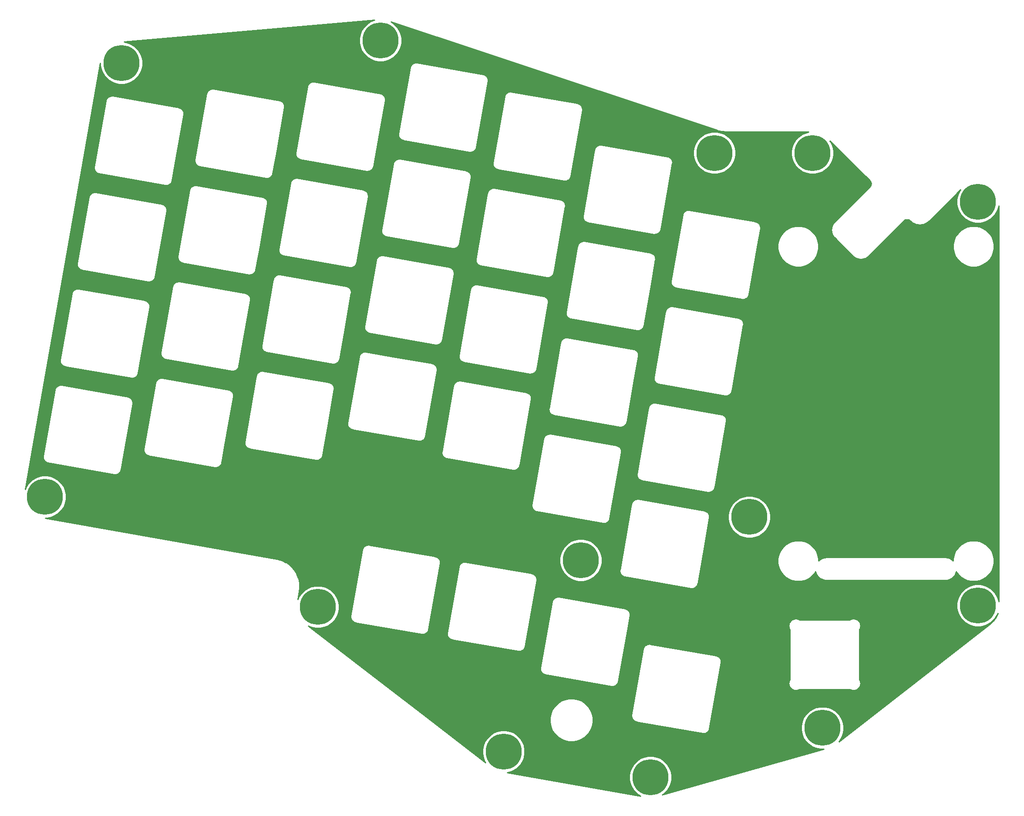
<source format=gbr>
%TF.GenerationSoftware,KiCad,Pcbnew,(5.1.7)-1*%
%TF.CreationDate,2020-10-07T08:38:14+11:00*%
%TF.ProjectId,Board-DjinnPlate,426f6172-642d-4446-9a69-6e6e506c6174,rev?*%
%TF.SameCoordinates,Original*%
%TF.FileFunction,Copper,L1,Top*%
%TF.FilePolarity,Positive*%
%FSLAX46Y46*%
G04 Gerber Fmt 4.6, Leading zero omitted, Abs format (unit mm)*
G04 Created by KiCad (PCBNEW (5.1.7)-1) date 2020-10-07 08:38:14*
%MOMM*%
%LPD*%
G01*
G04 APERTURE LIST*
%TA.AperFunction,ComponentPad*%
%ADD10C,7.000000*%
%TD*%
%TA.AperFunction,NonConductor*%
%ADD11C,0.254000*%
%TD*%
%TA.AperFunction,NonConductor*%
%ADD12C,0.100000*%
%TD*%
G04 APERTURE END LIST*
D10*
%TO.P,PLATE1,~*%
%TO.N,N/C*%
X46966766Y19525432D03*
X99473603Y-123894915D03*
X163167435Y-90487880D03*
X34774198Y-90761447D03*
X163167435Y-11906299D03*
%TO.P,PLATE1,1*%
X111919220Y-2381261D03*
X130969300Y-2381260D03*
%TO.P,PLATE1,~*%
X85949668Y-81650102D03*
X-3381700Y15104253D03*
X-18267752Y-69318746D03*
X118708259Y-73245522D03*
X70919102Y-118896720D03*
X132900881Y-114300480D03*
%TD*%
D11*
X45760631Y23501526D02*
X45008109Y23189821D01*
X44330857Y22737296D01*
X43754902Y22161341D01*
X43302377Y21484089D01*
X42990672Y20731567D01*
X42831766Y19932694D01*
X42831766Y19118170D01*
X42990672Y18319297D01*
X43302377Y17566775D01*
X43754902Y16889523D01*
X44330857Y16313568D01*
X45008109Y15861043D01*
X45760631Y15549338D01*
X46559504Y15390432D01*
X47374028Y15390432D01*
X48172901Y15549338D01*
X48925423Y15861043D01*
X49602675Y16313568D01*
X50178630Y16889523D01*
X50631155Y17566775D01*
X50942860Y18319297D01*
X51101766Y19118170D01*
X51101766Y19932694D01*
X50942860Y20731567D01*
X50631155Y21484089D01*
X50178630Y22161341D01*
X49602675Y22737296D01*
X48992423Y23145053D01*
X112415350Y2024031D01*
X112431511Y2020361D01*
X113244593Y1791918D01*
X113297869Y1782098D01*
X113350892Y1770828D01*
X113368987Y1768927D01*
X114234843Y1689366D01*
X114266346Y1686263D01*
X130222699Y1686241D01*
X129763165Y1594834D01*
X129010643Y1283129D01*
X128333391Y830604D01*
X127757436Y254649D01*
X127304911Y-422603D01*
X126993206Y-1175125D01*
X126834300Y-1973998D01*
X126834300Y-2788522D01*
X126993206Y-3587395D01*
X127304911Y-4339917D01*
X127757436Y-5017169D01*
X128333391Y-5593124D01*
X129010643Y-6045649D01*
X129763165Y-6357354D01*
X130562038Y-6516260D01*
X131376562Y-6516260D01*
X132175435Y-6357354D01*
X132927957Y-6045649D01*
X133605209Y-5593124D01*
X134181164Y-5017169D01*
X134633689Y-4339917D01*
X134945394Y-3587395D01*
X135104300Y-2788522D01*
X135104300Y-1973998D01*
X134945394Y-1175125D01*
X134633689Y-422603D01*
X134373387Y-33033D01*
X142123025Y-7782672D01*
X142244014Y-7929966D01*
X142317946Y-8067850D01*
X142363690Y-8217471D01*
X142379501Y-8373126D01*
X142364777Y-8528895D01*
X142320080Y-8678827D01*
X142247109Y-8817229D01*
X142128462Y-8963745D01*
X135270612Y-15821596D01*
X135251450Y-15844946D01*
X135244853Y-15851451D01*
X135238694Y-15858950D01*
X135054460Y-16086458D01*
X135019781Y-16139051D01*
X134984378Y-16191146D01*
X134979792Y-16199698D01*
X134843258Y-16458659D01*
X134819465Y-16516962D01*
X134794845Y-16574963D01*
X134792008Y-16584244D01*
X134708373Y-16864792D01*
X134696352Y-16926632D01*
X134683472Y-16988286D01*
X134682491Y-16997940D01*
X134654941Y-17289389D01*
X134655161Y-17352402D01*
X134654502Y-17415367D01*
X134655415Y-17425028D01*
X134684999Y-17716278D01*
X134697452Y-17778041D01*
X134709037Y-17839941D01*
X134711808Y-17849237D01*
X134711809Y-17849243D01*
X134711811Y-17849249D01*
X134797400Y-18129199D01*
X134821610Y-18187362D01*
X134845001Y-18245842D01*
X134849521Y-18254415D01*
X134849525Y-18254424D01*
X134849530Y-18254431D01*
X134987865Y-18512425D01*
X135022877Y-18564725D01*
X135057213Y-18617597D01*
X135063320Y-18625139D01*
X135249137Y-18851356D01*
X135249146Y-18851365D01*
X135270611Y-18877520D01*
X138854417Y-22461332D01*
X138877771Y-22480498D01*
X138884273Y-22487091D01*
X138891771Y-22493251D01*
X139119280Y-22677484D01*
X139171863Y-22712156D01*
X139223967Y-22747566D01*
X139232515Y-22752149D01*
X139232519Y-22752152D01*
X139232523Y-22752154D01*
X139491480Y-22888686D01*
X139549821Y-22912495D01*
X139607787Y-22937099D01*
X139617059Y-22939935D01*
X139617065Y-22939937D01*
X139617071Y-22939938D01*
X139897615Y-23023571D01*
X139959431Y-23035587D01*
X140021107Y-23048471D01*
X140030761Y-23049452D01*
X140322211Y-23077002D01*
X140385224Y-23076782D01*
X140448189Y-23077441D01*
X140457850Y-23076528D01*
X140749100Y-23046944D01*
X140810824Y-23034498D01*
X140872766Y-23022906D01*
X140882058Y-23020135D01*
X140882065Y-23020134D01*
X140882071Y-23020131D01*
X141162023Y-22934541D01*
X141220146Y-22910347D01*
X141278661Y-22886942D01*
X141287245Y-22882416D01*
X141545245Y-22744078D01*
X141597588Y-22709038D01*
X141650419Y-22674728D01*
X141657961Y-22668622D01*
X141884178Y-22482805D01*
X141884190Y-22482793D01*
X141910342Y-22461331D01*
X144166283Y-20205390D01*
X158329860Y-20205390D01*
X158329860Y-20988790D01*
X158482694Y-21757138D01*
X158782488Y-22480906D01*
X159217722Y-23132280D01*
X159771670Y-23686228D01*
X160423044Y-24121462D01*
X161146812Y-24421256D01*
X161915160Y-24574090D01*
X162698560Y-24574090D01*
X163466908Y-24421256D01*
X164190676Y-24121462D01*
X164842050Y-23686228D01*
X165395998Y-23132280D01*
X165831232Y-22480906D01*
X166131026Y-21757138D01*
X166283860Y-20988790D01*
X166283860Y-20205390D01*
X166131026Y-19437042D01*
X165831232Y-18713274D01*
X165395998Y-18061900D01*
X164842050Y-17507952D01*
X164190676Y-17072718D01*
X163466908Y-16772924D01*
X162698560Y-16620090D01*
X161915160Y-16620090D01*
X161146812Y-16772924D01*
X160423044Y-17072718D01*
X159771670Y-17507952D01*
X159217722Y-18061900D01*
X158782488Y-18713274D01*
X158482694Y-19437042D01*
X158329860Y-20205390D01*
X144166283Y-20205390D01*
X148762758Y-15608916D01*
X148910052Y-15487927D01*
X149047936Y-15413995D01*
X149197557Y-15368251D01*
X149353212Y-15352440D01*
X149508982Y-15367164D01*
X149658919Y-15411862D01*
X149797314Y-15484829D01*
X149966564Y-15621886D01*
X149981705Y-15637239D01*
X149989203Y-15643398D01*
X150292548Y-15889041D01*
X150345134Y-15923715D01*
X150397235Y-15959122D01*
X150405787Y-15963708D01*
X150751067Y-16145753D01*
X150809379Y-16169550D01*
X150867374Y-16194166D01*
X150876654Y-16197004D01*
X151250718Y-16308516D01*
X151312534Y-16320532D01*
X151374210Y-16333416D01*
X151383864Y-16334397D01*
X151772463Y-16371130D01*
X151835477Y-16370910D01*
X151898442Y-16371569D01*
X151908103Y-16370656D01*
X152296436Y-16331210D01*
X152358180Y-16318760D01*
X152420100Y-16307172D01*
X152429397Y-16304401D01*
X152429403Y-16304399D01*
X152802676Y-16190278D01*
X152860848Y-16166063D01*
X152919317Y-16142677D01*
X152927896Y-16138154D01*
X152927900Y-16138152D01*
X152927903Y-16138150D01*
X153271901Y-15953699D01*
X153324226Y-15918670D01*
X153377074Y-15884350D01*
X153384616Y-15878243D01*
X153683592Y-15632660D01*
X153712401Y-15609018D01*
X159763349Y-9558071D01*
X159503046Y-9947642D01*
X159191341Y-10700164D01*
X159032435Y-11499037D01*
X159032435Y-12313561D01*
X159191341Y-13112434D01*
X159503046Y-13864956D01*
X159955571Y-14542208D01*
X160531526Y-15118163D01*
X161208778Y-15570688D01*
X161961300Y-15882393D01*
X162760173Y-16041299D01*
X163574697Y-16041299D01*
X164373570Y-15882393D01*
X165126092Y-15570688D01*
X165803344Y-15118163D01*
X166379299Y-14542208D01*
X166831824Y-13864956D01*
X167143529Y-13112434D01*
X167234936Y-12652901D01*
X167234935Y-89741273D01*
X167143529Y-89281745D01*
X166831824Y-88529223D01*
X166379299Y-87851971D01*
X165803344Y-87276016D01*
X165126092Y-86823491D01*
X164373570Y-86511786D01*
X163574697Y-86352880D01*
X162760173Y-86352880D01*
X161961300Y-86511786D01*
X161208778Y-86823491D01*
X160531526Y-87276016D01*
X159955571Y-87851971D01*
X159503046Y-88529223D01*
X159191341Y-89281745D01*
X159032435Y-90080618D01*
X159032435Y-90895142D01*
X159191341Y-91694015D01*
X159503046Y-92446537D01*
X159955571Y-93123789D01*
X160531526Y-93699744D01*
X161208778Y-94152269D01*
X161961300Y-94463974D01*
X162760173Y-94622880D01*
X163574697Y-94622880D01*
X164373570Y-94463974D01*
X165126092Y-94152269D01*
X165803344Y-93699744D01*
X166379299Y-93123789D01*
X166831824Y-92446537D01*
X167016040Y-92001801D01*
X166962041Y-92193266D01*
X166633051Y-92860390D01*
X166188002Y-93456384D01*
X165629907Y-93972281D01*
X165327597Y-94183175D01*
X165312117Y-94192958D01*
X136101686Y-116947448D01*
X136112745Y-116936389D01*
X136565270Y-116259137D01*
X136876975Y-115506615D01*
X137035881Y-114707742D01*
X137035881Y-113893218D01*
X136876975Y-113094345D01*
X136565270Y-112341823D01*
X136112745Y-111664571D01*
X135536790Y-111088616D01*
X134859538Y-110636091D01*
X134107016Y-110324386D01*
X133308143Y-110165480D01*
X132493619Y-110165480D01*
X131694746Y-110324386D01*
X130942224Y-110636091D01*
X130264972Y-111088616D01*
X129689017Y-111664571D01*
X129236492Y-112341823D01*
X128924787Y-113094345D01*
X128765881Y-113893218D01*
X128765881Y-114707742D01*
X128924787Y-115506615D01*
X129236492Y-116259137D01*
X129689017Y-116936389D01*
X130264972Y-117512344D01*
X130942224Y-117964869D01*
X131694746Y-118276574D01*
X132493619Y-118435480D01*
X133196695Y-118435480D01*
X101783406Y-127324676D01*
X102109512Y-127106779D01*
X102685467Y-126530824D01*
X103137992Y-125853572D01*
X103449697Y-125101050D01*
X103608603Y-124302177D01*
X103608603Y-123487653D01*
X103449697Y-122688780D01*
X103137992Y-121936258D01*
X102685467Y-121259006D01*
X102109512Y-120683051D01*
X101432260Y-120230526D01*
X100679738Y-119918821D01*
X99880865Y-119759915D01*
X99066341Y-119759915D01*
X98267468Y-119918821D01*
X97514946Y-120230526D01*
X96837694Y-120683051D01*
X96261739Y-121259006D01*
X95809214Y-121936258D01*
X95497509Y-122688780D01*
X95338603Y-123487653D01*
X95338603Y-124302177D01*
X95497509Y-125101050D01*
X95809214Y-125853572D01*
X96261739Y-126530824D01*
X96837694Y-127106779D01*
X97492508Y-127544311D01*
X71596069Y-122978072D01*
X72125237Y-122872814D01*
X72877759Y-122561109D01*
X73555011Y-122108584D01*
X74130966Y-121532629D01*
X74583491Y-120855377D01*
X74895196Y-120102855D01*
X75054102Y-119303982D01*
X75054102Y-118489458D01*
X74895196Y-117690585D01*
X74583491Y-116938063D01*
X74130966Y-116260811D01*
X73555011Y-115684856D01*
X72877759Y-115232331D01*
X72125237Y-114920626D01*
X71326364Y-114761720D01*
X70511840Y-114761720D01*
X69712967Y-114920626D01*
X68960445Y-115232331D01*
X68283193Y-115684856D01*
X67707238Y-116260811D01*
X67254713Y-116938063D01*
X66943008Y-117690585D01*
X66784102Y-118489458D01*
X66784102Y-119303982D01*
X66943008Y-120102855D01*
X67254713Y-120855377D01*
X67390629Y-121058790D01*
X56093617Y-112344277D01*
X79907021Y-112344277D01*
X79907021Y-113168601D01*
X80067839Y-113977086D01*
X80383294Y-114738662D01*
X80841264Y-115424063D01*
X81424149Y-116006948D01*
X82109550Y-116464918D01*
X82871126Y-116780373D01*
X83679611Y-116941191D01*
X84503935Y-116941191D01*
X85312420Y-116780373D01*
X86073996Y-116464918D01*
X86759397Y-116006948D01*
X87342282Y-115424063D01*
X87800252Y-114738662D01*
X88115707Y-113977086D01*
X88276525Y-113168601D01*
X88276525Y-112344277D01*
X88192555Y-111922132D01*
X95783370Y-111922132D01*
X95785128Y-111985085D01*
X95786008Y-112048080D01*
X95787157Y-112057715D01*
X95787157Y-112057720D01*
X95787158Y-112057725D01*
X95799387Y-112154530D01*
X95813342Y-112215957D01*
X95826439Y-112277572D01*
X95829435Y-112286793D01*
X95829437Y-112286800D01*
X95829440Y-112286806D01*
X95860240Y-112379397D01*
X95885858Y-112436937D01*
X95910675Y-112494838D01*
X95915409Y-112503310D01*
X95963609Y-112588158D01*
X95999935Y-112639654D01*
X96035509Y-112691608D01*
X96041798Y-112698998D01*
X96105561Y-112772868D01*
X96151174Y-112816305D01*
X96196180Y-112860378D01*
X96203785Y-112866406D01*
X96280682Y-112926485D01*
X96333841Y-112960221D01*
X96386577Y-112994730D01*
X96395208Y-112999166D01*
X96482310Y-113043164D01*
X96541062Y-113065953D01*
X96599444Y-113089540D01*
X96608764Y-113092213D01*
X96608770Y-113092215D01*
X96608775Y-113092216D01*
X96702761Y-113118457D01*
X96702789Y-113118462D01*
X96735356Y-113127570D01*
X109605087Y-115396847D01*
X109634506Y-115399098D01*
X109637433Y-115399635D01*
X109647109Y-115400379D01*
X109695438Y-115403760D01*
X109707391Y-115404674D01*
X109707803Y-115404624D01*
X109744453Y-115407188D01*
X109807431Y-115405429D01*
X109870409Y-115404550D01*
X109880035Y-115403402D01*
X109880041Y-115403402D01*
X109880046Y-115403401D01*
X109976858Y-115391171D01*
X110038296Y-115377213D01*
X110099895Y-115364120D01*
X110109124Y-115361122D01*
X110109125Y-115361122D01*
X110109131Y-115361120D01*
X110201719Y-115330321D01*
X110259303Y-115304683D01*
X110317167Y-115279882D01*
X110325627Y-115275155D01*
X110325633Y-115275152D01*
X110325639Y-115275148D01*
X110410486Y-115226948D01*
X110461948Y-115190646D01*
X110513928Y-115155054D01*
X110521319Y-115148765D01*
X110595189Y-115085002D01*
X110638623Y-115039393D01*
X110682701Y-114994382D01*
X110688729Y-114986777D01*
X110748807Y-114909882D01*
X110782546Y-114856720D01*
X110817054Y-114803985D01*
X110821490Y-114795354D01*
X110865488Y-114708252D01*
X110888266Y-114649527D01*
X110911863Y-114591122D01*
X110914538Y-114581794D01*
X110939944Y-114490799D01*
X110949899Y-114455205D01*
X113219181Y-101585472D01*
X113221433Y-101556040D01*
X113221969Y-101553118D01*
X113222714Y-101543443D01*
X113226087Y-101495205D01*
X113227008Y-101483168D01*
X113226958Y-101482752D01*
X113229521Y-101446097D01*
X113227763Y-101383146D01*
X113226883Y-101320148D01*
X113225734Y-101310512D01*
X113213504Y-101213700D01*
X113199544Y-101152251D01*
X113186451Y-101090657D01*
X113183453Y-101081428D01*
X113152651Y-100988833D01*
X113127018Y-100931261D01*
X113102213Y-100873388D01*
X113097479Y-100864917D01*
X113049278Y-100780069D01*
X113012968Y-100728597D01*
X112977385Y-100676629D01*
X112971096Y-100669239D01*
X112907334Y-100595368D01*
X112861708Y-100551918D01*
X112816706Y-100507850D01*
X112809101Y-100501822D01*
X112732204Y-100441745D01*
X112679059Y-100408018D01*
X112626314Y-100373503D01*
X112617683Y-100369067D01*
X112530582Y-100325069D01*
X112471837Y-100302283D01*
X112413449Y-100278693D01*
X112404121Y-100276018D01*
X112310133Y-100249776D01*
X112310123Y-100249774D01*
X112277534Y-100240660D01*
X99407801Y-97971380D01*
X99378370Y-97969128D01*
X99375448Y-97968592D01*
X99365773Y-97967847D01*
X99317518Y-97964473D01*
X99305497Y-97963553D01*
X99305082Y-97963603D01*
X99268428Y-97961040D01*
X99205477Y-97962798D01*
X99142478Y-97963678D01*
X99132843Y-97964827D01*
X99132840Y-97964827D01*
X99132837Y-97964828D01*
X99036030Y-97977057D01*
X98974581Y-97991017D01*
X98912987Y-98004110D01*
X98903764Y-98007106D01*
X98903760Y-98007107D01*
X98903757Y-98007108D01*
X98903758Y-98007108D01*
X98811163Y-98037910D01*
X98753602Y-98063538D01*
X98695718Y-98088348D01*
X98687253Y-98093079D01*
X98687250Y-98093080D01*
X98687248Y-98093082D01*
X98687247Y-98093082D01*
X98602399Y-98141283D01*
X98550927Y-98177593D01*
X98498959Y-98213176D01*
X98491569Y-98219465D01*
X98417698Y-98283227D01*
X98374248Y-98328853D01*
X98330180Y-98373855D01*
X98324152Y-98381460D01*
X98264075Y-98458357D01*
X98230348Y-98511502D01*
X98195833Y-98564247D01*
X98191397Y-98572878D01*
X98147399Y-98659979D01*
X98124613Y-98718724D01*
X98101023Y-98777112D01*
X98098348Y-98786440D01*
X98072106Y-98880428D01*
X98072103Y-98880443D01*
X98062991Y-98913025D01*
X95793710Y-111782759D01*
X95791458Y-111812190D01*
X95790922Y-111815112D01*
X95790177Y-111824787D01*
X95786803Y-111873042D01*
X95785883Y-111885063D01*
X95785933Y-111885478D01*
X95783370Y-111922132D01*
X88192555Y-111922132D01*
X88115707Y-111535792D01*
X87800252Y-110774216D01*
X87342282Y-110088815D01*
X86759397Y-109505930D01*
X86073996Y-109047960D01*
X85312420Y-108732505D01*
X84503935Y-108571687D01*
X83679611Y-108571687D01*
X82871126Y-108732505D01*
X82109550Y-109047960D01*
X81424149Y-109505930D01*
X80841264Y-110088815D01*
X80383294Y-110774216D01*
X80067839Y-111535792D01*
X79907021Y-112344277D01*
X56093617Y-112344277D01*
X43657957Y-102751412D01*
X78056457Y-102751412D01*
X78058215Y-102814364D01*
X78059095Y-102877361D01*
X78060244Y-102886997D01*
X78072474Y-102983810D01*
X78086428Y-103045230D01*
X78099527Y-103106855D01*
X78102526Y-103116085D01*
X78133328Y-103208678D01*
X78158953Y-103266233D01*
X78183762Y-103324115D01*
X78188496Y-103332587D01*
X78236696Y-103417435D01*
X78273000Y-103468900D01*
X78308595Y-103520884D01*
X78314884Y-103528274D01*
X78378646Y-103602143D01*
X78424275Y-103645595D01*
X78469267Y-103689655D01*
X78476872Y-103695683D01*
X78553768Y-103755761D01*
X78606944Y-103789508D01*
X78659662Y-103824005D01*
X78668293Y-103828441D01*
X78755395Y-103872439D01*
X78814097Y-103895208D01*
X78872527Y-103918815D01*
X78881855Y-103921490D01*
X78970707Y-103946298D01*
X79008444Y-103956852D01*
X91878175Y-106226130D01*
X91907606Y-106228382D01*
X91910528Y-106228918D01*
X91920203Y-106229663D01*
X91968453Y-106233037D01*
X91980479Y-106233957D01*
X91980894Y-106233907D01*
X92017549Y-106236470D01*
X92080501Y-106234712D01*
X92143497Y-106233832D01*
X92153132Y-106232683D01*
X92153136Y-106232683D01*
X92153140Y-106232682D01*
X92249946Y-106220453D01*
X92311384Y-106206495D01*
X92372983Y-106193402D01*
X92382212Y-106190404D01*
X92382213Y-106190404D01*
X92382219Y-106190402D01*
X92474807Y-106159603D01*
X92532374Y-106133973D01*
X92590258Y-106109163D01*
X92598716Y-106104436D01*
X92598721Y-106104434D01*
X92598725Y-106104431D01*
X92598729Y-106104429D01*
X92683577Y-106056228D01*
X92735034Y-106019929D01*
X92787017Y-105984335D01*
X92794408Y-105978046D01*
X92868278Y-105914283D01*
X92911709Y-105868676D01*
X92955793Y-105823660D01*
X92961821Y-105816055D01*
X93021899Y-105739159D01*
X93055646Y-105685983D01*
X93090143Y-105633265D01*
X93094579Y-105624634D01*
X93138577Y-105537532D01*
X93161346Y-105478830D01*
X93184953Y-105420400D01*
X93187628Y-105411072D01*
X93213870Y-105317084D01*
X93213874Y-105317062D01*
X93222985Y-105284484D01*
X95128973Y-94475089D01*
X126361065Y-94475089D01*
X126361965Y-94484611D01*
X126375911Y-94621908D01*
X126388187Y-94682792D01*
X126399603Y-94743793D01*
X126402335Y-94752959D01*
X126442683Y-94884932D01*
X126466547Y-94942261D01*
X126489598Y-94999894D01*
X126494059Y-95008355D01*
X126559272Y-95129976D01*
X126565561Y-95139370D01*
X126565560Y-104886594D01*
X126553838Y-104904104D01*
X126549377Y-104912564D01*
X126485868Y-105035086D01*
X126462816Y-105092720D01*
X126438951Y-105150052D01*
X126436219Y-105159218D01*
X126397718Y-105291742D01*
X126386295Y-105352782D01*
X126374027Y-105413623D01*
X126373127Y-105423144D01*
X126361099Y-105560622D01*
X126361749Y-105622683D01*
X126361532Y-105684788D01*
X126362498Y-105694303D01*
X126377402Y-105831499D01*
X126390103Y-105892294D01*
X126401946Y-105953220D01*
X126404742Y-105962366D01*
X126446011Y-106094054D01*
X126470271Y-106151206D01*
X126493728Y-106208685D01*
X126498247Y-106217114D01*
X126564308Y-106338278D01*
X126599211Y-106389636D01*
X126633382Y-106441458D01*
X126639453Y-106448849D01*
X126727790Y-106554874D01*
X126771991Y-106598462D01*
X126815584Y-106642669D01*
X126822975Y-106648740D01*
X126930223Y-106735589D01*
X126982077Y-106769781D01*
X127033411Y-106804667D01*
X127041839Y-106809187D01*
X127163915Y-106873549D01*
X127221414Y-106897013D01*
X127278543Y-106921263D01*
X127287690Y-106924060D01*
X127419942Y-106963486D01*
X127480885Y-106975332D01*
X127541659Y-106988028D01*
X127551175Y-106988995D01*
X127688564Y-107001982D01*
X127750668Y-107001765D01*
X127812729Y-107002415D01*
X127822251Y-107001515D01*
X127822253Y-107001515D01*
X127959548Y-106987569D01*
X128020432Y-106975293D01*
X128081433Y-106963877D01*
X128090599Y-106961145D01*
X128222572Y-106920797D01*
X128279901Y-106896933D01*
X128337534Y-106873882D01*
X128345995Y-106869421D01*
X128467616Y-106804208D01*
X128477009Y-106797920D01*
X138224234Y-106797920D01*
X138241744Y-106809642D01*
X138250197Y-106814099D01*
X138250202Y-106814102D01*
X138250205Y-106814103D01*
X138372726Y-106877612D01*
X138430366Y-106900667D01*
X138487692Y-106924529D01*
X138496852Y-106927259D01*
X138496854Y-106927260D01*
X138496856Y-106927260D01*
X138496858Y-106927261D01*
X138629381Y-106965762D01*
X138690395Y-106977180D01*
X138751262Y-106989453D01*
X138760784Y-106990353D01*
X138898262Y-107002381D01*
X138960323Y-107001731D01*
X139022428Y-107001948D01*
X139031943Y-107000982D01*
X139169139Y-106986078D01*
X139229934Y-106973377D01*
X139290860Y-106961534D01*
X139300006Y-106958738D01*
X139431694Y-106917469D01*
X139488846Y-106893209D01*
X139546325Y-106869752D01*
X139554754Y-106865233D01*
X139675918Y-106799172D01*
X139727276Y-106764269D01*
X139779098Y-106730098D01*
X139786489Y-106724027D01*
X139892514Y-106635690D01*
X139936102Y-106591489D01*
X139980309Y-106547896D01*
X139986380Y-106540505D01*
X140073229Y-106433257D01*
X140107421Y-106381403D01*
X140142307Y-106330069D01*
X140146827Y-106321641D01*
X140211189Y-106199565D01*
X140234653Y-106142066D01*
X140258903Y-106084937D01*
X140261700Y-106075790D01*
X140301126Y-105943538D01*
X140312972Y-105882595D01*
X140325668Y-105821821D01*
X140326635Y-105812305D01*
X140339622Y-105674916D01*
X140339405Y-105612811D01*
X140340055Y-105550750D01*
X140339155Y-105541229D01*
X140325209Y-105403932D01*
X140312933Y-105343048D01*
X140301517Y-105282047D01*
X140298785Y-105272881D01*
X140258437Y-105140908D01*
X140234565Y-105083559D01*
X140211521Y-105025945D01*
X140207061Y-105017485D01*
X140141848Y-104895863D01*
X140135560Y-104886470D01*
X140135560Y-95139246D01*
X140147282Y-95121736D01*
X140151739Y-95113283D01*
X140151742Y-95113278D01*
X140151744Y-95113273D01*
X140215252Y-94990754D01*
X140238307Y-94933114D01*
X140262169Y-94875788D01*
X140264901Y-94866622D01*
X140303402Y-94734099D01*
X140314820Y-94673085D01*
X140327093Y-94612218D01*
X140327993Y-94602696D01*
X140340021Y-94465218D01*
X140339371Y-94403157D01*
X140339588Y-94341052D01*
X140338622Y-94331537D01*
X140323718Y-94194341D01*
X140311017Y-94133546D01*
X140299174Y-94072620D01*
X140296378Y-94063474D01*
X140255109Y-93931786D01*
X140230849Y-93874634D01*
X140207392Y-93817155D01*
X140202873Y-93808726D01*
X140136812Y-93687562D01*
X140101909Y-93636204D01*
X140067738Y-93584382D01*
X140061668Y-93576991D01*
X139973330Y-93470966D01*
X139929129Y-93427378D01*
X139885536Y-93383171D01*
X139878145Y-93377100D01*
X139770897Y-93290251D01*
X139719061Y-93256071D01*
X139667710Y-93221173D01*
X139659281Y-93216653D01*
X139537206Y-93152291D01*
X139479705Y-93128826D01*
X139422577Y-93104577D01*
X139413431Y-93101780D01*
X139281178Y-93062354D01*
X139220215Y-93050504D01*
X139159460Y-93037812D01*
X139149947Y-93036845D01*
X139149945Y-93036845D01*
X139012555Y-93023858D01*
X138950451Y-93024075D01*
X138888390Y-93023425D01*
X138878869Y-93024325D01*
X138878865Y-93024325D01*
X138741572Y-93038271D01*
X138680688Y-93050547D01*
X138619687Y-93061963D01*
X138610521Y-93064695D01*
X138478548Y-93105043D01*
X138421199Y-93128915D01*
X138363585Y-93151959D01*
X138355125Y-93156419D01*
X138233503Y-93221632D01*
X138224110Y-93227920D01*
X128476886Y-93227920D01*
X128459376Y-93216198D01*
X128450916Y-93211737D01*
X128328394Y-93148228D01*
X128270754Y-93125173D01*
X128213428Y-93101311D01*
X128204268Y-93098581D01*
X128204266Y-93098580D01*
X128204264Y-93098580D01*
X128204262Y-93098579D01*
X128071738Y-93060078D01*
X128010698Y-93048655D01*
X127949857Y-93036387D01*
X127940336Y-93035487D01*
X127940335Y-93035487D01*
X127940330Y-93035486D01*
X127940325Y-93035486D01*
X127802858Y-93023459D01*
X127740797Y-93024109D01*
X127678692Y-93023892D01*
X127669177Y-93024858D01*
X127531981Y-93039762D01*
X127471186Y-93052463D01*
X127410260Y-93064306D01*
X127401114Y-93067102D01*
X127269426Y-93108371D01*
X127212274Y-93132631D01*
X127154795Y-93156088D01*
X127146366Y-93160607D01*
X127025202Y-93226668D01*
X126973844Y-93261571D01*
X126922022Y-93295742D01*
X126914631Y-93301812D01*
X126808606Y-93390150D01*
X126765018Y-93434351D01*
X126720811Y-93477944D01*
X126714740Y-93485335D01*
X126627891Y-93592583D01*
X126593711Y-93644419D01*
X126558813Y-93695770D01*
X126554293Y-93704199D01*
X126489931Y-93826274D01*
X126466466Y-93883775D01*
X126442217Y-93940903D01*
X126439420Y-93950049D01*
X126399994Y-94082302D01*
X126388144Y-94143265D01*
X126375452Y-94204020D01*
X126374485Y-94213535D01*
X126361498Y-94350925D01*
X126361715Y-94413028D01*
X126361065Y-94475089D01*
X95128973Y-94475089D01*
X95492267Y-92414752D01*
X95494519Y-92385320D01*
X95495055Y-92382398D01*
X95495800Y-92372723D01*
X95499173Y-92324485D01*
X95500094Y-92312448D01*
X95500044Y-92312032D01*
X95502607Y-92275377D01*
X95500849Y-92212426D01*
X95499969Y-92149428D01*
X95498820Y-92139792D01*
X95486590Y-92042980D01*
X95472630Y-91981531D01*
X95459537Y-91919937D01*
X95456539Y-91910708D01*
X95425737Y-91818113D01*
X95400108Y-91760550D01*
X95375302Y-91702674D01*
X95370568Y-91694202D01*
X95322368Y-91609354D01*
X95286055Y-91557876D01*
X95250466Y-91505901D01*
X95244185Y-91498521D01*
X95244181Y-91498516D01*
X95244176Y-91498511D01*
X95180413Y-91424642D01*
X95134795Y-91381201D01*
X95089796Y-91337135D01*
X95082191Y-91331107D01*
X95082186Y-91331102D01*
X95082179Y-91331097D01*
X95005295Y-91271028D01*
X94952119Y-91237281D01*
X94899401Y-91202784D01*
X94890770Y-91198348D01*
X94803669Y-91154350D01*
X94744924Y-91131564D01*
X94686536Y-91107974D01*
X94677208Y-91105299D01*
X94583220Y-91079057D01*
X94550621Y-91069940D01*
X81680886Y-88800662D01*
X81651459Y-88798411D01*
X81648535Y-88797874D01*
X81638859Y-88797129D01*
X81590597Y-88793754D01*
X81578583Y-88792835D01*
X81578168Y-88792885D01*
X81541515Y-88790322D01*
X81478533Y-88792081D01*
X81415559Y-88792961D01*
X81405932Y-88794109D01*
X81405928Y-88794109D01*
X81405924Y-88794110D01*
X81405923Y-88794110D01*
X81309110Y-88806341D01*
X81247720Y-88820289D01*
X81186072Y-88833393D01*
X81176842Y-88836392D01*
X81084249Y-88867194D01*
X81026714Y-88892811D01*
X80968803Y-88917632D01*
X80960332Y-88922366D01*
X80875485Y-88970568D01*
X80824035Y-89006862D01*
X80772044Y-89042462D01*
X80764654Y-89048751D01*
X80690785Y-89112513D01*
X80647333Y-89158142D01*
X80603267Y-89203142D01*
X80597247Y-89210737D01*
X80597244Y-89210740D01*
X80597242Y-89210743D01*
X80597239Y-89210747D01*
X80537162Y-89287644D01*
X80503409Y-89340832D01*
X80468926Y-89393528D01*
X80464490Y-89402159D01*
X80420492Y-89489259D01*
X80397721Y-89547963D01*
X80374112Y-89606401D01*
X80371437Y-89615729D01*
X80348357Y-89698396D01*
X80336077Y-89742306D01*
X78066797Y-102612039D01*
X78064545Y-102641470D01*
X78064009Y-102644392D01*
X78063264Y-102654067D01*
X78059890Y-102702322D01*
X78058970Y-102714343D01*
X78059020Y-102714758D01*
X78056457Y-102751412D01*
X43657957Y-102751412D01*
X32922658Y-94470205D01*
X33568063Y-94737541D01*
X34366936Y-94896447D01*
X35181460Y-94896447D01*
X35980333Y-94737541D01*
X36732855Y-94425836D01*
X37410107Y-93973311D01*
X37986062Y-93397356D01*
X38438587Y-92720104D01*
X38480977Y-92617764D01*
X41155377Y-92617764D01*
X41157135Y-92680716D01*
X41158015Y-92743713D01*
X41159164Y-92753349D01*
X41171394Y-92850162D01*
X41185352Y-92911600D01*
X41198445Y-92973199D01*
X41201443Y-92982428D01*
X41232244Y-93075023D01*
X41257874Y-93132590D01*
X41282684Y-93190474D01*
X41287411Y-93198932D01*
X41287413Y-93198937D01*
X41287416Y-93198941D01*
X41287418Y-93198945D01*
X41335619Y-93283793D01*
X41371918Y-93335250D01*
X41407512Y-93387233D01*
X41413801Y-93394624D01*
X41477564Y-93468494D01*
X41523171Y-93511925D01*
X41568187Y-93556009D01*
X41575792Y-93562037D01*
X41652688Y-93622115D01*
X41705864Y-93655862D01*
X41758582Y-93690359D01*
X41767213Y-93694795D01*
X41854315Y-93738793D01*
X41913017Y-93761562D01*
X41971447Y-93785169D01*
X41980775Y-93787844D01*
X42074763Y-93814086D01*
X42074776Y-93814088D01*
X42107363Y-93823202D01*
X54977096Y-96092482D01*
X55006527Y-96094734D01*
X55009449Y-96095270D01*
X55019124Y-96096015D01*
X55067374Y-96099389D01*
X55079400Y-96100309D01*
X55079815Y-96100259D01*
X55116470Y-96102822D01*
X55179422Y-96101064D01*
X55242418Y-96100184D01*
X55252053Y-96099035D01*
X55252057Y-96099035D01*
X55252061Y-96099034D01*
X55348867Y-96086805D01*
X55410316Y-96072845D01*
X55471910Y-96059752D01*
X55481140Y-96056754D01*
X55573734Y-96025952D01*
X55631297Y-96000323D01*
X55689173Y-95975517D01*
X55697645Y-95970783D01*
X55776872Y-95925776D01*
X59916042Y-95925776D01*
X59917800Y-95988728D01*
X59918680Y-96051725D01*
X59919829Y-96061361D01*
X59932059Y-96158174D01*
X59946017Y-96219612D01*
X59959110Y-96281211D01*
X59962108Y-96290440D01*
X59992909Y-96383035D01*
X60018539Y-96440602D01*
X60043349Y-96498486D01*
X60048076Y-96506944D01*
X60048078Y-96506949D01*
X60048081Y-96506953D01*
X60048083Y-96506957D01*
X60096284Y-96591805D01*
X60132583Y-96643262D01*
X60168177Y-96695245D01*
X60174466Y-96702636D01*
X60238229Y-96776506D01*
X60283836Y-96819937D01*
X60328852Y-96864021D01*
X60336457Y-96870049D01*
X60413353Y-96930127D01*
X60466529Y-96963874D01*
X60519247Y-96998371D01*
X60527878Y-97002807D01*
X60614980Y-97046805D01*
X60673682Y-97069574D01*
X60732112Y-97093181D01*
X60741440Y-97095856D01*
X60835428Y-97122098D01*
X60835453Y-97122102D01*
X60868029Y-97131213D01*
X73737759Y-99400494D01*
X73767191Y-99402746D01*
X73770113Y-99403282D01*
X73779788Y-99404027D01*
X73828026Y-99407400D01*
X73840063Y-99408321D01*
X73840479Y-99408271D01*
X73877134Y-99410834D01*
X73940086Y-99409076D01*
X74003082Y-99408196D01*
X74012717Y-99407047D01*
X74012721Y-99407047D01*
X74012725Y-99407046D01*
X74109531Y-99394817D01*
X74170969Y-99380859D01*
X74232568Y-99367766D01*
X74241797Y-99364768D01*
X74241798Y-99364768D01*
X74241804Y-99364766D01*
X74334392Y-99333967D01*
X74391959Y-99308337D01*
X74449843Y-99283527D01*
X74458301Y-99278800D01*
X74458306Y-99278798D01*
X74458310Y-99278795D01*
X74458314Y-99278793D01*
X74543162Y-99230592D01*
X74594619Y-99194293D01*
X74646602Y-99158699D01*
X74653993Y-99152410D01*
X74727863Y-99088647D01*
X74771294Y-99043040D01*
X74815378Y-98998024D01*
X74821406Y-98990419D01*
X74881484Y-98913523D01*
X74915231Y-98860347D01*
X74949728Y-98807629D01*
X74954164Y-98798998D01*
X74998162Y-98711896D01*
X75020931Y-98653194D01*
X75044538Y-98594764D01*
X75047213Y-98585436D01*
X75073050Y-98492897D01*
X75082573Y-98458848D01*
X77351852Y-85589115D01*
X77354104Y-85559684D01*
X77354640Y-85556762D01*
X77355385Y-85547087D01*
X77358759Y-85498837D01*
X77359679Y-85486811D01*
X77359629Y-85486396D01*
X77362192Y-85449741D01*
X77360433Y-85386758D01*
X77359553Y-85323786D01*
X77358405Y-85314160D01*
X77358405Y-85314154D01*
X77358404Y-85314149D01*
X77346173Y-85217337D01*
X77332219Y-85155918D01*
X77319121Y-85094301D01*
X77316123Y-85085072D01*
X77285321Y-84992477D01*
X77259689Y-84934907D01*
X77234882Y-84877029D01*
X77230148Y-84868558D01*
X77181946Y-84783711D01*
X77145652Y-84732261D01*
X77110052Y-84680270D01*
X77103763Y-84672880D01*
X77040001Y-84599011D01*
X76994372Y-84555559D01*
X76949376Y-84511496D01*
X76941771Y-84505468D01*
X76864874Y-84445391D01*
X76811706Y-84411649D01*
X76758978Y-84377146D01*
X76750347Y-84372710D01*
X76663246Y-84328713D01*
X76604495Y-84305925D01*
X76546119Y-84282340D01*
X76536791Y-84279665D01*
X76536782Y-84279662D01*
X76448792Y-84255095D01*
X76410207Y-84244304D01*
X63540474Y-81975024D01*
X63511043Y-81972772D01*
X63508121Y-81972236D01*
X63498446Y-81971491D01*
X63450191Y-81968117D01*
X63438170Y-81967197D01*
X63437755Y-81967247D01*
X63401101Y-81964684D01*
X63338150Y-81966442D01*
X63275151Y-81967322D01*
X63265516Y-81968471D01*
X63265513Y-81968471D01*
X63265510Y-81968472D01*
X63168703Y-81980701D01*
X63107254Y-81994661D01*
X63045660Y-82007754D01*
X63036437Y-82010750D01*
X63036433Y-82010751D01*
X63036430Y-82010752D01*
X63036431Y-82010752D01*
X62943836Y-82041554D01*
X62886273Y-82067183D01*
X62828397Y-82091989D01*
X62819925Y-82096723D01*
X62735077Y-82144923D01*
X62683599Y-82181236D01*
X62631624Y-82216825D01*
X62624244Y-82223106D01*
X62624239Y-82223110D01*
X62624234Y-82223115D01*
X62550365Y-82286878D01*
X62506924Y-82332496D01*
X62462858Y-82377495D01*
X62456831Y-82385099D01*
X62456825Y-82385105D01*
X62456820Y-82385112D01*
X62396751Y-82461996D01*
X62363004Y-82515172D01*
X62328507Y-82567890D01*
X62324071Y-82576521D01*
X62280073Y-82663622D01*
X62257287Y-82722367D01*
X62233697Y-82780755D01*
X62231022Y-82790083D01*
X62204927Y-82883546D01*
X62195663Y-82916670D01*
X59926382Y-95786403D01*
X59924130Y-95815834D01*
X59923594Y-95818756D01*
X59922849Y-95828431D01*
X59919475Y-95876686D01*
X59918555Y-95888707D01*
X59918605Y-95889122D01*
X59916042Y-95925776D01*
X55776872Y-95925776D01*
X55782493Y-95922583D01*
X55833996Y-95886252D01*
X55885946Y-95850680D01*
X55893326Y-95844400D01*
X55893331Y-95844396D01*
X55893336Y-95844391D01*
X55967206Y-95780628D01*
X56010647Y-95735010D01*
X56054713Y-95690011D01*
X56060741Y-95682406D01*
X56120819Y-95605510D01*
X56154566Y-95552334D01*
X56189063Y-95499616D01*
X56193499Y-95490985D01*
X56237497Y-95403883D01*
X56260266Y-95345181D01*
X56283873Y-95286751D01*
X56286548Y-95277423D01*
X56312790Y-95183435D01*
X56312791Y-95183428D01*
X56321906Y-95150837D01*
X58591187Y-82281104D01*
X58593439Y-82251672D01*
X58593975Y-82248750D01*
X58594720Y-82239075D01*
X58598093Y-82190837D01*
X58599014Y-82178800D01*
X58598964Y-82178384D01*
X58601527Y-82141729D01*
X58599769Y-82078778D01*
X58598889Y-82015780D01*
X58597740Y-82006144D01*
X58585510Y-81909332D01*
X58571550Y-81847887D01*
X58558459Y-81786296D01*
X58555461Y-81777066D01*
X58524660Y-81684472D01*
X58499041Y-81626931D01*
X58474220Y-81569020D01*
X58469486Y-81560549D01*
X58421285Y-81475701D01*
X58384975Y-81424229D01*
X58349392Y-81372261D01*
X58343103Y-81364871D01*
X58279341Y-81291000D01*
X58233711Y-81247547D01*
X58228905Y-81242840D01*
X81814668Y-81242840D01*
X81814668Y-82057364D01*
X81973574Y-82856237D01*
X82285279Y-83608759D01*
X82737804Y-84286011D01*
X83313759Y-84861966D01*
X83991011Y-85314491D01*
X84743533Y-85626196D01*
X85542406Y-85785102D01*
X86356930Y-85785102D01*
X87155803Y-85626196D01*
X87908325Y-85314491D01*
X88585577Y-84861966D01*
X89161532Y-84286011D01*
X89544291Y-83713170D01*
X93503387Y-83713170D01*
X93505145Y-83776122D01*
X93506025Y-83839119D01*
X93507174Y-83848755D01*
X93519404Y-83945568D01*
X93533364Y-84007017D01*
X93546457Y-84068611D01*
X93549455Y-84077841D01*
X93580257Y-84170435D01*
X93605885Y-84227996D01*
X93630695Y-84285880D01*
X93635429Y-84294351D01*
X93683630Y-84379199D01*
X93719929Y-84430656D01*
X93755523Y-84482639D01*
X93761812Y-84490030D01*
X93825575Y-84563900D01*
X93871185Y-84607334D01*
X93916202Y-84651417D01*
X93923796Y-84657436D01*
X93923801Y-84657441D01*
X93923806Y-84657444D01*
X93923807Y-84657445D01*
X94000703Y-84717523D01*
X94053858Y-84751256D01*
X94106594Y-84785765D01*
X94115225Y-84790201D01*
X94202327Y-84834199D01*
X94261029Y-84856968D01*
X94319459Y-84880575D01*
X94328787Y-84883250D01*
X94422775Y-84909492D01*
X94422795Y-84909495D01*
X94455374Y-84918607D01*
X107325106Y-87187888D01*
X107354538Y-87190140D01*
X107357460Y-87190676D01*
X107367135Y-87191421D01*
X107415373Y-87194794D01*
X107427410Y-87195715D01*
X107427826Y-87195665D01*
X107464481Y-87198228D01*
X107527464Y-87196469D01*
X107590436Y-87195589D01*
X107600062Y-87194441D01*
X107600068Y-87194441D01*
X107600073Y-87194440D01*
X107696886Y-87182209D01*
X107758312Y-87168253D01*
X107819921Y-87155157D01*
X107829151Y-87152159D01*
X107921745Y-87121357D01*
X107979321Y-87095722D01*
X108037193Y-87070917D01*
X108045652Y-87066190D01*
X108045658Y-87066187D01*
X108045664Y-87066183D01*
X108130511Y-87017982D01*
X108181977Y-86981677D01*
X108233952Y-86946088D01*
X108241342Y-86939799D01*
X108241349Y-86939794D01*
X108241355Y-86939788D01*
X108315211Y-86876037D01*
X108358666Y-86830405D01*
X108402725Y-86785412D01*
X108408744Y-86777819D01*
X108408752Y-86777810D01*
X108408758Y-86777801D01*
X108468831Y-86700911D01*
X108502569Y-86647748D01*
X108537076Y-86595014D01*
X108541512Y-86586383D01*
X108585508Y-86499282D01*
X108608272Y-86440592D01*
X108631882Y-86382155D01*
X108634557Y-86372827D01*
X108660799Y-86278839D01*
X108660800Y-86278836D01*
X108669916Y-86246239D01*
X109523488Y-81405390D01*
X124229860Y-81405390D01*
X124229860Y-82188790D01*
X124382694Y-82957138D01*
X124682488Y-83680906D01*
X125117722Y-84332280D01*
X125671670Y-84886228D01*
X126323044Y-85321462D01*
X127046812Y-85621256D01*
X127815160Y-85774090D01*
X128598560Y-85774090D01*
X129366908Y-85621256D01*
X130090676Y-85321462D01*
X130742050Y-84886228D01*
X131295998Y-84332280D01*
X131588335Y-83894767D01*
X131681998Y-84203536D01*
X131889534Y-84591807D01*
X132168830Y-84932130D01*
X132509153Y-85211426D01*
X132897424Y-85418962D01*
X133318723Y-85546761D01*
X133647064Y-85579100D01*
X156866656Y-85579100D01*
X157194997Y-85546761D01*
X157616296Y-85418962D01*
X158004567Y-85211426D01*
X158344890Y-84932130D01*
X158624186Y-84591807D01*
X158831722Y-84203536D01*
X158925385Y-83894767D01*
X159217722Y-84332280D01*
X159771670Y-84886228D01*
X160423044Y-85321462D01*
X161146812Y-85621256D01*
X161915160Y-85774090D01*
X162698560Y-85774090D01*
X163466908Y-85621256D01*
X164190676Y-85321462D01*
X164842050Y-84886228D01*
X165395998Y-84332280D01*
X165831232Y-83680906D01*
X166131026Y-82957138D01*
X166283860Y-82188790D01*
X166283860Y-81405390D01*
X166131026Y-80637042D01*
X165831232Y-79913274D01*
X165395998Y-79261900D01*
X164842050Y-78707952D01*
X164190676Y-78272718D01*
X163466908Y-77972924D01*
X162698560Y-77820090D01*
X161915160Y-77820090D01*
X161146812Y-77972924D01*
X160423044Y-78272718D01*
X159771670Y-78707952D01*
X159217722Y-79261900D01*
X158782488Y-79913274D01*
X158482694Y-80637042D01*
X158329860Y-81405390D01*
X158329860Y-81743735D01*
X158004567Y-81476774D01*
X157616296Y-81269238D01*
X157194997Y-81141439D01*
X156866656Y-81109100D01*
X133647064Y-81109100D01*
X133318723Y-81141439D01*
X132897424Y-81269238D01*
X132509153Y-81476774D01*
X132183860Y-81743735D01*
X132183860Y-81405390D01*
X132031026Y-80637042D01*
X131731232Y-79913274D01*
X131295998Y-79261900D01*
X130742050Y-78707952D01*
X130090676Y-78272718D01*
X129366908Y-77972924D01*
X128598560Y-77820090D01*
X127815160Y-77820090D01*
X127046812Y-77972924D01*
X126323044Y-78272718D01*
X125671670Y-78707952D01*
X125117722Y-79261900D01*
X124682488Y-79913274D01*
X124382694Y-80637042D01*
X124229860Y-81405390D01*
X109523488Y-81405390D01*
X110939198Y-73376510D01*
X110941450Y-73347078D01*
X110941986Y-73344156D01*
X110942731Y-73334481D01*
X110946104Y-73286243D01*
X110947025Y-73274206D01*
X110946975Y-73273790D01*
X110949538Y-73237135D01*
X110947780Y-73174184D01*
X110946900Y-73111186D01*
X110945751Y-73101550D01*
X110933521Y-73004738D01*
X110919561Y-72943289D01*
X110906468Y-72881695D01*
X110903470Y-72872466D01*
X110892092Y-72838260D01*
X114573259Y-72838260D01*
X114573259Y-73652784D01*
X114732165Y-74451657D01*
X115043870Y-75204179D01*
X115496395Y-75881431D01*
X116072350Y-76457386D01*
X116749602Y-76909911D01*
X117502124Y-77221616D01*
X118300997Y-77380522D01*
X119115521Y-77380522D01*
X119914394Y-77221616D01*
X120666916Y-76909911D01*
X121344168Y-76457386D01*
X121920123Y-75881431D01*
X122372648Y-75204179D01*
X122684353Y-74451657D01*
X122843259Y-73652784D01*
X122843259Y-72838260D01*
X122684353Y-72039387D01*
X122372648Y-71286865D01*
X121920123Y-70609613D01*
X121344168Y-70033658D01*
X120666916Y-69581133D01*
X119914394Y-69269428D01*
X119115521Y-69110522D01*
X118300997Y-69110522D01*
X117502124Y-69269428D01*
X116749602Y-69581133D01*
X116072350Y-70033658D01*
X115496395Y-70609613D01*
X115043870Y-71286865D01*
X114732165Y-72039387D01*
X114573259Y-72838260D01*
X110892092Y-72838260D01*
X110872668Y-72779871D01*
X110847035Y-72722299D01*
X110822230Y-72664426D01*
X110817496Y-72655955D01*
X110769295Y-72571107D01*
X110732985Y-72519635D01*
X110697402Y-72467667D01*
X110691113Y-72460277D01*
X110627351Y-72386406D01*
X110581725Y-72342956D01*
X110536723Y-72298888D01*
X110529118Y-72292860D01*
X110452221Y-72232783D01*
X110399076Y-72199056D01*
X110346331Y-72164541D01*
X110337700Y-72160105D01*
X110250599Y-72116107D01*
X110191854Y-72093321D01*
X110133466Y-72069731D01*
X110124138Y-72067056D01*
X110030150Y-72040814D01*
X110030143Y-72040813D01*
X109997552Y-72031698D01*
X97127817Y-69762418D01*
X97098386Y-69760166D01*
X97095464Y-69759630D01*
X97085789Y-69758885D01*
X97037534Y-69755511D01*
X97025513Y-69754591D01*
X97025098Y-69754641D01*
X96988444Y-69752078D01*
X96925493Y-69753836D01*
X96862494Y-69754716D01*
X96852859Y-69755865D01*
X96852856Y-69755865D01*
X96852853Y-69755866D01*
X96756046Y-69768095D01*
X96694597Y-69782055D01*
X96633003Y-69795148D01*
X96623780Y-69798144D01*
X96623776Y-69798145D01*
X96623773Y-69798146D01*
X96623774Y-69798146D01*
X96531179Y-69828948D01*
X96473616Y-69854577D01*
X96415740Y-69879383D01*
X96407268Y-69884117D01*
X96322420Y-69932317D01*
X96270942Y-69968630D01*
X96218967Y-70004219D01*
X96211587Y-70010500D01*
X96211582Y-70010504D01*
X96211577Y-70010509D01*
X96137708Y-70074272D01*
X96094267Y-70119890D01*
X96050201Y-70164889D01*
X96044174Y-70172493D01*
X96044168Y-70172499D01*
X96044163Y-70172506D01*
X95984094Y-70249390D01*
X95950347Y-70302566D01*
X95915850Y-70355284D01*
X95911414Y-70363915D01*
X95867416Y-70451016D01*
X95844630Y-70509761D01*
X95821040Y-70568149D01*
X95818365Y-70577477D01*
X95792264Y-70670960D01*
X95783006Y-70704063D01*
X93513727Y-83573798D01*
X93511475Y-83603227D01*
X93510939Y-83606150D01*
X93510194Y-83615825D01*
X93506820Y-83664081D01*
X93505900Y-83676101D01*
X93505950Y-83676516D01*
X93503387Y-83713170D01*
X89544291Y-83713170D01*
X89614057Y-83608759D01*
X89925762Y-82856237D01*
X90084668Y-82057364D01*
X90084668Y-81242840D01*
X89925762Y-80443967D01*
X89614057Y-79691445D01*
X89161532Y-79014193D01*
X88585577Y-78438238D01*
X87908325Y-77985713D01*
X87155803Y-77674008D01*
X86356930Y-77515102D01*
X85542406Y-77515102D01*
X84743533Y-77674008D01*
X83991011Y-77985713D01*
X83313759Y-78438238D01*
X82737804Y-79014193D01*
X82285279Y-79691445D01*
X81973574Y-80443967D01*
X81814668Y-81242840D01*
X58228905Y-81242840D01*
X58188717Y-81203486D01*
X58181118Y-81197462D01*
X58181114Y-81197459D01*
X58181110Y-81197457D01*
X58104216Y-81137379D01*
X58051040Y-81103632D01*
X57998322Y-81069135D01*
X57989691Y-81064699D01*
X57902590Y-81020701D01*
X57843845Y-80997915D01*
X57785457Y-80974325D01*
X57776129Y-80971650D01*
X57682141Y-80945408D01*
X57682131Y-80945406D01*
X57649542Y-80936292D01*
X44779808Y-78667012D01*
X44750377Y-78664760D01*
X44747455Y-78664224D01*
X44737780Y-78663479D01*
X44689525Y-78660105D01*
X44677504Y-78659185D01*
X44677089Y-78659235D01*
X44640435Y-78656672D01*
X44577452Y-78658431D01*
X44514479Y-78659311D01*
X44504853Y-78660459D01*
X44504847Y-78660459D01*
X44504842Y-78660460D01*
X44504843Y-78660460D01*
X44408030Y-78672691D01*
X44346611Y-78686645D01*
X44284994Y-78699743D01*
X44275765Y-78702741D01*
X44183170Y-78733543D01*
X44125607Y-78759172D01*
X44067731Y-78783978D01*
X44059259Y-78788712D01*
X43974411Y-78836912D01*
X43922931Y-78873227D01*
X43870961Y-78908812D01*
X43863571Y-78915101D01*
X43789701Y-78978864D01*
X43746265Y-79024476D01*
X43702184Y-79069492D01*
X43696156Y-79077097D01*
X43636079Y-79153994D01*
X43602348Y-79207147D01*
X43567841Y-79259880D01*
X43563405Y-79268511D01*
X43519407Y-79355612D01*
X43496621Y-79414357D01*
X43473031Y-79472745D01*
X43470356Y-79482073D01*
X43445983Y-79569366D01*
X43434994Y-79608659D01*
X41165717Y-92478392D01*
X41163465Y-92507821D01*
X41162929Y-92510744D01*
X41162184Y-92520419D01*
X41158810Y-92568675D01*
X41157890Y-92580695D01*
X41157940Y-92581110D01*
X41155377Y-92617764D01*
X38480977Y-92617764D01*
X38750292Y-91967582D01*
X38909198Y-91168709D01*
X38909198Y-90354185D01*
X38750292Y-89555312D01*
X38438587Y-88802790D01*
X37986062Y-88125538D01*
X37410107Y-87549583D01*
X36732855Y-87097058D01*
X35980333Y-86785353D01*
X35181460Y-86626447D01*
X34366936Y-86626447D01*
X33568063Y-86785353D01*
X32815541Y-87097058D01*
X32138289Y-87549583D01*
X31562334Y-88125538D01*
X31109809Y-88802790D01*
X30899980Y-89309363D01*
X31187889Y-87676395D01*
X31189276Y-87658259D01*
X31248091Y-87179252D01*
X31249341Y-87138334D01*
X31253265Y-87097585D01*
X31253106Y-87079391D01*
X31234093Y-86208046D01*
X31227920Y-86153870D01*
X31223166Y-86099536D01*
X31219695Y-86081676D01*
X31042210Y-85228386D01*
X31026269Y-85176247D01*
X31011692Y-85123685D01*
X31005024Y-85106756D01*
X30675011Y-84300098D01*
X30649835Y-84251736D01*
X30625924Y-84202711D01*
X30616285Y-84187287D01*
X30616282Y-84187281D01*
X30616278Y-84187276D01*
X30144794Y-83454272D01*
X30111239Y-83411324D01*
X30078782Y-83367461D01*
X30066489Y-83354046D01*
X29469315Y-82719233D01*
X29428480Y-82683106D01*
X29388589Y-82645907D01*
X29374058Y-82634957D01*
X28671199Y-82119599D01*
X28624487Y-82091532D01*
X28578462Y-82062211D01*
X28562178Y-82054093D01*
X27777171Y-81675451D01*
X27726106Y-81656359D01*
X27675528Y-81635924D01*
X27658039Y-81630909D01*
X26819363Y-81402260D01*
X26788672Y-81393677D01*
X-18240803Y-73453746D01*
X-17860490Y-73453746D01*
X-17061617Y-73294840D01*
X-16309095Y-72983135D01*
X-15631843Y-72530610D01*
X-15055888Y-71954655D01*
X-14603363Y-71277403D01*
X-14498742Y-71024825D01*
X76396725Y-71024825D01*
X76398483Y-71087777D01*
X76399363Y-71150774D01*
X76400512Y-71160410D01*
X76412742Y-71257223D01*
X76426702Y-71318672D01*
X76439795Y-71380266D01*
X76442793Y-71389496D01*
X76473595Y-71482090D01*
X76499223Y-71539651D01*
X76524033Y-71597535D01*
X76528767Y-71606006D01*
X76576968Y-71690854D01*
X76613267Y-71742311D01*
X76648861Y-71794294D01*
X76655150Y-71801685D01*
X76718913Y-71875555D01*
X76764523Y-71918989D01*
X76809540Y-71963072D01*
X76817134Y-71969091D01*
X76817139Y-71969096D01*
X76817144Y-71969099D01*
X76817145Y-71969100D01*
X76894041Y-72029178D01*
X76947196Y-72062911D01*
X76999932Y-72097420D01*
X77008563Y-72101856D01*
X77095665Y-72145854D01*
X77154367Y-72168623D01*
X77212797Y-72192230D01*
X77222125Y-72194905D01*
X77316113Y-72221147D01*
X77316133Y-72221150D01*
X77348712Y-72230262D01*
X90218445Y-74499544D01*
X90247877Y-74501796D01*
X90250799Y-74502332D01*
X90260474Y-74503077D01*
X90308712Y-74506450D01*
X90320749Y-74507371D01*
X90321165Y-74507321D01*
X90357820Y-74509884D01*
X90420772Y-74508126D01*
X90483768Y-74507246D01*
X90493403Y-74506097D01*
X90493407Y-74506097D01*
X90493411Y-74506096D01*
X90590217Y-74493867D01*
X90651666Y-74479907D01*
X90713260Y-74466814D01*
X90722490Y-74463816D01*
X90815084Y-74433014D01*
X90872645Y-74407386D01*
X90930529Y-74382576D01*
X90938994Y-74377845D01*
X90938997Y-74377844D01*
X90938999Y-74377842D01*
X91023848Y-74329641D01*
X91075305Y-74293342D01*
X91127288Y-74257748D01*
X91134679Y-74251459D01*
X91208549Y-74187696D01*
X91251983Y-74142086D01*
X91296066Y-74097069D01*
X91302085Y-74089475D01*
X91302090Y-74089470D01*
X91302094Y-74089464D01*
X91362172Y-74012568D01*
X91395905Y-73959413D01*
X91430414Y-73906677D01*
X91434850Y-73898046D01*
X91478848Y-73810944D01*
X91501617Y-73752242D01*
X91525224Y-73693812D01*
X91527899Y-73684484D01*
X91554141Y-73590496D01*
X91554143Y-73590486D01*
X91563257Y-73557897D01*
X93080618Y-64952502D01*
X96811399Y-64952502D01*
X96813157Y-65015455D01*
X96814037Y-65078450D01*
X96815186Y-65088085D01*
X96815186Y-65088090D01*
X96815187Y-65088095D01*
X96827416Y-65184900D01*
X96841373Y-65246334D01*
X96854469Y-65307944D01*
X96857467Y-65317174D01*
X96888269Y-65409768D01*
X96913898Y-65467331D01*
X96938704Y-65525207D01*
X96943438Y-65533679D01*
X96991638Y-65618527D01*
X97027964Y-65670023D01*
X97063538Y-65721977D01*
X97069827Y-65729367D01*
X97133590Y-65803237D01*
X97179205Y-65846676D01*
X97224206Y-65890744D01*
X97231811Y-65896772D01*
X97308707Y-65956851D01*
X97361877Y-65990594D01*
X97414608Y-66025100D01*
X97423239Y-66029536D01*
X97510342Y-66073534D01*
X97569031Y-66096298D01*
X97627471Y-66119909D01*
X97636801Y-66122584D01*
X97636802Y-66122585D01*
X97636804Y-66122585D01*
X97730787Y-66148826D01*
X97730794Y-66148827D01*
X97763385Y-66157942D01*
X110633118Y-68427223D01*
X110662550Y-68429475D01*
X110665472Y-68430011D01*
X110675147Y-68430756D01*
X110723385Y-68434129D01*
X110735422Y-68435050D01*
X110735838Y-68435000D01*
X110772493Y-68437563D01*
X110835477Y-68435804D01*
X110898447Y-68434924D01*
X110908073Y-68433776D01*
X110908080Y-68433776D01*
X110908086Y-68433775D01*
X111004898Y-68421544D01*
X111066344Y-68407584D01*
X111127941Y-68394490D01*
X111137170Y-68391492D01*
X111229764Y-68360689D01*
X111287349Y-68335050D01*
X111345200Y-68310254D01*
X111353670Y-68305521D01*
X111353677Y-68305518D01*
X111353683Y-68305514D01*
X111438519Y-68257320D01*
X111490001Y-68221003D01*
X111541966Y-68185422D01*
X111549356Y-68179133D01*
X111623226Y-68115370D01*
X111666665Y-68069755D01*
X111710739Y-68024746D01*
X111716763Y-68017147D01*
X111716766Y-68017143D01*
X111716768Y-68017139D01*
X111776845Y-67940245D01*
X111810599Y-67887057D01*
X111845091Y-67834345D01*
X111849527Y-67825714D01*
X111893524Y-67738612D01*
X111916284Y-67679931D01*
X111939896Y-67621488D01*
X111942571Y-67612160D01*
X111968813Y-67518172D01*
X111968817Y-67518148D01*
X111977927Y-67485575D01*
X114247209Y-54615843D01*
X114249461Y-54586411D01*
X114249997Y-54583489D01*
X114250742Y-54573814D01*
X114254115Y-54525576D01*
X114255036Y-54513539D01*
X114254986Y-54513123D01*
X114257549Y-54476468D01*
X114255791Y-54413517D01*
X114254911Y-54350519D01*
X114253762Y-54340883D01*
X114241532Y-54244071D01*
X114227572Y-54182622D01*
X114214479Y-54121028D01*
X114211481Y-54111799D01*
X114180679Y-54019204D01*
X114155050Y-53961641D01*
X114130244Y-53903765D01*
X114125510Y-53895293D01*
X114077310Y-53810445D01*
X114040997Y-53758967D01*
X114005408Y-53706992D01*
X113999127Y-53699612D01*
X113999123Y-53699607D01*
X113999118Y-53699602D01*
X113935355Y-53625733D01*
X113889737Y-53582292D01*
X113844738Y-53538226D01*
X113837133Y-53532198D01*
X113837128Y-53532193D01*
X113837121Y-53532188D01*
X113760237Y-53472119D01*
X113707061Y-53438372D01*
X113654343Y-53403875D01*
X113645712Y-53399439D01*
X113558611Y-53355441D01*
X113499866Y-53332655D01*
X113441478Y-53309065D01*
X113432150Y-53306390D01*
X113338162Y-53280148D01*
X113338161Y-53280148D01*
X113305563Y-53271031D01*
X100435830Y-51001750D01*
X100406399Y-50999498D01*
X100403477Y-50998962D01*
X100393802Y-50998217D01*
X100345547Y-50994843D01*
X100333526Y-50993923D01*
X100333111Y-50993973D01*
X100296457Y-50991410D01*
X100233505Y-50993168D01*
X100170508Y-50994048D01*
X100160873Y-50995197D01*
X100160869Y-50995197D01*
X100160865Y-50995198D01*
X100064059Y-51007427D01*
X100002661Y-51021376D01*
X99941010Y-51034481D01*
X99931793Y-51037476D01*
X99931789Y-51037477D01*
X99931786Y-51037478D01*
X99931781Y-51037480D01*
X99839186Y-51068283D01*
X99781640Y-51093904D01*
X99723751Y-51118716D01*
X99715279Y-51123450D01*
X99715276Y-51123452D01*
X99715273Y-51123453D01*
X99715270Y-51123455D01*
X99630431Y-51171650D01*
X99578951Y-51207965D01*
X99526981Y-51243550D01*
X99519591Y-51249839D01*
X99445721Y-51313602D01*
X99402285Y-51359214D01*
X99358207Y-51404226D01*
X99352179Y-51411831D01*
X99292102Y-51488728D01*
X99258375Y-51541873D01*
X99223860Y-51594618D01*
X99219424Y-51603249D01*
X99175426Y-51690350D01*
X99152637Y-51749102D01*
X99129050Y-51807484D01*
X99126377Y-51816805D01*
X99126375Y-51816811D01*
X99126375Y-51816813D01*
X99100133Y-51910802D01*
X99100129Y-51910823D01*
X99091019Y-51943398D01*
X96821739Y-64813129D01*
X96819487Y-64842560D01*
X96818951Y-64845482D01*
X96818206Y-64855157D01*
X96814832Y-64903412D01*
X96813912Y-64915433D01*
X96813962Y-64915848D01*
X96811399Y-64952502D01*
X93080618Y-64952502D01*
X93832536Y-60688164D01*
X93834788Y-60658733D01*
X93835324Y-60655811D01*
X93836069Y-60646136D01*
X93839443Y-60597886D01*
X93840363Y-60585860D01*
X93840313Y-60585445D01*
X93842876Y-60548790D01*
X93841118Y-60485839D01*
X93840238Y-60422841D01*
X93839089Y-60413205D01*
X93826859Y-60316393D01*
X93812899Y-60254948D01*
X93799808Y-60193357D01*
X93796810Y-60184127D01*
X93766009Y-60091533D01*
X93740390Y-60033992D01*
X93715569Y-59976081D01*
X93710835Y-59967610D01*
X93662634Y-59882762D01*
X93626324Y-59831290D01*
X93590741Y-59779322D01*
X93584452Y-59771932D01*
X93520690Y-59698061D01*
X93475060Y-59654608D01*
X93430066Y-59610547D01*
X93422467Y-59604523D01*
X93422463Y-59604520D01*
X93422459Y-59604518D01*
X93345565Y-59544440D01*
X93292389Y-59510693D01*
X93239671Y-59476196D01*
X93231040Y-59471760D01*
X93143939Y-59427762D01*
X93085194Y-59404976D01*
X93026806Y-59381386D01*
X93017478Y-59378711D01*
X92923490Y-59352469D01*
X92923486Y-59352468D01*
X92890890Y-59343352D01*
X80021158Y-57074070D01*
X79991727Y-57071818D01*
X79988805Y-57071282D01*
X79979130Y-57070537D01*
X79930885Y-57067163D01*
X79918855Y-57066243D01*
X79918439Y-57066293D01*
X79881785Y-57063730D01*
X79818833Y-57065488D01*
X79755836Y-57066368D01*
X79746201Y-57067517D01*
X79746197Y-57067517D01*
X79746193Y-57067518D01*
X79649387Y-57079747D01*
X79587960Y-57093702D01*
X79526345Y-57106799D01*
X79517124Y-57109795D01*
X79517117Y-57109797D01*
X79517111Y-57109800D01*
X79424521Y-57140600D01*
X79366995Y-57166212D01*
X79309079Y-57191035D01*
X79300607Y-57195769D01*
X79215759Y-57243969D01*
X79164279Y-57280284D01*
X79112309Y-57315869D01*
X79104919Y-57322158D01*
X79031049Y-57385921D01*
X78987612Y-57431534D01*
X78943539Y-57476540D01*
X78937511Y-57484145D01*
X78877432Y-57561042D01*
X78843696Y-57614201D01*
X78809187Y-57666937D01*
X78804751Y-57675568D01*
X78760753Y-57762669D01*
X78737964Y-57821421D01*
X78714377Y-57879803D01*
X78711704Y-57889124D01*
X78711702Y-57889130D01*
X78711702Y-57889132D01*
X78685460Y-57983121D01*
X78685454Y-57983156D01*
X78676347Y-58015718D01*
X76407065Y-70885452D01*
X76404813Y-70914883D01*
X76404277Y-70917805D01*
X76403532Y-70927480D01*
X76400158Y-70975725D01*
X76399238Y-70987755D01*
X76399288Y-70988171D01*
X76396725Y-71024825D01*
X-14498742Y-71024825D01*
X-14291658Y-70524881D01*
X-14132752Y-69726008D01*
X-14132752Y-68911484D01*
X-14291658Y-68112611D01*
X-14603363Y-67360089D01*
X-15055888Y-66682837D01*
X-15631843Y-66106882D01*
X-16309095Y-65654357D01*
X-17061617Y-65342652D01*
X-17860490Y-65183746D01*
X-18675014Y-65183746D01*
X-19473887Y-65342652D01*
X-20226409Y-65654357D01*
X-20903661Y-66106882D01*
X-21479616Y-66682837D01*
X-21932141Y-67360089D01*
X-22141948Y-67866608D01*
X-21022875Y-61520016D01*
X-18647108Y-61520016D01*
X-18645350Y-61582967D01*
X-18644470Y-61645965D01*
X-18643321Y-61655601D01*
X-18631091Y-61752414D01*
X-18617137Y-61813834D01*
X-18604038Y-61875459D01*
X-18601039Y-61884689D01*
X-18570237Y-61977282D01*
X-18544610Y-62034840D01*
X-18519804Y-62092717D01*
X-18515071Y-62101187D01*
X-18515067Y-62101195D01*
X-18515062Y-62101202D01*
X-18466871Y-62186036D01*
X-18430557Y-62237515D01*
X-18394974Y-62289483D01*
X-18388685Y-62296874D01*
X-18324922Y-62370744D01*
X-18279313Y-62414177D01*
X-18234294Y-62458262D01*
X-18226699Y-62464282D01*
X-18226696Y-62464285D01*
X-18226693Y-62464287D01*
X-18226689Y-62464290D01*
X-18149793Y-62524367D01*
X-18096654Y-62558090D01*
X-18043904Y-62592608D01*
X-18035273Y-62597044D01*
X-17948171Y-62641042D01*
X-17889446Y-62663820D01*
X-17831041Y-62687417D01*
X-17821715Y-62690091D01*
X-17821711Y-62690093D01*
X-17821707Y-62690094D01*
X-17734404Y-62714469D01*
X-17695123Y-62725455D01*
X-4825393Y-64994735D01*
X-4795961Y-64996987D01*
X-4793039Y-64997523D01*
X-4783364Y-64998268D01*
X-4735116Y-65001642D01*
X-4723088Y-65002562D01*
X-4722673Y-65002512D01*
X-4686018Y-65005075D01*
X-4623066Y-65003317D01*
X-4560070Y-65002437D01*
X-4550435Y-65001288D01*
X-4550431Y-65001288D01*
X-4550427Y-65001287D01*
X-4453621Y-64989058D01*
X-4392172Y-64975098D01*
X-4330578Y-64962005D01*
X-4321348Y-64959007D01*
X-4228754Y-64928205D01*
X-4171193Y-64902577D01*
X-4113309Y-64877767D01*
X-4104844Y-64873036D01*
X-4104841Y-64873035D01*
X-4104839Y-64873033D01*
X-4019990Y-64824832D01*
X-3968533Y-64788533D01*
X-3916550Y-64752939D01*
X-3909159Y-64746650D01*
X-3835289Y-64682887D01*
X-3791855Y-64637277D01*
X-3747772Y-64592260D01*
X-3741753Y-64584666D01*
X-3741748Y-64584661D01*
X-3741744Y-64584655D01*
X-3681666Y-64507759D01*
X-3647933Y-64454604D01*
X-3613424Y-64401868D01*
X-3608988Y-64393237D01*
X-3564990Y-64306135D01*
X-3542221Y-64247433D01*
X-3518614Y-64189003D01*
X-3515939Y-64179675D01*
X-3489697Y-64085687D01*
X-3489692Y-64085660D01*
X-3480583Y-64053089D01*
X-2790223Y-60137861D01*
X940558Y-60137861D01*
X942316Y-60200814D01*
X943196Y-60263809D01*
X944345Y-60273444D01*
X944345Y-60273449D01*
X944346Y-60273454D01*
X956575Y-60370259D01*
X970532Y-60431693D01*
X983628Y-60493303D01*
X986626Y-60502533D01*
X1017428Y-60595127D01*
X1043057Y-60652690D01*
X1067863Y-60710566D01*
X1072597Y-60719038D01*
X1120797Y-60803886D01*
X1157123Y-60855382D01*
X1192697Y-60907336D01*
X1198986Y-60914726D01*
X1262749Y-60988596D01*
X1308364Y-61032035D01*
X1353365Y-61076103D01*
X1360970Y-61082131D01*
X1437866Y-61142210D01*
X1491036Y-61175953D01*
X1543767Y-61210459D01*
X1552398Y-61214895D01*
X1639501Y-61258893D01*
X1698190Y-61281657D01*
X1756630Y-61305268D01*
X1765960Y-61307943D01*
X1765961Y-61307944D01*
X1765963Y-61307944D01*
X1859946Y-61334185D01*
X1859985Y-61334192D01*
X1892545Y-61343298D01*
X14762278Y-63612580D01*
X14791710Y-63614832D01*
X14794632Y-63615368D01*
X14804307Y-63616113D01*
X14852545Y-63619486D01*
X14864582Y-63620407D01*
X14864998Y-63620357D01*
X14901653Y-63622920D01*
X14964605Y-63621162D01*
X15027601Y-63620282D01*
X15037236Y-63619133D01*
X15037240Y-63619133D01*
X15037244Y-63619132D01*
X15134050Y-63606903D01*
X15195499Y-63592943D01*
X15257093Y-63579850D01*
X15266323Y-63576852D01*
X15358917Y-63546050D01*
X15416478Y-63520422D01*
X15474362Y-63495612D01*
X15482827Y-63490881D01*
X15482830Y-63490880D01*
X15482832Y-63490878D01*
X15567681Y-63442677D01*
X15619138Y-63406378D01*
X15671121Y-63370784D01*
X15678512Y-63364495D01*
X15752382Y-63300732D01*
X15795816Y-63255122D01*
X15839899Y-63210105D01*
X15845918Y-63202511D01*
X15845923Y-63202506D01*
X15845927Y-63202500D01*
X15906005Y-63125604D01*
X15939738Y-63072449D01*
X15974247Y-63019713D01*
X15978683Y-63011082D01*
X16022681Y-62923980D01*
X16045450Y-62865278D01*
X16069057Y-62806848D01*
X16071732Y-62797520D01*
X16097974Y-62703532D01*
X16097980Y-62703500D01*
X16107088Y-62670932D01*
X16797448Y-58755708D01*
X20528227Y-58755708D01*
X20529986Y-58818691D01*
X20530866Y-58881664D01*
X20532014Y-58891290D01*
X20532014Y-58891296D01*
X20532015Y-58891300D01*
X20544246Y-58988114D01*
X20558202Y-59049540D01*
X20571298Y-59111149D01*
X20574296Y-59120379D01*
X20605098Y-59212973D01*
X20630727Y-59270536D01*
X20655533Y-59328412D01*
X20660267Y-59336884D01*
X20708467Y-59421732D01*
X20744793Y-59473228D01*
X20780367Y-59525182D01*
X20786656Y-59532572D01*
X20850419Y-59606442D01*
X20896031Y-59649878D01*
X20941047Y-59693959D01*
X20948652Y-59699987D01*
X21025549Y-59760064D01*
X21078702Y-59793795D01*
X21131435Y-59828302D01*
X21140066Y-59832738D01*
X21227168Y-59876736D01*
X21285870Y-59899505D01*
X21344300Y-59923112D01*
X21353628Y-59925787D01*
X21447616Y-59952029D01*
X21447640Y-59952033D01*
X21480213Y-59961143D01*
X34349947Y-62230425D01*
X34379379Y-62232677D01*
X34382301Y-62233213D01*
X34391976Y-62233958D01*
X34440214Y-62237331D01*
X34452251Y-62238252D01*
X34452667Y-62238202D01*
X34489322Y-62240765D01*
X34552275Y-62239007D01*
X34615269Y-62238127D01*
X34624904Y-62236978D01*
X34624909Y-62236978D01*
X34624914Y-62236977D01*
X34721719Y-62224748D01*
X34783153Y-62210791D01*
X34844763Y-62197695D01*
X34853993Y-62194697D01*
X34946587Y-62163895D01*
X35004148Y-62138267D01*
X35062032Y-62113457D01*
X35070497Y-62108726D01*
X35070500Y-62108725D01*
X35070502Y-62108723D01*
X35155351Y-62060522D01*
X35206829Y-62024208D01*
X35258796Y-61988625D01*
X35266186Y-61982336D01*
X35340056Y-61918573D01*
X35383492Y-61872961D01*
X35427567Y-61827953D01*
X35433595Y-61820348D01*
X35493673Y-61743452D01*
X35527436Y-61690251D01*
X35561918Y-61637555D01*
X35566350Y-61628931D01*
X35566353Y-61628927D01*
X35566355Y-61628923D01*
X35610352Y-61541821D01*
X35633116Y-61483132D01*
X35656727Y-61424692D01*
X35659402Y-61415364D01*
X35685644Y-61321376D01*
X35685649Y-61321349D01*
X35694758Y-61288778D01*
X35801826Y-60681564D01*
X58876563Y-60681564D01*
X58878321Y-60744517D01*
X58879201Y-60807512D01*
X58880350Y-60817147D01*
X58880350Y-60817152D01*
X58880351Y-60817157D01*
X58892580Y-60913962D01*
X58906537Y-60975396D01*
X58919633Y-61037006D01*
X58922631Y-61046236D01*
X58953433Y-61138830D01*
X58979062Y-61196393D01*
X59003868Y-61254269D01*
X59008602Y-61262741D01*
X59056802Y-61347589D01*
X59093128Y-61399085D01*
X59128702Y-61451039D01*
X59134991Y-61458429D01*
X59198754Y-61532299D01*
X59244369Y-61575738D01*
X59289370Y-61619806D01*
X59296975Y-61625834D01*
X59373871Y-61685913D01*
X59427041Y-61719656D01*
X59479772Y-61754162D01*
X59488403Y-61758598D01*
X59575506Y-61802596D01*
X59634195Y-61825360D01*
X59692635Y-61848971D01*
X59701965Y-61851646D01*
X59701966Y-61851647D01*
X59701968Y-61851647D01*
X59795951Y-61877888D01*
X59795990Y-61877895D01*
X59828550Y-61887001D01*
X72698284Y-64156281D01*
X72727715Y-64158533D01*
X72730637Y-64159069D01*
X72740312Y-64159814D01*
X72788562Y-64163188D01*
X72800588Y-64164108D01*
X72801003Y-64164058D01*
X72837658Y-64166621D01*
X72900610Y-64164863D01*
X72963606Y-64163983D01*
X72973241Y-64162834D01*
X72973245Y-64162834D01*
X72973249Y-64162833D01*
X73070055Y-64150604D01*
X73131504Y-64136644D01*
X73193098Y-64123551D01*
X73202328Y-64120553D01*
X73294922Y-64089751D01*
X73352483Y-64064123D01*
X73410367Y-64039313D01*
X73418832Y-64034582D01*
X73418835Y-64034581D01*
X73418837Y-64034579D01*
X73503686Y-63986378D01*
X73555143Y-63950079D01*
X73607126Y-63914485D01*
X73614517Y-63908196D01*
X73688387Y-63844433D01*
X73731821Y-63798823D01*
X73775904Y-63753806D01*
X73781923Y-63746212D01*
X73781928Y-63746207D01*
X73781932Y-63746201D01*
X73842010Y-63669305D01*
X73875743Y-63616150D01*
X73910252Y-63563414D01*
X73914688Y-63554783D01*
X73958686Y-63467681D01*
X73981455Y-63408979D01*
X74005062Y-63350549D01*
X74007737Y-63341221D01*
X74033979Y-63247233D01*
X74033982Y-63247216D01*
X74043094Y-63214635D01*
X75973957Y-52264159D01*
X79704739Y-52264159D01*
X79706497Y-52327111D01*
X79707377Y-52390108D01*
X79708526Y-52399744D01*
X79720756Y-52496557D01*
X79734716Y-52558006D01*
X79747809Y-52619600D01*
X79750807Y-52628830D01*
X79781609Y-52721424D01*
X79807238Y-52778987D01*
X79832044Y-52836863D01*
X79836778Y-52845335D01*
X79884978Y-52930183D01*
X79921309Y-52981686D01*
X79956881Y-53033636D01*
X79963161Y-53041016D01*
X79963165Y-53041021D01*
X79963170Y-53041026D01*
X80026933Y-53114896D01*
X80072551Y-53158337D01*
X80117550Y-53202403D01*
X80125155Y-53208431D01*
X80202051Y-53268509D01*
X80255227Y-53302256D01*
X80307945Y-53336753D01*
X80316576Y-53341189D01*
X80403678Y-53385187D01*
X80462380Y-53407956D01*
X80520810Y-53431563D01*
X80530138Y-53434238D01*
X80624126Y-53460480D01*
X80624136Y-53460482D01*
X80656725Y-53469596D01*
X93526458Y-55738876D01*
X93555889Y-55741128D01*
X93558811Y-55741664D01*
X93568486Y-55742409D01*
X93616736Y-55745783D01*
X93628762Y-55746703D01*
X93629177Y-55746653D01*
X93665832Y-55749216D01*
X93728784Y-55747458D01*
X93791780Y-55746578D01*
X93801415Y-55745429D01*
X93801419Y-55745429D01*
X93801423Y-55745428D01*
X93898229Y-55733199D01*
X93959678Y-55719239D01*
X94021272Y-55706146D01*
X94030502Y-55703148D01*
X94123096Y-55672346D01*
X94180659Y-55646717D01*
X94238535Y-55621911D01*
X94247007Y-55617177D01*
X94331855Y-55568977D01*
X94383358Y-55532646D01*
X94435308Y-55497074D01*
X94442688Y-55490794D01*
X94442693Y-55490790D01*
X94442698Y-55490785D01*
X94516568Y-55427022D01*
X94560009Y-55381404D01*
X94604075Y-55336405D01*
X94610103Y-55328800D01*
X94670181Y-55251904D01*
X94703928Y-55198728D01*
X94738425Y-55146010D01*
X94742861Y-55137379D01*
X94786859Y-55050277D01*
X94809628Y-54991575D01*
X94833235Y-54933145D01*
X94835910Y-54923817D01*
X94862152Y-54829829D01*
X94862154Y-54829819D01*
X94871268Y-54797230D01*
X96388630Y-46191837D01*
X100119409Y-46191837D01*
X100121167Y-46254789D01*
X100122047Y-46317786D01*
X100123196Y-46327422D01*
X100135426Y-46424235D01*
X100149386Y-46485684D01*
X100162479Y-46547278D01*
X100165477Y-46556508D01*
X100196279Y-46649102D01*
X100221907Y-46706663D01*
X100246717Y-46764547D01*
X100251451Y-46773018D01*
X100299652Y-46857866D01*
X100335951Y-46909323D01*
X100371545Y-46961306D01*
X100377834Y-46968697D01*
X100441597Y-47042567D01*
X100487207Y-47086001D01*
X100532224Y-47130084D01*
X100539818Y-47136103D01*
X100539823Y-47136108D01*
X100539828Y-47136111D01*
X100539829Y-47136112D01*
X100616725Y-47196190D01*
X100669880Y-47229923D01*
X100722616Y-47264432D01*
X100731247Y-47268868D01*
X100818349Y-47312866D01*
X100877051Y-47335635D01*
X100935481Y-47359242D01*
X100944809Y-47361917D01*
X101038797Y-47388159D01*
X101038817Y-47388162D01*
X101071396Y-47397274D01*
X113941129Y-49666555D01*
X113970561Y-49668807D01*
X113973483Y-49669343D01*
X113983158Y-49670088D01*
X114031396Y-49673461D01*
X114043433Y-49674382D01*
X114043849Y-49674332D01*
X114080504Y-49676895D01*
X114143456Y-49675137D01*
X114206452Y-49674257D01*
X114216087Y-49673108D01*
X114216091Y-49673108D01*
X114216095Y-49673107D01*
X114312901Y-49660878D01*
X114374350Y-49646918D01*
X114435944Y-49633825D01*
X114445174Y-49630827D01*
X114537768Y-49600025D01*
X114595331Y-49574396D01*
X114653207Y-49549590D01*
X114661679Y-49544856D01*
X114746527Y-49496656D01*
X114798030Y-49460325D01*
X114849980Y-49424753D01*
X114857360Y-49418473D01*
X114857365Y-49418469D01*
X114857370Y-49418464D01*
X114931240Y-49354701D01*
X114974681Y-49309083D01*
X115018747Y-49264084D01*
X115024775Y-49256479D01*
X115084853Y-49179583D01*
X115118600Y-49126407D01*
X115153097Y-49073689D01*
X115157533Y-49065058D01*
X115201531Y-48977956D01*
X115224300Y-48919254D01*
X115247907Y-48860824D01*
X115250582Y-48851496D01*
X115276824Y-48757508D01*
X115276826Y-48757495D01*
X115285940Y-48724908D01*
X117555222Y-35855178D01*
X117557473Y-35825757D01*
X117558010Y-35822831D01*
X117558755Y-35813156D01*
X117562140Y-35764761D01*
X117563049Y-35752874D01*
X117563000Y-35752464D01*
X117565563Y-35715810D01*
X117563804Y-35652799D01*
X117562924Y-35589849D01*
X117561777Y-35580232D01*
X117561777Y-35580223D01*
X117561775Y-35580213D01*
X117549544Y-35483399D01*
X117535587Y-35421966D01*
X117522494Y-35360369D01*
X117519496Y-35351139D01*
X117488695Y-35258545D01*
X117463077Y-35201005D01*
X117438260Y-35143102D01*
X117433526Y-35134631D01*
X117385326Y-35049781D01*
X117349013Y-34998303D01*
X117313424Y-34946328D01*
X117307135Y-34938938D01*
X117243372Y-34865068D01*
X117197757Y-34821629D01*
X117152752Y-34777558D01*
X117145147Y-34771530D01*
X117145148Y-34771530D01*
X117145142Y-34771526D01*
X117068251Y-34711451D01*
X117015040Y-34677682D01*
X116962359Y-34643209D01*
X116953734Y-34638776D01*
X116953726Y-34638771D01*
X116953718Y-34638768D01*
X116866626Y-34594774D01*
X116807915Y-34572001D01*
X116749491Y-34548396D01*
X116740163Y-34545721D01*
X116646175Y-34519479D01*
X116646150Y-34519475D01*
X116613574Y-34510364D01*
X103743841Y-32241085D01*
X103714410Y-32238833D01*
X103711488Y-32238297D01*
X103701813Y-32237552D01*
X103653558Y-32234178D01*
X103641537Y-32233258D01*
X103641122Y-32233308D01*
X103604468Y-32230745D01*
X103541517Y-32232503D01*
X103478518Y-32233383D01*
X103468883Y-32234532D01*
X103468880Y-32234532D01*
X103468877Y-32234533D01*
X103372070Y-32246762D01*
X103310650Y-32260716D01*
X103249025Y-32273815D01*
X103239804Y-32276811D01*
X103239800Y-32276812D01*
X103239797Y-32276813D01*
X103239795Y-32276814D01*
X103147202Y-32307616D01*
X103089650Y-32333240D01*
X103031759Y-32358053D01*
X103023293Y-32362784D01*
X103023289Y-32362786D01*
X103023288Y-32362787D01*
X102938440Y-32410988D01*
X102886993Y-32447280D01*
X102834996Y-32482884D01*
X102827606Y-32489173D01*
X102753737Y-32552935D01*
X102710282Y-32598567D01*
X102666226Y-32643556D01*
X102660203Y-32651154D01*
X102660196Y-32651162D01*
X102660191Y-32651170D01*
X102600119Y-32728057D01*
X102566357Y-32781257D01*
X102531872Y-32833957D01*
X102527436Y-32842588D01*
X102483439Y-32929689D01*
X102460651Y-32988440D01*
X102437066Y-33046816D01*
X102434391Y-33056144D01*
X102408829Y-33147697D01*
X102399031Y-33182730D01*
X100129749Y-46052464D01*
X100127497Y-46081895D01*
X100126961Y-46084817D01*
X100126216Y-46094492D01*
X100122842Y-46142737D01*
X100121922Y-46154767D01*
X100121972Y-46155183D01*
X100119409Y-46191837D01*
X96388630Y-46191837D01*
X97140549Y-41927497D01*
X97142801Y-41898065D01*
X97143337Y-41895143D01*
X97144082Y-41885468D01*
X97147455Y-41837230D01*
X97148376Y-41825193D01*
X97148326Y-41824777D01*
X97150889Y-41788122D01*
X97149130Y-41725139D01*
X97148250Y-41662167D01*
X97147102Y-41652541D01*
X97147102Y-41652535D01*
X97147101Y-41652530D01*
X97134870Y-41555718D01*
X97120916Y-41494299D01*
X97107818Y-41432682D01*
X97104820Y-41423453D01*
X97074018Y-41330858D01*
X97048388Y-41273292D01*
X97023583Y-41215419D01*
X97018849Y-41206947D01*
X96970649Y-41122099D01*
X96934334Y-41070619D01*
X96898749Y-41018649D01*
X96892460Y-41011259D01*
X96828697Y-40937389D01*
X96783085Y-40893953D01*
X96738069Y-40849872D01*
X96730464Y-40843844D01*
X96653567Y-40783767D01*
X96600414Y-40750036D01*
X96547681Y-40715529D01*
X96539050Y-40711093D01*
X96451949Y-40667095D01*
X96393204Y-40644309D01*
X96334816Y-40620719D01*
X96325488Y-40618044D01*
X96231500Y-40591802D01*
X96231495Y-40591801D01*
X96198903Y-40582686D01*
X83329168Y-38313406D01*
X83299737Y-38311154D01*
X83296815Y-38310618D01*
X83287140Y-38309873D01*
X83238885Y-38306499D01*
X83226864Y-38305579D01*
X83226449Y-38305629D01*
X83189795Y-38303066D01*
X83126844Y-38304824D01*
X83063845Y-38305704D01*
X83054210Y-38306853D01*
X83054207Y-38306853D01*
X83054204Y-38306854D01*
X82957397Y-38319083D01*
X82895948Y-38333043D01*
X82834354Y-38346136D01*
X82825131Y-38349132D01*
X82825127Y-38349133D01*
X82825124Y-38349134D01*
X82825125Y-38349134D01*
X82732530Y-38379936D01*
X82674969Y-38405564D01*
X82617085Y-38430374D01*
X82608620Y-38435105D01*
X82608617Y-38435106D01*
X82608615Y-38435108D01*
X82608614Y-38435108D01*
X82523766Y-38483309D01*
X82472294Y-38519619D01*
X82420326Y-38555202D01*
X82412936Y-38561491D01*
X82339065Y-38625253D01*
X82295615Y-38670879D01*
X82251547Y-38715881D01*
X82245519Y-38723486D01*
X82185442Y-38800383D01*
X82151715Y-38853528D01*
X82117200Y-38906273D01*
X82112764Y-38914904D01*
X82068766Y-39002005D01*
X82045980Y-39060750D01*
X82022390Y-39119138D01*
X82019715Y-39128466D01*
X81993473Y-39222454D01*
X81993471Y-39222464D01*
X81984357Y-39255053D01*
X79715079Y-52124787D01*
X79712827Y-52154216D01*
X79712291Y-52157139D01*
X79711546Y-52166814D01*
X79708172Y-52215070D01*
X79707252Y-52227090D01*
X79707302Y-52227505D01*
X79704739Y-52264159D01*
X75973957Y-52264159D01*
X76312374Y-50344902D01*
X76314626Y-50315471D01*
X76315162Y-50312549D01*
X76315907Y-50302874D01*
X76319281Y-50254624D01*
X76320201Y-50242598D01*
X76320151Y-50242183D01*
X76322714Y-50205528D01*
X76320956Y-50142577D01*
X76320076Y-50079579D01*
X76318927Y-50069943D01*
X76306697Y-49973131D01*
X76292738Y-49911690D01*
X76279645Y-49850090D01*
X76276649Y-49840871D01*
X76276647Y-49840861D01*
X76276643Y-49840852D01*
X76245844Y-49748266D01*
X76220232Y-49690740D01*
X76195409Y-49632824D01*
X76190675Y-49624352D01*
X76142475Y-49539504D01*
X76106153Y-49488014D01*
X76070579Y-49436059D01*
X76064290Y-49428669D01*
X76064288Y-49428666D01*
X76064285Y-49428663D01*
X76000528Y-49354798D01*
X75954902Y-49311348D01*
X75909900Y-49267280D01*
X75902295Y-49261252D01*
X75825398Y-49201175D01*
X75772253Y-49167448D01*
X75719508Y-49132933D01*
X75710877Y-49128497D01*
X75623776Y-49084499D01*
X75565031Y-49061713D01*
X75506643Y-49038123D01*
X75497315Y-49035448D01*
X75403327Y-49009206D01*
X75403302Y-49009202D01*
X75370726Y-49000091D01*
X62500995Y-46730811D01*
X62471564Y-46728559D01*
X62468642Y-46728023D01*
X62458967Y-46727278D01*
X62410712Y-46723904D01*
X62398691Y-46722984D01*
X62398276Y-46723034D01*
X62361622Y-46720471D01*
X62298670Y-46722229D01*
X62235673Y-46723109D01*
X62226038Y-46724258D01*
X62226034Y-46724258D01*
X62226030Y-46724259D01*
X62129224Y-46736488D01*
X62067790Y-46750445D01*
X62006180Y-46763541D01*
X61996951Y-46766539D01*
X61904356Y-46797341D01*
X61846793Y-46822970D01*
X61788917Y-46847776D01*
X61780445Y-46852510D01*
X61695597Y-46900710D01*
X61644117Y-46937025D01*
X61592147Y-46972610D01*
X61584757Y-46978899D01*
X61510887Y-47042662D01*
X61467448Y-47088277D01*
X61423380Y-47133278D01*
X61417352Y-47140883D01*
X61357273Y-47217779D01*
X61323539Y-47270933D01*
X61289024Y-47323680D01*
X61284588Y-47332311D01*
X61240590Y-47419413D01*
X61217810Y-47478144D01*
X61194215Y-47536543D01*
X61191540Y-47545871D01*
X61165298Y-47639859D01*
X61165289Y-47639909D01*
X61156186Y-47672458D01*
X58886903Y-60542191D01*
X58884651Y-60571622D01*
X58884115Y-60574544D01*
X58883370Y-60584219D01*
X58879996Y-60632464D01*
X58879076Y-60644494D01*
X58879126Y-60644910D01*
X58876563Y-60681564D01*
X35801826Y-60681564D01*
X36798618Y-55028470D01*
X40529398Y-55028470D01*
X40531156Y-55091422D01*
X40532036Y-55154419D01*
X40533185Y-55164055D01*
X40545415Y-55260868D01*
X40559375Y-55322317D01*
X40572468Y-55383911D01*
X40575466Y-55393141D01*
X40606268Y-55485735D01*
X40631896Y-55543296D01*
X40656706Y-55601180D01*
X40661440Y-55609651D01*
X40709641Y-55694499D01*
X40745940Y-55745956D01*
X40781534Y-55797939D01*
X40787823Y-55805330D01*
X40851586Y-55879200D01*
X40897196Y-55922634D01*
X40942213Y-55966717D01*
X40949807Y-55972736D01*
X40949812Y-55972741D01*
X40949817Y-55972744D01*
X40949818Y-55972745D01*
X41026714Y-56032823D01*
X41079869Y-56066556D01*
X41132605Y-56101065D01*
X41141236Y-56105501D01*
X41228338Y-56149499D01*
X41287040Y-56172268D01*
X41345470Y-56195875D01*
X41354798Y-56198550D01*
X41448786Y-56224792D01*
X41448806Y-56224795D01*
X41481385Y-56233907D01*
X54351119Y-58503186D01*
X54380550Y-58505438D01*
X54383472Y-58505974D01*
X54393147Y-58506719D01*
X54441397Y-58510093D01*
X54453423Y-58511013D01*
X54453838Y-58510963D01*
X54490493Y-58513526D01*
X54553445Y-58511768D01*
X54616441Y-58510888D01*
X54626076Y-58509739D01*
X54626080Y-58509739D01*
X54626084Y-58509738D01*
X54722890Y-58497509D01*
X54784339Y-58483549D01*
X54845933Y-58470456D01*
X54855163Y-58467458D01*
X54947757Y-58436656D01*
X55005320Y-58411027D01*
X55063196Y-58386221D01*
X55071668Y-58381487D01*
X55156516Y-58333287D01*
X55208019Y-58296956D01*
X55259969Y-58261384D01*
X55267349Y-58255104D01*
X55267354Y-58255100D01*
X55267359Y-58255095D01*
X55341229Y-58191332D01*
X55384670Y-58145714D01*
X55428736Y-58100715D01*
X55434764Y-58093110D01*
X55494842Y-58016214D01*
X55528589Y-57963038D01*
X55563086Y-57910320D01*
X55567522Y-57901689D01*
X55611520Y-57814587D01*
X55634289Y-57755885D01*
X55657896Y-57697455D01*
X55660571Y-57688127D01*
X55686813Y-57594139D01*
X55686815Y-57594129D01*
X55695929Y-57561540D01*
X57965209Y-44691807D01*
X57967461Y-44662376D01*
X57967997Y-44659454D01*
X57968742Y-44649779D01*
X57972116Y-44601529D01*
X57973036Y-44589503D01*
X57972986Y-44589088D01*
X57975549Y-44552433D01*
X57973791Y-44489482D01*
X57972911Y-44426484D01*
X57971762Y-44416848D01*
X57959532Y-44320036D01*
X57945572Y-44258587D01*
X57932479Y-44196993D01*
X57929481Y-44187764D01*
X57898679Y-44095169D01*
X57873050Y-44037606D01*
X57848244Y-43979730D01*
X57843510Y-43971258D01*
X57795310Y-43886410D01*
X57758997Y-43834932D01*
X57723408Y-43782957D01*
X57717127Y-43775577D01*
X57717123Y-43775572D01*
X57717118Y-43775567D01*
X57653355Y-43701698D01*
X57607737Y-43658257D01*
X57562738Y-43614191D01*
X57555133Y-43608163D01*
X57555128Y-43608158D01*
X57555121Y-43608153D01*
X57478237Y-43548084D01*
X57425061Y-43514337D01*
X57372343Y-43479840D01*
X57363712Y-43475404D01*
X57276611Y-43431406D01*
X57217866Y-43408620D01*
X57159478Y-43385030D01*
X57150150Y-43382355D01*
X57056162Y-43356113D01*
X57056158Y-43356112D01*
X57023562Y-43346996D01*
X48935754Y-41920897D01*
X62184576Y-41920897D01*
X62186334Y-41983849D01*
X62187214Y-42046846D01*
X62188363Y-42056482D01*
X62200593Y-42153295D01*
X62214553Y-42214744D01*
X62227646Y-42276338D01*
X62230644Y-42285568D01*
X62261446Y-42378162D01*
X62287074Y-42435723D01*
X62311884Y-42493607D01*
X62316618Y-42502078D01*
X62364819Y-42586926D01*
X62401118Y-42638383D01*
X62436712Y-42690366D01*
X62443001Y-42697757D01*
X62506764Y-42771627D01*
X62552374Y-42815061D01*
X62597391Y-42859144D01*
X62604985Y-42865163D01*
X62604990Y-42865168D01*
X62604995Y-42865171D01*
X62604996Y-42865172D01*
X62681892Y-42925250D01*
X62735047Y-42958983D01*
X62787783Y-42993492D01*
X62796414Y-42997928D01*
X62883516Y-43041926D01*
X62942218Y-43064695D01*
X63000648Y-43088302D01*
X63009976Y-43090977D01*
X63103964Y-43117219D01*
X63103984Y-43117222D01*
X63136563Y-43126334D01*
X76006293Y-45395615D01*
X76035725Y-45397867D01*
X76038647Y-45398403D01*
X76048322Y-45399148D01*
X76096560Y-45402521D01*
X76108597Y-45403442D01*
X76109013Y-45403392D01*
X76145668Y-45405955D01*
X76208620Y-45404197D01*
X76271616Y-45403317D01*
X76281251Y-45402168D01*
X76281255Y-45402168D01*
X76281259Y-45402167D01*
X76378065Y-45389938D01*
X76439503Y-45375980D01*
X76501102Y-45362887D01*
X76510331Y-45359889D01*
X76510332Y-45359889D01*
X76510338Y-45359887D01*
X76602926Y-45329088D01*
X76660493Y-45303458D01*
X76718377Y-45278648D01*
X76726835Y-45273921D01*
X76726840Y-45273919D01*
X76726844Y-45273916D01*
X76726848Y-45273914D01*
X76811696Y-45225713D01*
X76863153Y-45189414D01*
X76915136Y-45153820D01*
X76922527Y-45147531D01*
X76996397Y-45083768D01*
X77039828Y-45038161D01*
X77083912Y-44993145D01*
X77089940Y-44985540D01*
X77150018Y-44908644D01*
X77183765Y-44855468D01*
X77218262Y-44802750D01*
X77222698Y-44794119D01*
X77266696Y-44707017D01*
X77289465Y-44648315D01*
X77313072Y-44589885D01*
X77315747Y-44580557D01*
X77341989Y-44486569D01*
X77341993Y-44486547D01*
X77351104Y-44453969D01*
X79281970Y-33503491D01*
X83012751Y-33503491D01*
X83014509Y-33566443D01*
X83015389Y-33629440D01*
X83016538Y-33639076D01*
X83028768Y-33735889D01*
X83042726Y-33797327D01*
X83055819Y-33858926D01*
X83058817Y-33868155D01*
X83089618Y-33960750D01*
X83115248Y-34018317D01*
X83140058Y-34076201D01*
X83144785Y-34084659D01*
X83144787Y-34084664D01*
X83144790Y-34084668D01*
X83144792Y-34084672D01*
X83192993Y-34169520D01*
X83229292Y-34220977D01*
X83264886Y-34272960D01*
X83271175Y-34280351D01*
X83334938Y-34354221D01*
X83380545Y-34397652D01*
X83425561Y-34441736D01*
X83433166Y-34447764D01*
X83510062Y-34507842D01*
X83563238Y-34541589D01*
X83615956Y-34576086D01*
X83624587Y-34580522D01*
X83711689Y-34624520D01*
X83770391Y-34647289D01*
X83828821Y-34670896D01*
X83838149Y-34673571D01*
X83932137Y-34699813D01*
X83932155Y-34699816D01*
X83964735Y-34708928D01*
X96834470Y-36978212D01*
X96863901Y-36980464D01*
X96866823Y-36981000D01*
X96876498Y-36981745D01*
X96924748Y-36985119D01*
X96936774Y-36986039D01*
X96937189Y-36985989D01*
X96973844Y-36988552D01*
X97036828Y-36986793D01*
X97099798Y-36985913D01*
X97109424Y-36984765D01*
X97109431Y-36984765D01*
X97109437Y-36984764D01*
X97206249Y-36972533D01*
X97267695Y-36958573D01*
X97329292Y-36945479D01*
X97338521Y-36942481D01*
X97431115Y-36911678D01*
X97488698Y-36886040D01*
X97546557Y-36861240D01*
X97555019Y-36856511D01*
X97555028Y-36856507D01*
X97555035Y-36856502D01*
X97639875Y-36808305D01*
X97691371Y-36771978D01*
X97743317Y-36736410D01*
X97750707Y-36730121D01*
X97750713Y-36730117D01*
X97750719Y-36730110D01*
X97824577Y-36666358D01*
X97868013Y-36620746D01*
X97912094Y-36575730D01*
X97918122Y-36568125D01*
X97978199Y-36491228D01*
X98011946Y-36438050D01*
X98046438Y-36385339D01*
X98050874Y-36376708D01*
X98094872Y-36289605D01*
X98117640Y-36230905D01*
X98141249Y-36172469D01*
X98143924Y-36163141D01*
X98170165Y-36069154D01*
X98170168Y-36069136D01*
X98179278Y-36036563D01*
X99696642Y-27431172D01*
X103427422Y-27431172D01*
X103429181Y-27494155D01*
X103430061Y-27557128D01*
X103431209Y-27566754D01*
X103431209Y-27566760D01*
X103431210Y-27566764D01*
X103443441Y-27663578D01*
X103457398Y-27725007D01*
X103470495Y-27786620D01*
X103473493Y-27795849D01*
X103504296Y-27888443D01*
X103529934Y-27946026D01*
X103554734Y-28003885D01*
X103559463Y-28012347D01*
X103559467Y-28012356D01*
X103559472Y-28012363D01*
X103607669Y-28097203D01*
X103643996Y-28148699D01*
X103679564Y-28200645D01*
X103685852Y-28208033D01*
X103685857Y-28208041D01*
X103685864Y-28208047D01*
X103749616Y-28281905D01*
X103795231Y-28325343D01*
X103840241Y-28369419D01*
X103847846Y-28375447D01*
X103924742Y-28435524D01*
X103977906Y-28469263D01*
X104030634Y-28503766D01*
X104039265Y-28508202D01*
X104126368Y-28552200D01*
X104185068Y-28574968D01*
X104243504Y-28598577D01*
X104252827Y-28601250D01*
X104252828Y-28601251D01*
X104252829Y-28601251D01*
X104252832Y-28601252D01*
X104346819Y-28627493D01*
X104346834Y-28627496D01*
X104379409Y-28636606D01*
X117249142Y-30905889D01*
X117278573Y-30908141D01*
X117281495Y-30908677D01*
X117291170Y-30909422D01*
X117339420Y-30912796D01*
X117351446Y-30913716D01*
X117351861Y-30913666D01*
X117388516Y-30916229D01*
X117451468Y-30914471D01*
X117514464Y-30913591D01*
X117524099Y-30912442D01*
X117524103Y-30912442D01*
X117524107Y-30912441D01*
X117620913Y-30900212D01*
X117682351Y-30886254D01*
X117743950Y-30873161D01*
X117753179Y-30870163D01*
X117753180Y-30870163D01*
X117753186Y-30870161D01*
X117845774Y-30839362D01*
X117903341Y-30813732D01*
X117961225Y-30788922D01*
X117969683Y-30784195D01*
X117969688Y-30784193D01*
X117969692Y-30784190D01*
X117969696Y-30784188D01*
X118054544Y-30735987D01*
X118106001Y-30699688D01*
X118157984Y-30664094D01*
X118165375Y-30657805D01*
X118239245Y-30594042D01*
X118282676Y-30548435D01*
X118326760Y-30503419D01*
X118332788Y-30495814D01*
X118392866Y-30418918D01*
X118426613Y-30365742D01*
X118461110Y-30313024D01*
X118465546Y-30304393D01*
X118509544Y-30217291D01*
X118532313Y-30158589D01*
X118555920Y-30100159D01*
X118558595Y-30090831D01*
X118584837Y-29996843D01*
X118584841Y-29996818D01*
X118593952Y-29964242D01*
X120314700Y-20205390D01*
X124229860Y-20205390D01*
X124229860Y-20988790D01*
X124382694Y-21757138D01*
X124682488Y-22480906D01*
X125117722Y-23132280D01*
X125671670Y-23686228D01*
X126323044Y-24121462D01*
X127046812Y-24421256D01*
X127815160Y-24574090D01*
X128598560Y-24574090D01*
X129366908Y-24421256D01*
X130090676Y-24121462D01*
X130742050Y-23686228D01*
X131295998Y-23132280D01*
X131731232Y-22480906D01*
X132031026Y-21757138D01*
X132183860Y-20988790D01*
X132183860Y-20205390D01*
X132031026Y-19437042D01*
X131731232Y-18713274D01*
X131295998Y-18061900D01*
X130742050Y-17507952D01*
X130090676Y-17072718D01*
X129366908Y-16772924D01*
X128598560Y-16620090D01*
X127815160Y-16620090D01*
X127046812Y-16772924D01*
X126323044Y-17072718D01*
X125671670Y-17507952D01*
X125117722Y-18061900D01*
X124682488Y-18713274D01*
X124382694Y-19437042D01*
X124229860Y-20205390D01*
X120314700Y-20205390D01*
X120863232Y-17094509D01*
X120865484Y-17065078D01*
X120866020Y-17062156D01*
X120866765Y-17052481D01*
X120870139Y-17004231D01*
X120871059Y-16992205D01*
X120871009Y-16991790D01*
X120873572Y-16955135D01*
X120871814Y-16892184D01*
X120870934Y-16829186D01*
X120869785Y-16819550D01*
X120857555Y-16722738D01*
X120843595Y-16661289D01*
X120830502Y-16599695D01*
X120827504Y-16590466D01*
X120796702Y-16497871D01*
X120771073Y-16440308D01*
X120746267Y-16382432D01*
X120741533Y-16373960D01*
X120693333Y-16289112D01*
X120657020Y-16237634D01*
X120621431Y-16185659D01*
X120615150Y-16178279D01*
X120615146Y-16178274D01*
X120615141Y-16178269D01*
X120551378Y-16104400D01*
X120505760Y-16060959D01*
X120460761Y-16016893D01*
X120453156Y-16010865D01*
X120453151Y-16010860D01*
X120453144Y-16010855D01*
X120376260Y-15950786D01*
X120323084Y-15917039D01*
X120270366Y-15882542D01*
X120261735Y-15878106D01*
X120174634Y-15834108D01*
X120115889Y-15811322D01*
X120057501Y-15787732D01*
X120048173Y-15785057D01*
X119954185Y-15758815D01*
X119954181Y-15758814D01*
X119921585Y-15749698D01*
X107051853Y-13480417D01*
X107022422Y-13478165D01*
X107019500Y-13477629D01*
X107009825Y-13476884D01*
X106961580Y-13473510D01*
X106949550Y-13472590D01*
X106949134Y-13472640D01*
X106912480Y-13470077D01*
X106849528Y-13471835D01*
X106786531Y-13472715D01*
X106776896Y-13473864D01*
X106776892Y-13473864D01*
X106776888Y-13473865D01*
X106680082Y-13486094D01*
X106618655Y-13500049D01*
X106557040Y-13513146D01*
X106547819Y-13516142D01*
X106547812Y-13516144D01*
X106547806Y-13516147D01*
X106455216Y-13546947D01*
X106397690Y-13572559D01*
X106339774Y-13597382D01*
X106331302Y-13602116D01*
X106246454Y-13650316D01*
X106194974Y-13686631D01*
X106143004Y-13722216D01*
X106135614Y-13728505D01*
X106061744Y-13792268D01*
X106018307Y-13837881D01*
X105974234Y-13882887D01*
X105968206Y-13890492D01*
X105908127Y-13967389D01*
X105874391Y-14020548D01*
X105839882Y-14073284D01*
X105835446Y-14081915D01*
X105791448Y-14169016D01*
X105768659Y-14227768D01*
X105745072Y-14286150D01*
X105742399Y-14295471D01*
X105742397Y-14295477D01*
X105742397Y-14295479D01*
X105716155Y-14389468D01*
X105716149Y-14389502D01*
X105707042Y-14422065D01*
X103437762Y-27291799D01*
X103435510Y-27321230D01*
X103434974Y-27324152D01*
X103434229Y-27333827D01*
X103430855Y-27382082D01*
X103429935Y-27394103D01*
X103429985Y-27394518D01*
X103427422Y-27431172D01*
X99696642Y-27431172D01*
X100448562Y-23166831D01*
X100450814Y-23137400D01*
X100451350Y-23134478D01*
X100452095Y-23124803D01*
X100455471Y-23076528D01*
X100456389Y-23064527D01*
X100456339Y-23064112D01*
X100458902Y-23027457D01*
X100457144Y-22964505D01*
X100456264Y-22901509D01*
X100455115Y-22891873D01*
X100442885Y-22795060D01*
X100428928Y-22733626D01*
X100415832Y-22672016D01*
X100412834Y-22662787D01*
X100382032Y-22570192D01*
X100356397Y-22512615D01*
X100331594Y-22454747D01*
X100326860Y-22446276D01*
X100278659Y-22361428D01*
X100242356Y-22309966D01*
X100206762Y-22257983D01*
X100200473Y-22250593D01*
X100136710Y-22176723D01*
X100091095Y-22133284D01*
X100046090Y-22089213D01*
X100038485Y-22083185D01*
X100038486Y-22083185D01*
X100038480Y-22083181D01*
X99961589Y-22023106D01*
X99908403Y-21989353D01*
X99855692Y-21954861D01*
X99847068Y-21950429D01*
X99847064Y-21950426D01*
X99847060Y-21950424D01*
X99759959Y-21906427D01*
X99701228Y-21883647D01*
X99642829Y-21860052D01*
X99633501Y-21857377D01*
X99633499Y-21857377D01*
X99633498Y-21857376D01*
X99633496Y-21857376D01*
X99539513Y-21831135D01*
X99539493Y-21831132D01*
X99506914Y-21822020D01*
X86637181Y-19552740D01*
X86607750Y-19550488D01*
X86604828Y-19549952D01*
X86595153Y-19549207D01*
X86546898Y-19545833D01*
X86534877Y-19544913D01*
X86534462Y-19544963D01*
X86497808Y-19542400D01*
X86434857Y-19544158D01*
X86371858Y-19545038D01*
X86362223Y-19546187D01*
X86362220Y-19546187D01*
X86362217Y-19546188D01*
X86265410Y-19558417D01*
X86203961Y-19572377D01*
X86142367Y-19585470D01*
X86133144Y-19588466D01*
X86133140Y-19588467D01*
X86133137Y-19588468D01*
X86133138Y-19588468D01*
X86040543Y-19619270D01*
X85982980Y-19644899D01*
X85925104Y-19669705D01*
X85916632Y-19674439D01*
X85831784Y-19722639D01*
X85780306Y-19758952D01*
X85728331Y-19794541D01*
X85720951Y-19800822D01*
X85720946Y-19800826D01*
X85720941Y-19800831D01*
X85647072Y-19864594D01*
X85603631Y-19910212D01*
X85559565Y-19955211D01*
X85553538Y-19962815D01*
X85553532Y-19962821D01*
X85553527Y-19962828D01*
X85493458Y-20039712D01*
X85459711Y-20092888D01*
X85425214Y-20145606D01*
X85420778Y-20154237D01*
X85376780Y-20241338D01*
X85353994Y-20300083D01*
X85330404Y-20358471D01*
X85327729Y-20367799D01*
X85301892Y-20460338D01*
X85292369Y-20494387D01*
X83023091Y-33364119D01*
X83020839Y-33393548D01*
X83020303Y-33396471D01*
X83019558Y-33406146D01*
X83016184Y-33454402D01*
X83015264Y-33466422D01*
X83015314Y-33466837D01*
X83012751Y-33503491D01*
X79281970Y-33503491D01*
X79620387Y-31584237D01*
X79622639Y-31554806D01*
X79623175Y-31551884D01*
X79623920Y-31542209D01*
X79627294Y-31493959D01*
X79628214Y-31481933D01*
X79628164Y-31481518D01*
X79630727Y-31444863D01*
X79628969Y-31381912D01*
X79628089Y-31318914D01*
X79626940Y-31309278D01*
X79614710Y-31212466D01*
X79600751Y-31151025D01*
X79587658Y-31089425D01*
X79584662Y-31080206D01*
X79584660Y-31080196D01*
X79584656Y-31080187D01*
X79553857Y-30987601D01*
X79528245Y-30930075D01*
X79503422Y-30872159D01*
X79498688Y-30863687D01*
X79450488Y-30778839D01*
X79414166Y-30727349D01*
X79378592Y-30675394D01*
X79372303Y-30668004D01*
X79372301Y-30668001D01*
X79372298Y-30667998D01*
X79308541Y-30594133D01*
X79262915Y-30550683D01*
X79217913Y-30506615D01*
X79210308Y-30500587D01*
X79133411Y-30440510D01*
X79080266Y-30406783D01*
X79027521Y-30372268D01*
X79018890Y-30367832D01*
X78931789Y-30323834D01*
X78873044Y-30301048D01*
X78814656Y-30277458D01*
X78805328Y-30274783D01*
X78711340Y-30248541D01*
X78711327Y-30248539D01*
X78678740Y-30239425D01*
X65809006Y-27970145D01*
X65779575Y-27967893D01*
X65776653Y-27967357D01*
X65766978Y-27966612D01*
X65718723Y-27963238D01*
X65706702Y-27962318D01*
X65706287Y-27962368D01*
X65669633Y-27959805D01*
X65606682Y-27961563D01*
X65543683Y-27962443D01*
X65534048Y-27963592D01*
X65534045Y-27963592D01*
X65534042Y-27963593D01*
X65437235Y-27975822D01*
X65375786Y-27989782D01*
X65314192Y-28002875D01*
X65304969Y-28005871D01*
X65304965Y-28005872D01*
X65304962Y-28005873D01*
X65304963Y-28005873D01*
X65212368Y-28036675D01*
X65154805Y-28062304D01*
X65096929Y-28087110D01*
X65088457Y-28091844D01*
X65003609Y-28140044D01*
X64952131Y-28176357D01*
X64900156Y-28211946D01*
X64892776Y-28218227D01*
X64892771Y-28218231D01*
X64892766Y-28218236D01*
X64818897Y-28281999D01*
X64775456Y-28327617D01*
X64731390Y-28372616D01*
X64725363Y-28380220D01*
X64725357Y-28380226D01*
X64725352Y-28380233D01*
X64665283Y-28457117D01*
X64631536Y-28510293D01*
X64597039Y-28563011D01*
X64592603Y-28571642D01*
X64548605Y-28658743D01*
X64525819Y-28717488D01*
X64502229Y-28775876D01*
X64499554Y-28785204D01*
X64473408Y-28878848D01*
X64464195Y-28911791D01*
X62194916Y-41781524D01*
X62192664Y-41810955D01*
X62192128Y-41813877D01*
X62191383Y-41823552D01*
X62188009Y-41871807D01*
X62187089Y-41883828D01*
X62187139Y-41884243D01*
X62184576Y-41920897D01*
X48935754Y-41920897D01*
X44153831Y-41077715D01*
X44124412Y-41075464D01*
X44121485Y-41074927D01*
X44111810Y-41074182D01*
X44063408Y-41070797D01*
X44051528Y-41069888D01*
X44051118Y-41069937D01*
X44014465Y-41067374D01*
X43951454Y-41069133D01*
X43888503Y-41070013D01*
X43878886Y-41071160D01*
X43878877Y-41071160D01*
X43878870Y-41071162D01*
X43878867Y-41071162D01*
X43782053Y-41083393D01*
X43720643Y-41097345D01*
X43659024Y-41110442D01*
X43649795Y-41113441D01*
X43649792Y-41113442D01*
X43649783Y-41113444D01*
X43649774Y-41113448D01*
X43557200Y-41144241D01*
X43499650Y-41169863D01*
X43441746Y-41194682D01*
X43433275Y-41199416D01*
X43348427Y-41247617D01*
X43296978Y-41283911D01*
X43244990Y-41319507D01*
X43237599Y-41325797D01*
X43163729Y-41389558D01*
X43120284Y-41435179D01*
X43076207Y-41480189D01*
X43070179Y-41487794D01*
X43010102Y-41564691D01*
X42976359Y-41617861D01*
X42941863Y-41670576D01*
X42937427Y-41679207D01*
X42893428Y-41766308D01*
X42870647Y-41825040D01*
X42847049Y-41883447D01*
X42844374Y-41892776D01*
X42818132Y-41986765D01*
X42818124Y-41986812D01*
X42809020Y-42019363D01*
X40539738Y-54889097D01*
X40537486Y-54918528D01*
X40536950Y-54921450D01*
X40536205Y-54931125D01*
X40532831Y-54979370D01*
X40531911Y-54991400D01*
X40531961Y-54991816D01*
X40529398Y-55028470D01*
X36798618Y-55028470D01*
X37964038Y-48419049D01*
X37966289Y-48389628D01*
X37966826Y-48386702D01*
X37967571Y-48377027D01*
X37970956Y-48328622D01*
X37971865Y-48316744D01*
X37971816Y-48316334D01*
X37974379Y-48279681D01*
X37972620Y-48216704D01*
X37971741Y-48153725D01*
X37970592Y-48144089D01*
X37958362Y-48047277D01*
X37944407Y-47985854D01*
X37931312Y-47924242D01*
X37928313Y-47915013D01*
X37928312Y-47915007D01*
X37928308Y-47914998D01*
X37897513Y-47822418D01*
X37871872Y-47764826D01*
X37847078Y-47706975D01*
X37842344Y-47698503D01*
X37794145Y-47613656D01*
X37757835Y-47562181D01*
X37722246Y-47510205D01*
X37715957Y-47502815D01*
X37652195Y-47428944D01*
X37606565Y-47385491D01*
X37561575Y-47341433D01*
X37553970Y-47335405D01*
X37553971Y-47335405D01*
X37553965Y-47335401D01*
X37477074Y-47275326D01*
X37423929Y-47241599D01*
X37371176Y-47207078D01*
X37362545Y-47202642D01*
X37275444Y-47158644D01*
X37216710Y-47135863D01*
X37158318Y-47112270D01*
X37148989Y-47109595D01*
X37148980Y-47109592D01*
X37055001Y-47083352D01*
X37054967Y-47083346D01*
X37022390Y-47074235D01*
X24152660Y-44804954D01*
X24123229Y-44802702D01*
X24120307Y-44802166D01*
X24110632Y-44801421D01*
X24062387Y-44798047D01*
X24050357Y-44797127D01*
X24049941Y-44797177D01*
X24013287Y-44794614D01*
X23950336Y-44796372D01*
X23887337Y-44797252D01*
X23877702Y-44798401D01*
X23877699Y-44798401D01*
X23877696Y-44798402D01*
X23780889Y-44810631D01*
X23719440Y-44824591D01*
X23657846Y-44837684D01*
X23648623Y-44840680D01*
X23648619Y-44840681D01*
X23648616Y-44840682D01*
X23648617Y-44840682D01*
X23556022Y-44871484D01*
X23498459Y-44897113D01*
X23440583Y-44921919D01*
X23432111Y-44926653D01*
X23347263Y-44974853D01*
X23295785Y-45011166D01*
X23243810Y-45046755D01*
X23236430Y-45053036D01*
X23236425Y-45053040D01*
X23236420Y-45053045D01*
X23162551Y-45116808D01*
X23119110Y-45162426D01*
X23075044Y-45207425D01*
X23069017Y-45215029D01*
X23069011Y-45215035D01*
X23069006Y-45215042D01*
X23008937Y-45291926D01*
X22975190Y-45345102D01*
X22940693Y-45397820D01*
X22936257Y-45406451D01*
X22892259Y-45493552D01*
X22869473Y-45552297D01*
X22845883Y-45610685D01*
X22843208Y-45620013D01*
X22816966Y-45714001D01*
X22816965Y-45714008D01*
X22807849Y-45746602D01*
X20538567Y-58616335D01*
X20536315Y-58645766D01*
X20535779Y-58648688D01*
X20535034Y-58658363D01*
X20531660Y-58706608D01*
X20530740Y-58718638D01*
X20530790Y-58719054D01*
X20528227Y-58755708D01*
X16797448Y-58755708D01*
X18376370Y-49801202D01*
X18378622Y-49771770D01*
X18379158Y-49768848D01*
X18379903Y-49759173D01*
X18383276Y-49710935D01*
X18384197Y-49698898D01*
X18384147Y-49698482D01*
X18386710Y-49661827D01*
X18384952Y-49598876D01*
X18384072Y-49535878D01*
X18382923Y-49526242D01*
X18370693Y-49429430D01*
X18356734Y-49367989D01*
X18343641Y-49306389D01*
X18340645Y-49297170D01*
X18340643Y-49297160D01*
X18340639Y-49297151D01*
X18309840Y-49204565D01*
X18284228Y-49147039D01*
X18259405Y-49089123D01*
X18254671Y-49080651D01*
X18206471Y-48995803D01*
X18170149Y-48944313D01*
X18134575Y-48892358D01*
X18128286Y-48884968D01*
X18128284Y-48884965D01*
X18128281Y-48884962D01*
X18064524Y-48811097D01*
X18018898Y-48767647D01*
X17973896Y-48723579D01*
X17966291Y-48717551D01*
X17889394Y-48657474D01*
X17836249Y-48623747D01*
X17783504Y-48589232D01*
X17774873Y-48584796D01*
X17687772Y-48540798D01*
X17629027Y-48518012D01*
X17570639Y-48494422D01*
X17561311Y-48491747D01*
X17467323Y-48465505D01*
X17467293Y-48465500D01*
X17434724Y-48456391D01*
X4564989Y-46187108D01*
X4535558Y-46184856D01*
X4532636Y-46184320D01*
X4522961Y-46183575D01*
X4474716Y-46180201D01*
X4462686Y-46179281D01*
X4462270Y-46179331D01*
X4425616Y-46176768D01*
X4362664Y-46178526D01*
X4299667Y-46179406D01*
X4290032Y-46180555D01*
X4290028Y-46180555D01*
X4290024Y-46180556D01*
X4193218Y-46192785D01*
X4131784Y-46206742D01*
X4070174Y-46219838D01*
X4060945Y-46222836D01*
X3968350Y-46253638D01*
X3910789Y-46279266D01*
X3852905Y-46304076D01*
X3844440Y-46308807D01*
X3844437Y-46308808D01*
X3844435Y-46308810D01*
X3844434Y-46308810D01*
X3759586Y-46357011D01*
X3708124Y-46393314D01*
X3656141Y-46428908D01*
X3648751Y-46435197D01*
X3574881Y-46498960D01*
X3531442Y-46544575D01*
X3487371Y-46589580D01*
X3481343Y-46597185D01*
X3421264Y-46674081D01*
X3387511Y-46727267D01*
X3353019Y-46779978D01*
X3348587Y-46788602D01*
X3348584Y-46788606D01*
X3348583Y-46788609D01*
X3304585Y-46875711D01*
X3281805Y-46934442D01*
X3258210Y-46992841D01*
X3255535Y-47002169D01*
X3229293Y-47096157D01*
X3229290Y-47096177D01*
X3220178Y-47128756D01*
X950898Y-59998488D01*
X948646Y-60027919D01*
X948110Y-60030841D01*
X947365Y-60040516D01*
X943991Y-60088771D01*
X943071Y-60100792D01*
X943121Y-60101207D01*
X940558Y-60137861D01*
X-2790223Y-60137861D01*
X-1211301Y-51183356D01*
X-1209049Y-51153924D01*
X-1208513Y-51151002D01*
X-1207768Y-51141327D01*
X-1204395Y-51093089D01*
X-1203474Y-51081052D01*
X-1203524Y-51080636D01*
X-1200961Y-51043981D01*
X-1202719Y-50981030D01*
X-1203599Y-50918032D01*
X-1204748Y-50908396D01*
X-1216978Y-50811584D01*
X-1230932Y-50750164D01*
X-1244031Y-50688539D01*
X-1247030Y-50679309D01*
X-1277832Y-50586716D01*
X-1303457Y-50529161D01*
X-1328266Y-50471279D01*
X-1333000Y-50462807D01*
X-1381200Y-50377959D01*
X-1417504Y-50326494D01*
X-1453099Y-50274510D01*
X-1459388Y-50267120D01*
X-1523150Y-50193251D01*
X-1568782Y-50149796D01*
X-1613771Y-50105740D01*
X-1621369Y-50099717D01*
X-1621377Y-50099710D01*
X-1621385Y-50099705D01*
X-1698272Y-50039633D01*
X-1751448Y-50005886D01*
X-1804166Y-49971389D01*
X-1812797Y-49966953D01*
X-1899898Y-49922955D01*
X-1958643Y-49900169D01*
X-2017031Y-49876579D01*
X-2026359Y-49873904D01*
X-2120347Y-49847662D01*
X-2120351Y-49847661D01*
X-2152947Y-49838545D01*
X-15022679Y-47569264D01*
X-15052110Y-47567012D01*
X-15055032Y-47566476D01*
X-15064707Y-47565731D01*
X-15112952Y-47562357D01*
X-15124982Y-47561437D01*
X-15125398Y-47561487D01*
X-15162052Y-47558924D01*
X-15225003Y-47560682D01*
X-15288002Y-47561562D01*
X-15297637Y-47562711D01*
X-15297640Y-47562711D01*
X-15297643Y-47562712D01*
X-15394450Y-47574941D01*
X-15455899Y-47588901D01*
X-15517493Y-47601994D01*
X-15526716Y-47604990D01*
X-15526720Y-47604991D01*
X-15526723Y-47604992D01*
X-15526722Y-47604992D01*
X-15619317Y-47635794D01*
X-15676878Y-47661422D01*
X-15734762Y-47686232D01*
X-15743227Y-47690963D01*
X-15743230Y-47690964D01*
X-15743232Y-47690966D01*
X-15743233Y-47690966D01*
X-15828081Y-47739167D01*
X-15879553Y-47775477D01*
X-15931521Y-47811060D01*
X-15938911Y-47817349D01*
X-16012782Y-47881111D01*
X-16056232Y-47926737D01*
X-16100300Y-47971739D01*
X-16106328Y-47979344D01*
X-16166405Y-48056241D01*
X-16200132Y-48109386D01*
X-16234647Y-48162131D01*
X-16239083Y-48170762D01*
X-16283081Y-48257863D01*
X-16305867Y-48316608D01*
X-16329457Y-48374996D01*
X-16332132Y-48384324D01*
X-16358374Y-48478312D01*
X-16358376Y-48478322D01*
X-16367490Y-48510911D01*
X-18636768Y-61380645D01*
X-18639019Y-61410072D01*
X-18639556Y-61412996D01*
X-18640301Y-61422672D01*
X-18643676Y-61470934D01*
X-18644595Y-61482948D01*
X-18644545Y-61483363D01*
X-18647108Y-61520016D01*
X-21022875Y-61520016D01*
X-17714869Y-42759350D01*
X-15339100Y-42759350D01*
X-15337342Y-42822302D01*
X-15336462Y-42885299D01*
X-15335313Y-42894935D01*
X-15323083Y-42991748D01*
X-15309123Y-43053197D01*
X-15296030Y-43114791D01*
X-15293032Y-43124021D01*
X-15262230Y-43216615D01*
X-15236602Y-43274176D01*
X-15211792Y-43332060D01*
X-15207058Y-43340531D01*
X-15158857Y-43425379D01*
X-15122558Y-43476836D01*
X-15086964Y-43528819D01*
X-15080675Y-43536210D01*
X-15016912Y-43610080D01*
X-14971302Y-43653514D01*
X-14926285Y-43697597D01*
X-14918691Y-43703616D01*
X-14918686Y-43703621D01*
X-14918681Y-43703624D01*
X-14918680Y-43703625D01*
X-14841784Y-43763703D01*
X-14788629Y-43797436D01*
X-14735893Y-43831945D01*
X-14727262Y-43836381D01*
X-14640160Y-43880379D01*
X-14581458Y-43903148D01*
X-14523028Y-43926755D01*
X-14513700Y-43929430D01*
X-14419712Y-43955672D01*
X-14419690Y-43955676D01*
X-14387112Y-43964787D01*
X-1517380Y-46234069D01*
X-1487948Y-46236321D01*
X-1485026Y-46236857D01*
X-1475351Y-46237602D01*
X-1427113Y-46240975D01*
X-1415076Y-46241896D01*
X-1414660Y-46241846D01*
X-1378005Y-46244409D01*
X-1315053Y-46242651D01*
X-1252057Y-46241771D01*
X-1242422Y-46240622D01*
X-1242418Y-46240622D01*
X-1242414Y-46240621D01*
X-1145608Y-46228392D01*
X-1084159Y-46214432D01*
X-1022565Y-46201339D01*
X-1013335Y-46198341D01*
X-920741Y-46167539D01*
X-863178Y-46141910D01*
X-805302Y-46117104D01*
X-796830Y-46112370D01*
X-711982Y-46064170D01*
X-660479Y-46027839D01*
X-608529Y-45992267D01*
X-601149Y-45985987D01*
X-601144Y-45985983D01*
X-601139Y-45985978D01*
X-527269Y-45922215D01*
X-483828Y-45876597D01*
X-439762Y-45831598D01*
X-433734Y-45823993D01*
X-373656Y-45747097D01*
X-339909Y-45693921D01*
X-305412Y-45641203D01*
X-300976Y-45632572D01*
X-256978Y-45545470D01*
X-234209Y-45486768D01*
X-210602Y-45428338D01*
X-207927Y-45419010D01*
X-181685Y-45325022D01*
X-181683Y-45325009D01*
X-172569Y-45292422D01*
X517790Y-41377195D01*
X4248571Y-41377195D01*
X4250329Y-41440147D01*
X4251209Y-41503144D01*
X4252358Y-41512780D01*
X4264588Y-41609593D01*
X4278542Y-41671013D01*
X4291641Y-41732638D01*
X4294640Y-41741868D01*
X4325442Y-41834461D01*
X4351067Y-41892016D01*
X4375876Y-41949898D01*
X4380610Y-41958370D01*
X4428810Y-42043218D01*
X4465114Y-42094683D01*
X4500709Y-42146667D01*
X4506998Y-42154057D01*
X4570760Y-42227926D01*
X4616389Y-42271378D01*
X4661381Y-42315438D01*
X4668986Y-42321466D01*
X4745882Y-42381544D01*
X4799058Y-42415291D01*
X4851776Y-42449788D01*
X4860407Y-42454224D01*
X4947509Y-42498222D01*
X5006211Y-42520991D01*
X5064641Y-42544598D01*
X5073969Y-42547273D01*
X5167957Y-42573515D01*
X5200556Y-42582632D01*
X18070288Y-44851915D01*
X18099719Y-44854167D01*
X18102641Y-44854703D01*
X18112316Y-44855448D01*
X18160566Y-44858822D01*
X18172592Y-44859742D01*
X18173007Y-44859692D01*
X18209662Y-44862255D01*
X18272615Y-44860497D01*
X18335609Y-44859617D01*
X18345244Y-44858468D01*
X18345249Y-44858468D01*
X18345254Y-44858467D01*
X18442059Y-44846238D01*
X18503493Y-44832281D01*
X18565103Y-44819185D01*
X18574333Y-44816187D01*
X18666927Y-44785385D01*
X18724490Y-44759756D01*
X18782366Y-44734950D01*
X18790838Y-44730216D01*
X18875686Y-44682016D01*
X18927182Y-44645690D01*
X18979136Y-44610116D01*
X18986526Y-44603827D01*
X19060396Y-44540064D01*
X19103835Y-44494449D01*
X19147903Y-44449448D01*
X19153931Y-44441843D01*
X19214010Y-44364947D01*
X19247753Y-44311777D01*
X19282259Y-44259046D01*
X19286695Y-44250415D01*
X19330693Y-44163312D01*
X19353457Y-44104623D01*
X19377068Y-44046183D01*
X19379743Y-44036855D01*
X19405985Y-43942867D01*
X19405990Y-43942838D01*
X19415099Y-43910268D01*
X20105459Y-39995040D01*
X23836239Y-39995040D01*
X23837997Y-40057993D01*
X23838877Y-40120988D01*
X23840026Y-40130623D01*
X23840026Y-40130628D01*
X23840027Y-40130633D01*
X23852256Y-40227438D01*
X23866213Y-40288872D01*
X23879309Y-40350482D01*
X23882307Y-40359712D01*
X23913109Y-40452306D01*
X23938737Y-40509867D01*
X23963547Y-40567751D01*
X23968281Y-40576222D01*
X24016482Y-40661070D01*
X24052796Y-40712548D01*
X24088379Y-40764515D01*
X24094668Y-40771905D01*
X24158431Y-40845775D01*
X24204043Y-40889211D01*
X24249051Y-40933286D01*
X24256656Y-40939314D01*
X24333552Y-40999392D01*
X24386753Y-41033155D01*
X24439449Y-41067637D01*
X24448073Y-41072069D01*
X24448077Y-41072072D01*
X24448080Y-41072073D01*
X24535183Y-41116071D01*
X24593872Y-41138835D01*
X24652312Y-41162446D01*
X24661642Y-41165121D01*
X24661643Y-41165122D01*
X24661645Y-41165122D01*
X24755628Y-41191363D01*
X24755657Y-41191368D01*
X24788227Y-41200477D01*
X37657959Y-43469758D01*
X37687391Y-43472010D01*
X37690313Y-43472546D01*
X37699988Y-43473291D01*
X37748226Y-43476664D01*
X37760263Y-43477585D01*
X37760679Y-43477535D01*
X37797334Y-43480098D01*
X37860286Y-43478340D01*
X37923282Y-43477460D01*
X37932917Y-43476311D01*
X37932921Y-43476311D01*
X37932925Y-43476310D01*
X38029731Y-43464081D01*
X38091169Y-43450123D01*
X38152768Y-43437030D01*
X38161997Y-43434032D01*
X38161998Y-43434032D01*
X38162004Y-43434030D01*
X38254592Y-43403231D01*
X38312159Y-43377601D01*
X38370043Y-43352791D01*
X38378501Y-43348064D01*
X38378506Y-43348062D01*
X38378510Y-43348059D01*
X38378514Y-43348057D01*
X38463362Y-43299856D01*
X38514819Y-43263557D01*
X38566802Y-43227963D01*
X38574193Y-43221674D01*
X38648063Y-43157911D01*
X38691494Y-43112304D01*
X38735578Y-43067288D01*
X38741606Y-43059683D01*
X38801684Y-42982787D01*
X38835431Y-42929611D01*
X38869928Y-42876893D01*
X38874364Y-42868262D01*
X38918362Y-42781160D01*
X38941131Y-42722458D01*
X38964738Y-42664028D01*
X38967413Y-42654700D01*
X38993655Y-42560712D01*
X38993659Y-42560690D01*
X39002770Y-42528112D01*
X40106631Y-36267802D01*
X43837411Y-36267802D01*
X43839169Y-36330754D01*
X43840049Y-36393751D01*
X43841198Y-36403387D01*
X43853428Y-36500200D01*
X43867388Y-36561649D01*
X43880481Y-36623243D01*
X43883479Y-36632473D01*
X43914281Y-36725067D01*
X43939909Y-36782628D01*
X43964719Y-36840512D01*
X43969453Y-36848983D01*
X44017654Y-36933831D01*
X44053953Y-36985288D01*
X44089547Y-37037271D01*
X44095836Y-37044662D01*
X44159599Y-37118532D01*
X44205209Y-37161966D01*
X44250226Y-37206049D01*
X44257820Y-37212068D01*
X44257825Y-37212073D01*
X44257830Y-37212076D01*
X44257831Y-37212077D01*
X44334727Y-37272155D01*
X44387882Y-37305888D01*
X44440618Y-37340397D01*
X44449249Y-37344833D01*
X44536351Y-37388831D01*
X44595053Y-37411600D01*
X44653483Y-37435207D01*
X44662811Y-37437882D01*
X44756799Y-37464124D01*
X44756819Y-37464127D01*
X44789398Y-37473239D01*
X57659128Y-39742520D01*
X57688560Y-39744772D01*
X57691482Y-39745308D01*
X57701157Y-39746053D01*
X57749395Y-39749426D01*
X57761432Y-39750347D01*
X57761848Y-39750297D01*
X57798503Y-39752860D01*
X57861455Y-39751102D01*
X57924451Y-39750222D01*
X57934086Y-39749073D01*
X57934090Y-39749073D01*
X57934094Y-39749072D01*
X58030900Y-39736843D01*
X58092338Y-39722885D01*
X58153937Y-39709792D01*
X58163166Y-39706794D01*
X58163167Y-39706794D01*
X58163173Y-39706792D01*
X58255761Y-39675993D01*
X58313328Y-39650363D01*
X58371212Y-39625553D01*
X58379670Y-39620826D01*
X58379675Y-39620824D01*
X58379679Y-39620821D01*
X58379683Y-39620819D01*
X58464531Y-39572618D01*
X58515988Y-39536319D01*
X58567971Y-39500725D01*
X58575362Y-39494436D01*
X58649232Y-39430673D01*
X58692663Y-39385066D01*
X58736747Y-39340050D01*
X58742775Y-39332445D01*
X58802853Y-39255549D01*
X58836600Y-39202373D01*
X58871097Y-39149655D01*
X58875533Y-39141024D01*
X58919531Y-39053922D01*
X58942300Y-38995220D01*
X58965907Y-38936790D01*
X58968582Y-38927462D01*
X58994824Y-38833474D01*
X58994829Y-38833444D01*
X59003938Y-38800875D01*
X61273222Y-25931140D01*
X61275474Y-25901709D01*
X61276010Y-25898787D01*
X61276755Y-25889112D01*
X61280129Y-25840862D01*
X61281049Y-25828836D01*
X61280999Y-25828421D01*
X61283562Y-25791766D01*
X61281803Y-25728783D01*
X61280923Y-25665811D01*
X61279775Y-25656185D01*
X61279775Y-25656179D01*
X61279774Y-25656174D01*
X61267543Y-25559362D01*
X61253589Y-25497943D01*
X61240491Y-25436326D01*
X61237493Y-25427097D01*
X61206691Y-25334502D01*
X61181061Y-25276936D01*
X61156256Y-25219063D01*
X61151522Y-25210591D01*
X61103322Y-25125743D01*
X61067007Y-25074263D01*
X61031422Y-25022293D01*
X61025133Y-25014903D01*
X60961370Y-24941033D01*
X60915758Y-24897597D01*
X60870742Y-24853516D01*
X60863137Y-24847488D01*
X60786240Y-24787411D01*
X60733087Y-24753680D01*
X60680354Y-24719173D01*
X60671723Y-24714737D01*
X60584622Y-24670739D01*
X60525877Y-24647953D01*
X60467489Y-24624363D01*
X60458161Y-24621688D01*
X60364173Y-24595446D01*
X60364167Y-24595445D01*
X60331576Y-24586330D01*
X52243716Y-23160221D01*
X65492588Y-23160221D01*
X65494345Y-23223160D01*
X65495225Y-23286177D01*
X65496374Y-23295813D01*
X65508604Y-23392626D01*
X65522564Y-23454075D01*
X65535657Y-23515669D01*
X65538655Y-23524899D01*
X65569457Y-23617493D01*
X65595081Y-23675045D01*
X65619889Y-23732927D01*
X65624623Y-23741398D01*
X65624627Y-23741406D01*
X65624630Y-23741410D01*
X65672822Y-23826246D01*
X65709115Y-23877696D01*
X65744724Y-23929701D01*
X65751013Y-23937091D01*
X65814775Y-24010960D01*
X65860407Y-24054415D01*
X65905392Y-24098468D01*
X65912996Y-24104495D01*
X65913002Y-24104501D01*
X65913009Y-24104506D01*
X65989893Y-24164575D01*
X66043073Y-24198325D01*
X66095789Y-24232821D01*
X66104413Y-24237253D01*
X66104417Y-24237256D01*
X66104420Y-24237257D01*
X66191520Y-24281255D01*
X66250202Y-24304017D01*
X66308655Y-24327633D01*
X66317983Y-24330308D01*
X66411121Y-24356313D01*
X66444572Y-24365668D01*
X79314305Y-26634949D01*
X79343737Y-26637201D01*
X79346659Y-26637737D01*
X79356334Y-26638482D01*
X79404572Y-26641855D01*
X79416609Y-26642776D01*
X79417025Y-26642726D01*
X79453680Y-26645289D01*
X79516633Y-26643531D01*
X79579627Y-26642651D01*
X79589262Y-26641502D01*
X79589267Y-26641502D01*
X79589272Y-26641501D01*
X79686077Y-26629272D01*
X79747511Y-26615315D01*
X79809121Y-26602219D01*
X79818351Y-26599221D01*
X79910945Y-26568419D01*
X79968506Y-26542791D01*
X80026390Y-26517981D01*
X80034855Y-26513250D01*
X80034858Y-26513249D01*
X80034860Y-26513247D01*
X80119709Y-26465046D01*
X80171187Y-26428732D01*
X80223154Y-26393149D01*
X80230544Y-26386860D01*
X80304414Y-26323097D01*
X80347850Y-26277485D01*
X80391925Y-26232477D01*
X80397953Y-26224872D01*
X80458031Y-26147976D01*
X80491794Y-26094775D01*
X80526276Y-26042079D01*
X80530708Y-26033455D01*
X80530711Y-26033451D01*
X80530713Y-26033447D01*
X80574710Y-25946345D01*
X80597474Y-25887656D01*
X80621085Y-25829216D01*
X80623760Y-25819888D01*
X80650002Y-25725900D01*
X80650008Y-25725864D01*
X80659115Y-25693302D01*
X82589979Y-14742826D01*
X86320760Y-14742826D01*
X86322518Y-14805778D01*
X86323398Y-14868775D01*
X86324547Y-14878411D01*
X86336777Y-14975224D01*
X86350736Y-15036665D01*
X86363829Y-15098265D01*
X86366825Y-15107484D01*
X86366827Y-15107494D01*
X86366831Y-15107503D01*
X86397630Y-15200090D01*
X86423248Y-15257630D01*
X86448065Y-15315531D01*
X86452799Y-15324003D01*
X86500999Y-15408851D01*
X86537310Y-15460326D01*
X86572895Y-15512296D01*
X86579184Y-15519687D01*
X86642947Y-15593557D01*
X86688557Y-15636991D01*
X86733574Y-15681074D01*
X86741168Y-15687093D01*
X86741173Y-15687098D01*
X86741178Y-15687101D01*
X86741179Y-15687102D01*
X86818075Y-15747180D01*
X86871230Y-15780913D01*
X86923966Y-15815422D01*
X86932597Y-15819858D01*
X87019699Y-15863856D01*
X87078401Y-15886625D01*
X87136831Y-15910232D01*
X87146159Y-15912907D01*
X87240147Y-15939149D01*
X87240169Y-15939153D01*
X87272747Y-15948264D01*
X100142480Y-18217544D01*
X100171911Y-18219796D01*
X100174833Y-18220332D01*
X100184508Y-18221077D01*
X100232758Y-18224451D01*
X100244784Y-18225371D01*
X100245199Y-18225321D01*
X100281854Y-18227884D01*
X100344806Y-18226126D01*
X100407802Y-18225246D01*
X100417437Y-18224097D01*
X100417441Y-18224097D01*
X100417445Y-18224096D01*
X100514251Y-18211867D01*
X100575692Y-18197908D01*
X100637292Y-18184815D01*
X100646511Y-18181819D01*
X100646521Y-18181817D01*
X100646530Y-18181813D01*
X100739117Y-18151014D01*
X100796657Y-18125396D01*
X100854558Y-18100579D01*
X100863030Y-18095845D01*
X100947878Y-18047645D01*
X100999353Y-18011334D01*
X101051323Y-17975749D01*
X101058714Y-17969460D01*
X101132584Y-17905697D01*
X101176018Y-17860087D01*
X101220101Y-17815070D01*
X101226120Y-17807476D01*
X101226125Y-17807471D01*
X101226129Y-17807465D01*
X101286207Y-17730569D01*
X101319940Y-17677414D01*
X101354449Y-17624678D01*
X101358885Y-17616047D01*
X101402883Y-17528945D01*
X101425652Y-17470243D01*
X101449259Y-17411813D01*
X101451934Y-17402485D01*
X101478176Y-17308497D01*
X101478180Y-17308475D01*
X101487291Y-17275897D01*
X103756571Y-4406163D01*
X103758823Y-4376732D01*
X103759359Y-4373810D01*
X103760104Y-4364135D01*
X103763478Y-4315885D01*
X103764398Y-4303859D01*
X103764348Y-4303444D01*
X103766911Y-4266789D01*
X103765152Y-4203806D01*
X103764272Y-4140834D01*
X103763124Y-4131208D01*
X103763124Y-4131202D01*
X103763123Y-4131197D01*
X103750892Y-4034385D01*
X103736938Y-3972966D01*
X103723840Y-3911349D01*
X103720842Y-3902120D01*
X103690040Y-3809525D01*
X103664410Y-3751961D01*
X103639603Y-3694082D01*
X103634869Y-3685611D01*
X103586669Y-3600764D01*
X103550363Y-3549297D01*
X103514771Y-3497317D01*
X103508482Y-3489927D01*
X103444719Y-3416057D01*
X103399104Y-3372618D01*
X103354099Y-3328547D01*
X103346494Y-3322519D01*
X103346495Y-3322519D01*
X103346489Y-3322515D01*
X103269598Y-3262440D01*
X103216398Y-3228678D01*
X103163698Y-3194193D01*
X103155067Y-3189757D01*
X103067966Y-3145760D01*
X103009215Y-3122972D01*
X102950839Y-3099387D01*
X102941511Y-3096712D01*
X102941502Y-3096709D01*
X102847523Y-3070470D01*
X102847513Y-3070468D01*
X102814924Y-3061354D01*
X96648223Y-1973999D01*
X107784220Y-1973999D01*
X107784220Y-2788523D01*
X107943126Y-3587396D01*
X108254831Y-4339918D01*
X108707356Y-5017170D01*
X109283311Y-5593125D01*
X109960563Y-6045650D01*
X110713085Y-6357355D01*
X111511958Y-6516261D01*
X112326482Y-6516261D01*
X113125355Y-6357355D01*
X113877877Y-6045650D01*
X114555129Y-5593125D01*
X115131084Y-5017170D01*
X115583609Y-4339918D01*
X115895314Y-3587396D01*
X116054220Y-2788523D01*
X116054220Y-1973999D01*
X115895314Y-1175126D01*
X115583609Y-422604D01*
X115131084Y254648D01*
X114555129Y830603D01*
X113877877Y1283128D01*
X113125355Y1594833D01*
X112326482Y1753739D01*
X111511958Y1753739D01*
X110713085Y1594833D01*
X109960563Y1283128D01*
X109283311Y830603D01*
X108707356Y254648D01*
X108254831Y-422604D01*
X107943126Y-1175126D01*
X107784220Y-1973999D01*
X96648223Y-1973999D01*
X89945193Y-792075D01*
X89915762Y-789823D01*
X89912840Y-789287D01*
X89903165Y-788542D01*
X89854910Y-785168D01*
X89842889Y-784248D01*
X89842474Y-784298D01*
X89805820Y-781735D01*
X89742869Y-783493D01*
X89679870Y-784373D01*
X89670235Y-785522D01*
X89670232Y-785522D01*
X89670229Y-785523D01*
X89573422Y-797752D01*
X89512002Y-811706D01*
X89450377Y-824805D01*
X89441156Y-827801D01*
X89441152Y-827802D01*
X89441149Y-827803D01*
X89441147Y-827804D01*
X89348554Y-858606D01*
X89290999Y-884231D01*
X89233117Y-909040D01*
X89224645Y-913774D01*
X89139797Y-961974D01*
X89088332Y-998278D01*
X89036348Y-1033873D01*
X89028958Y-1040162D01*
X88955089Y-1103924D01*
X88911634Y-1149556D01*
X88867578Y-1194545D01*
X88861555Y-1202143D01*
X88861548Y-1202151D01*
X88861543Y-1202159D01*
X88801471Y-1279046D01*
X88767724Y-1332222D01*
X88733227Y-1384940D01*
X88728791Y-1393571D01*
X88684793Y-1480672D01*
X88662007Y-1539417D01*
X88638417Y-1597805D01*
X88635742Y-1607133D01*
X88610276Y-1698343D01*
X88600381Y-1733722D01*
X86331100Y-14603453D01*
X86328848Y-14632884D01*
X86328312Y-14635806D01*
X86327567Y-14645481D01*
X86324193Y-14693726D01*
X86323273Y-14705756D01*
X86323323Y-14706172D01*
X86320760Y-14742826D01*
X82589979Y-14742826D01*
X82928396Y-12823570D01*
X82930648Y-12794139D01*
X82931184Y-12791217D01*
X82931929Y-12781541D01*
X82935303Y-12733292D01*
X82936223Y-12721266D01*
X82936173Y-12720851D01*
X82938736Y-12684197D01*
X82936978Y-12621246D01*
X82936098Y-12558247D01*
X82934949Y-12548611D01*
X82922719Y-12451799D01*
X82908759Y-12390350D01*
X82895666Y-12328756D01*
X82892668Y-12319527D01*
X82861866Y-12226932D01*
X82836236Y-12169368D01*
X82811429Y-12111489D01*
X82806695Y-12103018D01*
X82758495Y-12018171D01*
X82722182Y-11966694D01*
X82686601Y-11914729D01*
X82680312Y-11907339D01*
X82616550Y-11833468D01*
X82570941Y-11790035D01*
X82525922Y-11745950D01*
X82518326Y-11739930D01*
X82518323Y-11739927D01*
X82518320Y-11739925D01*
X82518316Y-11739922D01*
X82441420Y-11679845D01*
X82388246Y-11646100D01*
X82335533Y-11611606D01*
X82326902Y-11607170D01*
X82326899Y-11607168D01*
X82326891Y-11607164D01*
X82239802Y-11563172D01*
X82181091Y-11540399D01*
X82122667Y-11516794D01*
X82113339Y-11514119D01*
X82025685Y-11489646D01*
X81986752Y-11478757D01*
X69117019Y-9209478D01*
X69087588Y-9207226D01*
X69084666Y-9206690D01*
X69074991Y-9205945D01*
X69026736Y-9202571D01*
X69014715Y-9201651D01*
X69014300Y-9201701D01*
X68977646Y-9199138D01*
X68914695Y-9200896D01*
X68851696Y-9201776D01*
X68842061Y-9202925D01*
X68842058Y-9202925D01*
X68842055Y-9202926D01*
X68745248Y-9215155D01*
X68683807Y-9229114D01*
X68622207Y-9242207D01*
X68612988Y-9245203D01*
X68612978Y-9245205D01*
X68612969Y-9245209D01*
X68520383Y-9276008D01*
X68462857Y-9301620D01*
X68404941Y-9326443D01*
X68396469Y-9331177D01*
X68311621Y-9379377D01*
X68260131Y-9415699D01*
X68208176Y-9451273D01*
X68200787Y-9457561D01*
X68200783Y-9457564D01*
X68200780Y-9457567D01*
X68126915Y-9521324D01*
X68083465Y-9566950D01*
X68039397Y-9611952D01*
X68033369Y-9619557D01*
X67973292Y-9696454D01*
X67939565Y-9749599D01*
X67905050Y-9802344D01*
X67900614Y-9810975D01*
X67856616Y-9898076D01*
X67833830Y-9956821D01*
X67810240Y-10015209D01*
X67807565Y-10024537D01*
X67781323Y-10118525D01*
X67781319Y-10118547D01*
X67772208Y-10151125D01*
X65502928Y-23020856D01*
X65500677Y-23050273D01*
X65500140Y-23053201D01*
X65499396Y-23062877D01*
X65496020Y-23111142D01*
X65495101Y-23123160D01*
X65495151Y-23123574D01*
X65492588Y-23160221D01*
X52243716Y-23160221D01*
X47461841Y-22317047D01*
X47432410Y-22314795D01*
X47429488Y-22314259D01*
X47419813Y-22313514D01*
X47371568Y-22310140D01*
X47359538Y-22309220D01*
X47359122Y-22309270D01*
X47322468Y-22306707D01*
X47259516Y-22308465D01*
X47196519Y-22309345D01*
X47186884Y-22310494D01*
X47186880Y-22310494D01*
X47186876Y-22310495D01*
X47090070Y-22322724D01*
X47028672Y-22336673D01*
X46967021Y-22349778D01*
X46957804Y-22352773D01*
X46957800Y-22352774D01*
X46957797Y-22352775D01*
X46957792Y-22352777D01*
X46865197Y-22383580D01*
X46807651Y-22409201D01*
X46749762Y-22434013D01*
X46741290Y-22438747D01*
X46741287Y-22438749D01*
X46741284Y-22438750D01*
X46741281Y-22438752D01*
X46656442Y-22486947D01*
X46604962Y-22523262D01*
X46552992Y-22558847D01*
X46545602Y-22565136D01*
X46471732Y-22628899D01*
X46428296Y-22674511D01*
X46384218Y-22719523D01*
X46378190Y-22727128D01*
X46318113Y-22804025D01*
X46284386Y-22857170D01*
X46249871Y-22909915D01*
X46245435Y-22918546D01*
X46201437Y-23005647D01*
X46178648Y-23064399D01*
X46155061Y-23122781D01*
X46152388Y-23132102D01*
X46152386Y-23132108D01*
X46152386Y-23132110D01*
X46126144Y-23226099D01*
X46126140Y-23226120D01*
X46117030Y-23258695D01*
X43847751Y-36128430D01*
X43845499Y-36157859D01*
X43844963Y-36160782D01*
X43844218Y-36170457D01*
X43840844Y-36218713D01*
X43839924Y-36230733D01*
X43839974Y-36231148D01*
X43837411Y-36267802D01*
X40106631Y-36267802D01*
X41272051Y-29658380D01*
X41274303Y-29628948D01*
X41274839Y-29626026D01*
X41275584Y-29616351D01*
X41278957Y-29568113D01*
X41279878Y-29556076D01*
X41279828Y-29555660D01*
X41282391Y-29519005D01*
X41280633Y-29456054D01*
X41279753Y-29393056D01*
X41278604Y-29383420D01*
X41266374Y-29286608D01*
X41252414Y-29225159D01*
X41239321Y-29163565D01*
X41236323Y-29154336D01*
X41205521Y-29061741D01*
X41179892Y-29004178D01*
X41155086Y-28946302D01*
X41150352Y-28937830D01*
X41102152Y-28852982D01*
X41065839Y-28801504D01*
X41030250Y-28749529D01*
X41023969Y-28742149D01*
X41023965Y-28742144D01*
X41023960Y-28742139D01*
X40960197Y-28668270D01*
X40914579Y-28624829D01*
X40869580Y-28580763D01*
X40861975Y-28574735D01*
X40861970Y-28574730D01*
X40861963Y-28574725D01*
X40785079Y-28514656D01*
X40731903Y-28480909D01*
X40679185Y-28446412D01*
X40670554Y-28441976D01*
X40583453Y-28397978D01*
X40524708Y-28375192D01*
X40466320Y-28351602D01*
X40456992Y-28348927D01*
X40363004Y-28322685D01*
X40362997Y-28322684D01*
X40330403Y-28313568D01*
X27460670Y-26044287D01*
X27431239Y-26042035D01*
X27428317Y-26041499D01*
X27418642Y-26040754D01*
X27370387Y-26037380D01*
X27358366Y-26036460D01*
X27357951Y-26036510D01*
X27321297Y-26033947D01*
X27258345Y-26035705D01*
X27195348Y-26036585D01*
X27185713Y-26037734D01*
X27185709Y-26037734D01*
X27185705Y-26037735D01*
X27088899Y-26049964D01*
X27027465Y-26063921D01*
X26965855Y-26077017D01*
X26956626Y-26080015D01*
X26864031Y-26110817D01*
X26806470Y-26136445D01*
X26748586Y-26161255D01*
X26740121Y-26165986D01*
X26740118Y-26165987D01*
X26740116Y-26165989D01*
X26740115Y-26165989D01*
X26655267Y-26214190D01*
X26603805Y-26250493D01*
X26551822Y-26286087D01*
X26544432Y-26292376D01*
X26470562Y-26356139D01*
X26427123Y-26401754D01*
X26383052Y-26446759D01*
X26377024Y-26454364D01*
X26316945Y-26531260D01*
X26283192Y-26584446D01*
X26248700Y-26637157D01*
X26244268Y-26645781D01*
X26244265Y-26645785D01*
X26244264Y-26645788D01*
X26200266Y-26732890D01*
X26177486Y-26791621D01*
X26153891Y-26850020D01*
X26151216Y-26859348D01*
X26124974Y-26953336D01*
X26124971Y-26953356D01*
X26115859Y-26985935D01*
X23846579Y-39855667D01*
X23844327Y-39885098D01*
X23843791Y-39888020D01*
X23843046Y-39897695D01*
X23839672Y-39945950D01*
X23838752Y-39957971D01*
X23838802Y-39958386D01*
X23836239Y-39995040D01*
X20105459Y-39995040D01*
X21684381Y-31040535D01*
X21686633Y-31011104D01*
X21687169Y-31008182D01*
X21687914Y-30998506D01*
X21691288Y-30950257D01*
X21692208Y-30938231D01*
X21692158Y-30937816D01*
X21694721Y-30901162D01*
X21692963Y-30838211D01*
X21692083Y-30775212D01*
X21690934Y-30765576D01*
X21678704Y-30668764D01*
X21664744Y-30607315D01*
X21651651Y-30545721D01*
X21648653Y-30536492D01*
X21617851Y-30443897D01*
X21592221Y-30386333D01*
X21567414Y-30328454D01*
X21562680Y-30319983D01*
X21514480Y-30235136D01*
X21478167Y-30183659D01*
X21442586Y-30131694D01*
X21436297Y-30124304D01*
X21372535Y-30050433D01*
X21326926Y-30007000D01*
X21281907Y-29962915D01*
X21274311Y-29956895D01*
X21274308Y-29956892D01*
X21274305Y-29956890D01*
X21274301Y-29956887D01*
X21197405Y-29896810D01*
X21144231Y-29863065D01*
X21091518Y-29828571D01*
X21082887Y-29824135D01*
X21082884Y-29824133D01*
X21082876Y-29824129D01*
X20995787Y-29780137D01*
X20937076Y-29757364D01*
X20878652Y-29733759D01*
X20869324Y-29731084D01*
X20778329Y-29705678D01*
X20742735Y-29695723D01*
X7873002Y-27426443D01*
X7843571Y-27424191D01*
X7840649Y-27423655D01*
X7830974Y-27422910D01*
X7782719Y-27419536D01*
X7770698Y-27418616D01*
X7770283Y-27418666D01*
X7733629Y-27416103D01*
X7670645Y-27417862D01*
X7607674Y-27418742D01*
X7598048Y-27419890D01*
X7598041Y-27419890D01*
X7598035Y-27419891D01*
X7501224Y-27432122D01*
X7439788Y-27446080D01*
X7378187Y-27459174D01*
X7368957Y-27462172D01*
X7368951Y-27462174D01*
X7276363Y-27492974D01*
X7218802Y-27518602D01*
X7160918Y-27543412D01*
X7152453Y-27548143D01*
X7152450Y-27548144D01*
X7152448Y-27548146D01*
X7152447Y-27548146D01*
X7067599Y-27596347D01*
X7016137Y-27632650D01*
X6964154Y-27668244D01*
X6956764Y-27674533D01*
X6882894Y-27738296D01*
X6839458Y-27783908D01*
X6795380Y-27828920D01*
X6789352Y-27836525D01*
X6729275Y-27913422D01*
X6695548Y-27966567D01*
X6661033Y-28019312D01*
X6656597Y-28027943D01*
X6612599Y-28115044D01*
X6589810Y-28173796D01*
X6566223Y-28232178D01*
X6563550Y-28241499D01*
X6563548Y-28241505D01*
X6563548Y-28241507D01*
X6537306Y-28335496D01*
X6537305Y-28335502D01*
X6528191Y-28368090D01*
X4258911Y-41237822D01*
X4256659Y-41267253D01*
X4256123Y-41270175D01*
X4255378Y-41279850D01*
X4252004Y-41328105D01*
X4251084Y-41340126D01*
X4251134Y-41340541D01*
X4248571Y-41377195D01*
X517790Y-41377195D01*
X2096711Y-32422688D01*
X2098963Y-32393257D01*
X2099499Y-32390335D01*
X2100244Y-32380660D01*
X2103618Y-32332410D01*
X2104538Y-32320384D01*
X2104488Y-32319969D01*
X2107051Y-32283314D01*
X2105292Y-32220331D01*
X2104412Y-32157359D01*
X2103264Y-32147733D01*
X2103264Y-32147727D01*
X2103263Y-32147722D01*
X2091032Y-32050910D01*
X2077078Y-31989491D01*
X2063980Y-31927874D01*
X2060982Y-31918645D01*
X2030180Y-31826050D01*
X2004550Y-31768486D01*
X1979743Y-31710607D01*
X1975009Y-31702136D01*
X1926809Y-31617289D01*
X1890503Y-31565822D01*
X1854911Y-31513842D01*
X1848622Y-31506452D01*
X1784859Y-31432582D01*
X1739244Y-31389143D01*
X1694239Y-31345072D01*
X1686634Y-31339044D01*
X1686635Y-31339044D01*
X1686629Y-31339040D01*
X1609738Y-31278965D01*
X1556538Y-31245203D01*
X1503838Y-31210718D01*
X1495207Y-31206282D01*
X1408106Y-31162285D01*
X1349355Y-31139497D01*
X1290979Y-31115912D01*
X1281651Y-31113237D01*
X1281642Y-31113234D01*
X1190098Y-31087675D01*
X1155065Y-31077877D01*
X-11714669Y-28808600D01*
X-11744098Y-28806348D01*
X-11747021Y-28805812D01*
X-11756696Y-28805067D01*
X-11804952Y-28801693D01*
X-11816972Y-28800773D01*
X-11817387Y-28800823D01*
X-11854041Y-28798260D01*
X-11916992Y-28800018D01*
X-11979991Y-28800898D01*
X-11989626Y-28802047D01*
X-11989629Y-28802047D01*
X-11989632Y-28802048D01*
X-12086439Y-28814277D01*
X-12147884Y-28828237D01*
X-12209475Y-28841328D01*
X-12218706Y-28844326D01*
X-12218712Y-28844328D01*
X-12311299Y-28875127D01*
X-12368844Y-28900747D01*
X-12426749Y-28925566D01*
X-12435220Y-28930300D01*
X-12520067Y-28978500D01*
X-12571534Y-29014806D01*
X-12623514Y-29050398D01*
X-12630904Y-29056687D01*
X-12704774Y-29120450D01*
X-12748212Y-29166065D01*
X-12792282Y-29211067D01*
X-12798310Y-29218672D01*
X-12858388Y-29295567D01*
X-12892127Y-29348729D01*
X-12926635Y-29401464D01*
X-12931071Y-29410095D01*
X-12975069Y-29497196D01*
X-12997855Y-29555941D01*
X-13021445Y-29614329D01*
X-13024120Y-29623657D01*
X-13049957Y-29716196D01*
X-13059480Y-29750245D01*
X-15328760Y-42619977D01*
X-15331012Y-42649408D01*
X-15331548Y-42652330D01*
X-15332293Y-42662005D01*
X-15335667Y-42710260D01*
X-15336587Y-42722281D01*
X-15336537Y-42722696D01*
X-15339100Y-42759350D01*
X-17714869Y-42759350D01*
X-14406863Y-23998684D01*
X-12031086Y-23998684D01*
X-12029328Y-24061636D01*
X-12028448Y-24124633D01*
X-12027299Y-24134269D01*
X-12015069Y-24231082D01*
X-12001109Y-24292531D01*
X-11988016Y-24354125D01*
X-11985018Y-24363355D01*
X-11954216Y-24455949D01*
X-11928587Y-24513512D01*
X-11903781Y-24571388D01*
X-11899047Y-24579860D01*
X-11850847Y-24664708D01*
X-11814516Y-24716211D01*
X-11778944Y-24768161D01*
X-11772664Y-24775541D01*
X-11772660Y-24775546D01*
X-11772655Y-24775551D01*
X-11708892Y-24849421D01*
X-11663274Y-24892862D01*
X-11618275Y-24936928D01*
X-11610670Y-24942956D01*
X-11533774Y-25003034D01*
X-11480598Y-25036781D01*
X-11427880Y-25071278D01*
X-11419249Y-25075714D01*
X-11332147Y-25119712D01*
X-11273445Y-25142481D01*
X-11215015Y-25166088D01*
X-11205687Y-25168763D01*
X-11111699Y-25195005D01*
X-11111689Y-25195007D01*
X-11079100Y-25204121D01*
X1790633Y-27473401D01*
X1820064Y-27475653D01*
X1822986Y-27476189D01*
X1832661Y-27476934D01*
X1880911Y-27480308D01*
X1892937Y-27481228D01*
X1893352Y-27481178D01*
X1930007Y-27483741D01*
X1992959Y-27481983D01*
X2055955Y-27481103D01*
X2065590Y-27479954D01*
X2065594Y-27479954D01*
X2065598Y-27479953D01*
X2162404Y-27467724D01*
X2223853Y-27453764D01*
X2285447Y-27440671D01*
X2294677Y-27437673D01*
X2387271Y-27406871D01*
X2444834Y-27381242D01*
X2502710Y-27356436D01*
X2511182Y-27351702D01*
X2596030Y-27303502D01*
X2647533Y-27267171D01*
X2699483Y-27231599D01*
X2706863Y-27225319D01*
X2706868Y-27225315D01*
X2706873Y-27225310D01*
X2780743Y-27161547D01*
X2824184Y-27115929D01*
X2868250Y-27070930D01*
X2874278Y-27063325D01*
X2934356Y-26986429D01*
X2968103Y-26933253D01*
X3002600Y-26880535D01*
X3007036Y-26871904D01*
X3051034Y-26784802D01*
X3073803Y-26726100D01*
X3097410Y-26667670D01*
X3100085Y-26658342D01*
X3126327Y-26564354D01*
X3126332Y-26564325D01*
X3135441Y-26531755D01*
X3825801Y-22616529D01*
X7556582Y-22616529D01*
X7558340Y-22679481D01*
X7559220Y-22742478D01*
X7560369Y-22752114D01*
X7572599Y-22848927D01*
X7586553Y-22910347D01*
X7599652Y-22971972D01*
X7602651Y-22981202D01*
X7633453Y-23073795D01*
X7659077Y-23131347D01*
X7683890Y-23189238D01*
X7688624Y-23197709D01*
X7736825Y-23282557D01*
X7773117Y-23334004D01*
X7808721Y-23386001D01*
X7815010Y-23393391D01*
X7878772Y-23467260D01*
X7924401Y-23510712D01*
X7969393Y-23554772D01*
X7976998Y-23560800D01*
X8053894Y-23620878D01*
X8107078Y-23654630D01*
X8159794Y-23689125D01*
X8168425Y-23693561D01*
X8255526Y-23737557D01*
X8314216Y-23760321D01*
X8372653Y-23783931D01*
X8381981Y-23786606D01*
X8381990Y-23786609D01*
X8475119Y-23812611D01*
X8508570Y-23821966D01*
X21378301Y-26091247D01*
X21407733Y-26093499D01*
X21410655Y-26094035D01*
X21420330Y-26094780D01*
X21468568Y-26098153D01*
X21480605Y-26099074D01*
X21481021Y-26099024D01*
X21517676Y-26101587D01*
X21580628Y-26099829D01*
X21643624Y-26098949D01*
X21653259Y-26097800D01*
X21653263Y-26097800D01*
X21653267Y-26097799D01*
X21750073Y-26085570D01*
X21811522Y-26071610D01*
X21873116Y-26058517D01*
X21882346Y-26055519D01*
X21974940Y-26024717D01*
X22032501Y-25999089D01*
X22090385Y-25974279D01*
X22098850Y-25969548D01*
X22098853Y-25969547D01*
X22098855Y-25969545D01*
X22183704Y-25921344D01*
X22235161Y-25885045D01*
X22287144Y-25849451D01*
X22294535Y-25843162D01*
X22368405Y-25779399D01*
X22411839Y-25733789D01*
X22455922Y-25688772D01*
X22461941Y-25681178D01*
X22461946Y-25681173D01*
X22461950Y-25681167D01*
X22522028Y-25604271D01*
X22555761Y-25551116D01*
X22590270Y-25498380D01*
X22594706Y-25489749D01*
X22638704Y-25402647D01*
X22661473Y-25343945D01*
X22685080Y-25285515D01*
X22687755Y-25276187D01*
X22713997Y-25182199D01*
X22714000Y-25182179D01*
X22723112Y-25149600D01*
X23413471Y-21234375D01*
X27144253Y-21234375D01*
X27146011Y-21297327D01*
X27146891Y-21360324D01*
X27148040Y-21369960D01*
X27160270Y-21466773D01*
X27174230Y-21528222D01*
X27187323Y-21589816D01*
X27190321Y-21599046D01*
X27221123Y-21691640D01*
X27246751Y-21749201D01*
X27271561Y-21807085D01*
X27276295Y-21815556D01*
X27324496Y-21900404D01*
X27360795Y-21951861D01*
X27396389Y-22003844D01*
X27402678Y-22011235D01*
X27466441Y-22085105D01*
X27512051Y-22128539D01*
X27557068Y-22172622D01*
X27564662Y-22178641D01*
X27564667Y-22178646D01*
X27564672Y-22178649D01*
X27564673Y-22178650D01*
X27641569Y-22238728D01*
X27694724Y-22272461D01*
X27747460Y-22306970D01*
X27756091Y-22311406D01*
X27843193Y-22355404D01*
X27901895Y-22378173D01*
X27960325Y-22401780D01*
X27969653Y-22404455D01*
X28063641Y-22430697D01*
X28063665Y-22430701D01*
X28096238Y-22439811D01*
X40965969Y-24709092D01*
X40995390Y-24711343D01*
X40998316Y-24711880D01*
X41007991Y-24712625D01*
X41056386Y-24716010D01*
X41068273Y-24716919D01*
X41068683Y-24716870D01*
X41105337Y-24719433D01*
X41168316Y-24717674D01*
X41231291Y-24716795D01*
X41240917Y-24715647D01*
X41240924Y-24715647D01*
X41240930Y-24715646D01*
X41337741Y-24703416D01*
X41399175Y-24689459D01*
X41460785Y-24676363D01*
X41470015Y-24673365D01*
X41562609Y-24642563D01*
X41620172Y-24616934D01*
X41678048Y-24592128D01*
X41686520Y-24587394D01*
X41771368Y-24539194D01*
X41822864Y-24502868D01*
X41874818Y-24467294D01*
X41882208Y-24461005D01*
X41956078Y-24397242D01*
X41999514Y-24351630D01*
X42043589Y-24306622D01*
X42049617Y-24299017D01*
X42109695Y-24222121D01*
X42143448Y-24168935D01*
X42177936Y-24116232D01*
X42182372Y-24107601D01*
X42226371Y-24020500D01*
X42249138Y-23961805D01*
X42272750Y-23903362D01*
X42275425Y-23894034D01*
X42301667Y-23800046D01*
X42301675Y-23800001D01*
X42310780Y-23767445D01*
X43414642Y-17507134D01*
X47145423Y-17507134D01*
X47147181Y-17570085D01*
X47148061Y-17633083D01*
X47149210Y-17642719D01*
X47161440Y-17739532D01*
X47175400Y-17800981D01*
X47188493Y-17862575D01*
X47191491Y-17871805D01*
X47222293Y-17964399D01*
X47247925Y-18021968D01*
X47272730Y-18079841D01*
X47277464Y-18088313D01*
X47325664Y-18173160D01*
X47361966Y-18224622D01*
X47397558Y-18276602D01*
X47403847Y-18283993D01*
X47467610Y-18357863D01*
X47513219Y-18401296D01*
X47558238Y-18445381D01*
X47565833Y-18451401D01*
X47565836Y-18451404D01*
X47565839Y-18451406D01*
X47565843Y-18451409D01*
X47642739Y-18511486D01*
X47695913Y-18545231D01*
X47748626Y-18579725D01*
X47757257Y-18584161D01*
X47757260Y-18584163D01*
X47757268Y-18584167D01*
X47844357Y-18628159D01*
X47903039Y-18650921D01*
X47961492Y-18674537D01*
X47970820Y-18677212D01*
X48061815Y-18702618D01*
X48097409Y-18712573D01*
X60967140Y-20981855D01*
X60996572Y-20984107D01*
X60999494Y-20984643D01*
X61009169Y-20985388D01*
X61057407Y-20988761D01*
X61069444Y-20989682D01*
X61069860Y-20989632D01*
X61106515Y-20992195D01*
X61169499Y-20990436D01*
X61232469Y-20989556D01*
X61242095Y-20988408D01*
X61242102Y-20988408D01*
X61242108Y-20988407D01*
X61338920Y-20976176D01*
X61400363Y-20962216D01*
X61461956Y-20949124D01*
X61471186Y-20946126D01*
X61563780Y-20915324D01*
X61621341Y-20889696D01*
X61679225Y-20864886D01*
X61687690Y-20860155D01*
X61687693Y-20860154D01*
X61687695Y-20860152D01*
X61772544Y-20811951D01*
X61824030Y-20775631D01*
X61875992Y-20740051D01*
X61883382Y-20733762D01*
X61957252Y-20669999D01*
X62000693Y-20624381D01*
X62044759Y-20579382D01*
X62050787Y-20571777D01*
X62110865Y-20494881D01*
X62144628Y-20441680D01*
X62179110Y-20388984D01*
X62183542Y-20380360D01*
X62183545Y-20380356D01*
X62183547Y-20380352D01*
X62227544Y-20293250D01*
X62250308Y-20234561D01*
X62273919Y-20176121D01*
X62276594Y-20166793D01*
X62302836Y-20072805D01*
X62302839Y-20072788D01*
X62311951Y-20040207D01*
X64581232Y-7170475D01*
X64583483Y-7141056D01*
X64584020Y-7138129D01*
X64584764Y-7128453D01*
X64588145Y-7080124D01*
X64589059Y-7068171D01*
X64589009Y-7067759D01*
X64591573Y-7031109D01*
X64589814Y-6968132D01*
X64588935Y-6905152D01*
X64587786Y-6895516D01*
X64575556Y-6798704D01*
X64561596Y-6737259D01*
X64548505Y-6675668D01*
X64545507Y-6666438D01*
X64514706Y-6573844D01*
X64489086Y-6516299D01*
X64464267Y-6458394D01*
X64459533Y-6449923D01*
X64411333Y-6365076D01*
X64375020Y-6313599D01*
X64339439Y-6261634D01*
X64333150Y-6254244D01*
X64269388Y-6180373D01*
X64223759Y-6136921D01*
X64178767Y-6092861D01*
X64171162Y-6086833D01*
X64094267Y-6026755D01*
X64041105Y-5993016D01*
X63988370Y-5958508D01*
X63979739Y-5954072D01*
X63892638Y-5910074D01*
X63833910Y-5887295D01*
X63775507Y-5863699D01*
X63766181Y-5861025D01*
X63766177Y-5861023D01*
X63766173Y-5861022D01*
X63672590Y-5834893D01*
X63639587Y-5825663D01*
X55551778Y-4399564D01*
X68800598Y-4399564D01*
X68802357Y-4462547D01*
X68803237Y-4525520D01*
X68804385Y-4535146D01*
X68804385Y-4535152D01*
X68804386Y-4535156D01*
X68816617Y-4631970D01*
X68830573Y-4693396D01*
X68843669Y-4755005D01*
X68846667Y-4764235D01*
X68877469Y-4856829D01*
X68903098Y-4914392D01*
X68927904Y-4972268D01*
X68932638Y-4980740D01*
X68980838Y-5065588D01*
X69017164Y-5117084D01*
X69052738Y-5169038D01*
X69059027Y-5176428D01*
X69122790Y-5250298D01*
X69168402Y-5293734D01*
X69213418Y-5337815D01*
X69221023Y-5343843D01*
X69297920Y-5403920D01*
X69351073Y-5437651D01*
X69403806Y-5472158D01*
X69412437Y-5476594D01*
X69499539Y-5520592D01*
X69558241Y-5543361D01*
X69616671Y-5566968D01*
X69625999Y-5569643D01*
X69719987Y-5595885D01*
X69719997Y-5595887D01*
X69752586Y-5605001D01*
X82622320Y-7874281D01*
X82651751Y-7876533D01*
X82654673Y-7877069D01*
X82664348Y-7877814D01*
X82712598Y-7881188D01*
X82724624Y-7882108D01*
X82725039Y-7882058D01*
X82761694Y-7884621D01*
X82824646Y-7882863D01*
X82887642Y-7881983D01*
X82897277Y-7880834D01*
X82897281Y-7880834D01*
X82897285Y-7880833D01*
X82994091Y-7868604D01*
X83055511Y-7854650D01*
X83117136Y-7841551D01*
X83126357Y-7838555D01*
X83126361Y-7838554D01*
X83126364Y-7838553D01*
X83126366Y-7838552D01*
X83218959Y-7807750D01*
X83276511Y-7782126D01*
X83334402Y-7757313D01*
X83342868Y-7752582D01*
X83342872Y-7752580D01*
X83342875Y-7752578D01*
X83427721Y-7704378D01*
X83479168Y-7668086D01*
X83531165Y-7632482D01*
X83538555Y-7626193D01*
X83612424Y-7562431D01*
X83655876Y-7516802D01*
X83699936Y-7471810D01*
X83705964Y-7464205D01*
X83766042Y-7387309D01*
X83799802Y-7334112D01*
X83834289Y-7281409D01*
X83838725Y-7272778D01*
X83882721Y-7185677D01*
X83905485Y-7126987D01*
X83929095Y-7068550D01*
X83931770Y-7059222D01*
X83958012Y-6965234D01*
X83958013Y-6965231D01*
X83967129Y-6932634D01*
X86236409Y5937096D01*
X86238661Y5966528D01*
X86239197Y5969450D01*
X86239942Y5979125D01*
X86243316Y6027373D01*
X86244236Y6039401D01*
X86244186Y6039816D01*
X86246749Y6076471D01*
X86244991Y6139422D01*
X86244111Y6202420D01*
X86242962Y6212056D01*
X86230732Y6308868D01*
X86216773Y6370309D01*
X86203680Y6431909D01*
X86200684Y6441128D01*
X86200682Y6441138D01*
X86200678Y6441147D01*
X86169879Y6533733D01*
X86144267Y6591259D01*
X86119444Y6649175D01*
X86114710Y6657647D01*
X86066510Y6742495D01*
X86030188Y6793985D01*
X85994614Y6845940D01*
X85988325Y6853330D01*
X85988323Y6853333D01*
X85988320Y6853336D01*
X85924563Y6927201D01*
X85878937Y6970651D01*
X85833935Y7014719D01*
X85826330Y7020747D01*
X85749433Y7080824D01*
X85696288Y7114551D01*
X85643543Y7149066D01*
X85634912Y7153502D01*
X85547811Y7197500D01*
X85489066Y7220286D01*
X85430678Y7243876D01*
X85421350Y7246551D01*
X85327362Y7272793D01*
X85327342Y7272796D01*
X85294763Y7281908D01*
X72425032Y9551188D01*
X72395613Y9553439D01*
X72392686Y9553976D01*
X72383011Y9554721D01*
X72334599Y9558107D01*
X72322728Y9559015D01*
X72322319Y9558966D01*
X72285666Y9561529D01*
X72222689Y9559770D01*
X72159709Y9558891D01*
X72150082Y9557743D01*
X72150078Y9557743D01*
X72150074Y9557742D01*
X72150073Y9557742D01*
X72053261Y9545512D01*
X71991816Y9531552D01*
X71930225Y9518461D01*
X71920994Y9515463D01*
X71920988Y9515461D01*
X71828401Y9484662D01*
X71770858Y9459043D01*
X71712955Y9434225D01*
X71704483Y9429491D01*
X71619635Y9381291D01*
X71568168Y9344985D01*
X71516193Y9309398D01*
X71508802Y9303108D01*
X71434932Y9239347D01*
X71391484Y9193723D01*
X71347414Y9148720D01*
X71341395Y9141126D01*
X71341390Y9141121D01*
X71341387Y9141116D01*
X71341386Y9141115D01*
X71281307Y9064219D01*
X71247560Y9011043D01*
X71213063Y8958325D01*
X71208627Y8949694D01*
X71164629Y8862593D01*
X71141848Y8803859D01*
X71118255Y8745467D01*
X71115580Y8736138D01*
X71089337Y8642150D01*
X71089333Y8642127D01*
X71080220Y8609543D01*
X68810938Y-4260191D01*
X68808686Y-4289622D01*
X68808150Y-4292544D01*
X68807405Y-4302219D01*
X68804031Y-4350464D01*
X68803111Y-4362494D01*
X68803161Y-4362910D01*
X68800598Y-4399564D01*
X55551778Y-4399564D01*
X50769854Y-3556382D01*
X50740423Y-3554130D01*
X50737501Y-3553594D01*
X50727826Y-3552849D01*
X50679571Y-3549475D01*
X50667550Y-3548555D01*
X50667135Y-3548605D01*
X50630481Y-3546042D01*
X50567529Y-3547800D01*
X50504532Y-3548680D01*
X50494897Y-3549829D01*
X50494893Y-3549829D01*
X50494889Y-3549830D01*
X50398083Y-3562059D01*
X50336685Y-3576008D01*
X50275034Y-3589113D01*
X50265817Y-3592108D01*
X50265813Y-3592109D01*
X50265810Y-3592110D01*
X50265805Y-3592112D01*
X50173210Y-3622915D01*
X50115664Y-3648536D01*
X50057775Y-3673348D01*
X50049303Y-3678082D01*
X50049300Y-3678084D01*
X50049297Y-3678085D01*
X50049294Y-3678087D01*
X49964455Y-3726282D01*
X49912975Y-3762597D01*
X49861005Y-3798182D01*
X49853615Y-3804471D01*
X49779745Y-3868234D01*
X49736309Y-3913846D01*
X49692231Y-3958858D01*
X49686203Y-3966463D01*
X49626126Y-4043360D01*
X49592399Y-4096505D01*
X49557884Y-4149250D01*
X49553448Y-4157881D01*
X49509450Y-4244982D01*
X49486661Y-4303734D01*
X49463074Y-4362116D01*
X49460401Y-4371437D01*
X49460399Y-4371443D01*
X49460399Y-4371445D01*
X49434157Y-4465434D01*
X49434153Y-4465455D01*
X49425043Y-4498030D01*
X47155763Y-17367762D01*
X47153511Y-17397191D01*
X47152975Y-17400114D01*
X47152230Y-17409790D01*
X47148855Y-17458050D01*
X47147936Y-17470066D01*
X47147986Y-17470481D01*
X47145423Y-17507134D01*
X43414642Y-17507134D01*
X44580063Y-10897712D01*
X44582315Y-10868280D01*
X44582851Y-10865358D01*
X44583596Y-10855683D01*
X44586969Y-10807445D01*
X44587890Y-10795408D01*
X44587840Y-10794992D01*
X44590403Y-10758337D01*
X44588644Y-10695353D01*
X44587764Y-10632383D01*
X44586616Y-10622757D01*
X44586616Y-10622750D01*
X44586615Y-10622744D01*
X44574384Y-10525933D01*
X44560426Y-10464497D01*
X44547332Y-10402896D01*
X44544334Y-10393667D01*
X44513532Y-10301072D01*
X44487904Y-10243511D01*
X44463094Y-10185627D01*
X44458360Y-10177156D01*
X44410159Y-10092308D01*
X44373858Y-10040848D01*
X44338260Y-9988860D01*
X44331970Y-9981470D01*
X44268207Y-9907601D01*
X44222589Y-9864160D01*
X44177590Y-9820094D01*
X44169985Y-9814066D01*
X44169980Y-9814061D01*
X44169973Y-9814056D01*
X44093089Y-9753987D01*
X44039903Y-9720234D01*
X43987192Y-9685742D01*
X43978568Y-9681310D01*
X43978564Y-9681307D01*
X43978560Y-9681305D01*
X43891459Y-9637308D01*
X43832728Y-9614528D01*
X43774329Y-9590933D01*
X43765001Y-9588258D01*
X43764999Y-9588258D01*
X43764998Y-9588257D01*
X43764996Y-9588257D01*
X43671013Y-9562016D01*
X43671001Y-9562014D01*
X43638417Y-9552901D01*
X30768683Y-7283621D01*
X30739252Y-7281369D01*
X30736330Y-7280833D01*
X30726655Y-7280088D01*
X30678400Y-7276714D01*
X30666379Y-7275794D01*
X30665964Y-7275844D01*
X30629310Y-7273281D01*
X30566359Y-7275039D01*
X30503360Y-7275919D01*
X30493725Y-7277068D01*
X30493722Y-7277068D01*
X30493719Y-7277069D01*
X30396912Y-7289298D01*
X30335463Y-7303258D01*
X30273869Y-7316351D01*
X30264646Y-7319347D01*
X30264642Y-7319348D01*
X30264639Y-7319349D01*
X30264640Y-7319349D01*
X30172045Y-7350151D01*
X30114482Y-7375780D01*
X30056606Y-7400586D01*
X30048134Y-7405320D01*
X29963286Y-7453520D01*
X29911808Y-7489833D01*
X29859833Y-7525422D01*
X29852453Y-7531703D01*
X29852448Y-7531707D01*
X29852443Y-7531712D01*
X29778574Y-7595475D01*
X29735133Y-7641093D01*
X29691067Y-7686092D01*
X29685040Y-7693696D01*
X29685034Y-7693702D01*
X29685029Y-7693709D01*
X29624960Y-7770593D01*
X29591213Y-7823769D01*
X29556716Y-7876487D01*
X29552280Y-7885118D01*
X29508282Y-7972219D01*
X29485496Y-8030964D01*
X29461906Y-8089352D01*
X29459231Y-8098680D01*
X29432989Y-8192668D01*
X29423872Y-8225268D01*
X27154593Y-21095003D01*
X27152341Y-21124432D01*
X27151805Y-21127355D01*
X27151060Y-21137030D01*
X27147686Y-21185286D01*
X27146766Y-21197306D01*
X27146816Y-21197721D01*
X27144253Y-21234375D01*
X23413471Y-21234375D01*
X24992392Y-12279869D01*
X24994644Y-12250437D01*
X24995180Y-12247515D01*
X24995925Y-12237840D01*
X24999299Y-12189592D01*
X25000219Y-12177564D01*
X25000169Y-12177149D01*
X25002732Y-12140494D01*
X25000974Y-12077542D01*
X25000094Y-12014546D01*
X24998945Y-12004910D01*
X24986715Y-11908097D01*
X24972758Y-11846663D01*
X24959662Y-11785053D01*
X24956664Y-11775824D01*
X24925862Y-11683229D01*
X24900233Y-11625666D01*
X24875427Y-11567790D01*
X24870693Y-11559318D01*
X24822493Y-11474470D01*
X24786178Y-11422990D01*
X24750593Y-11371020D01*
X24744304Y-11363630D01*
X24680541Y-11289760D01*
X24634926Y-11246321D01*
X24589925Y-11202253D01*
X24582320Y-11196225D01*
X24505424Y-11136146D01*
X24452270Y-11102412D01*
X24399523Y-11067897D01*
X24390892Y-11063461D01*
X24303790Y-11019463D01*
X24245059Y-10996683D01*
X24186660Y-10973088D01*
X24177332Y-10970413D01*
X24177330Y-10970413D01*
X24177329Y-10970412D01*
X24177327Y-10970412D01*
X24083344Y-10944171D01*
X24083314Y-10944166D01*
X24050745Y-10935057D01*
X11181013Y-8665776D01*
X11151582Y-8663524D01*
X11148660Y-8662988D01*
X11138985Y-8662243D01*
X11090740Y-8658869D01*
X11078710Y-8657949D01*
X11078294Y-8657999D01*
X11041640Y-8655436D01*
X10978656Y-8657195D01*
X10915685Y-8658075D01*
X10906059Y-8659223D01*
X10906052Y-8659223D01*
X10906046Y-8659224D01*
X10809235Y-8671455D01*
X10747799Y-8685413D01*
X10686198Y-8698507D01*
X10676968Y-8701505D01*
X10676962Y-8701507D01*
X10584374Y-8732307D01*
X10526813Y-8757935D01*
X10468929Y-8782745D01*
X10460464Y-8787476D01*
X10460461Y-8787477D01*
X10460459Y-8787479D01*
X10460458Y-8787479D01*
X10375610Y-8835680D01*
X10324150Y-8871981D01*
X10272162Y-8907579D01*
X10264772Y-8913869D01*
X10190903Y-8977632D01*
X10147462Y-9023250D01*
X10103396Y-9068249D01*
X10097369Y-9075853D01*
X10097363Y-9075859D01*
X10097358Y-9075866D01*
X10037289Y-9152750D01*
X10003536Y-9205936D01*
X9969044Y-9258647D01*
X9964612Y-9267271D01*
X9964609Y-9267275D01*
X9964608Y-9267278D01*
X9920610Y-9354380D01*
X9897830Y-9413111D01*
X9874235Y-9471510D01*
X9871560Y-9480838D01*
X9845318Y-9574826D01*
X9845315Y-9574841D01*
X9836203Y-9607423D01*
X7566922Y-22477156D01*
X7564670Y-22506587D01*
X7564134Y-22509509D01*
X7563389Y-22519184D01*
X7560015Y-22567439D01*
X7559095Y-22579460D01*
X7559145Y-22579875D01*
X7556582Y-22616529D01*
X3825801Y-22616529D01*
X5404724Y-13662023D01*
X5406976Y-13632592D01*
X5407512Y-13629670D01*
X5408257Y-13619995D01*
X5411631Y-13571745D01*
X5412551Y-13559719D01*
X5412501Y-13559304D01*
X5415064Y-13522649D01*
X5413306Y-13459697D01*
X5412426Y-13396701D01*
X5411277Y-13387065D01*
X5399047Y-13290252D01*
X5385090Y-13228818D01*
X5371994Y-13167208D01*
X5368996Y-13157979D01*
X5338194Y-13065384D01*
X5312565Y-13007821D01*
X5287759Y-12949945D01*
X5283025Y-12941473D01*
X5234825Y-12856625D01*
X5198510Y-12805145D01*
X5162925Y-12753175D01*
X5156636Y-12745785D01*
X5092873Y-12671915D01*
X5047258Y-12628476D01*
X5002257Y-12584408D01*
X4994652Y-12578380D01*
X4917756Y-12518301D01*
X4864602Y-12484567D01*
X4811855Y-12450052D01*
X4803224Y-12445616D01*
X4716122Y-12401618D01*
X4657391Y-12378838D01*
X4598992Y-12355243D01*
X4589664Y-12352568D01*
X4589662Y-12352568D01*
X4589661Y-12352567D01*
X4589659Y-12352567D01*
X4495676Y-12326326D01*
X4495646Y-12326321D01*
X4463077Y-12317212D01*
X-8406657Y-10047931D01*
X-8436088Y-10045679D01*
X-8439010Y-10045143D01*
X-8448685Y-10044398D01*
X-8496940Y-10041024D01*
X-8508961Y-10040104D01*
X-8509376Y-10040154D01*
X-8546030Y-10037591D01*
X-8608981Y-10039349D01*
X-8671980Y-10040229D01*
X-8681615Y-10041378D01*
X-8681618Y-10041378D01*
X-8681621Y-10041379D01*
X-8778428Y-10053608D01*
X-8839877Y-10067568D01*
X-8901471Y-10080661D01*
X-8910694Y-10083657D01*
X-8910698Y-10083658D01*
X-8910701Y-10083659D01*
X-8910700Y-10083659D01*
X-9003295Y-10114461D01*
X-9060856Y-10140089D01*
X-9118740Y-10164899D01*
X-9127205Y-10169630D01*
X-9127208Y-10169631D01*
X-9127210Y-10169633D01*
X-9127211Y-10169633D01*
X-9212059Y-10217834D01*
X-9263531Y-10254144D01*
X-9315499Y-10289727D01*
X-9322889Y-10296016D01*
X-9396760Y-10359778D01*
X-9440210Y-10405404D01*
X-9484278Y-10450406D01*
X-9490306Y-10458011D01*
X-9550383Y-10534908D01*
X-9584110Y-10588053D01*
X-9618625Y-10640798D01*
X-9623061Y-10649429D01*
X-9667059Y-10736530D01*
X-9689845Y-10795275D01*
X-9713435Y-10853663D01*
X-9716110Y-10862991D01*
X-9742352Y-10956979D01*
X-9742354Y-10956989D01*
X-9751468Y-10989578D01*
X-12020746Y-23859312D01*
X-12022998Y-23888741D01*
X-12023534Y-23891664D01*
X-12024279Y-23901339D01*
X-12027653Y-23949595D01*
X-12028573Y-23961615D01*
X-12028523Y-23962030D01*
X-12031086Y-23998684D01*
X-14406863Y-23998684D01*
X-11098856Y-5238016D01*
X-8723074Y-5238016D01*
X-8721316Y-5300967D01*
X-8720436Y-5363965D01*
X-8719287Y-5373601D01*
X-8707057Y-5470414D01*
X-8693097Y-5531863D01*
X-8680004Y-5593457D01*
X-8677006Y-5602687D01*
X-8646204Y-5695281D01*
X-8620572Y-5752850D01*
X-8595767Y-5810723D01*
X-8591033Y-5819195D01*
X-8542833Y-5904042D01*
X-8506531Y-5955504D01*
X-8470939Y-6007484D01*
X-8464650Y-6014875D01*
X-8400887Y-6088745D01*
X-8355278Y-6132178D01*
X-8310259Y-6176263D01*
X-8302664Y-6182283D01*
X-8302661Y-6182286D01*
X-8302658Y-6182288D01*
X-8302654Y-6182291D01*
X-8225758Y-6242368D01*
X-8172584Y-6276113D01*
X-8119871Y-6310607D01*
X-8111240Y-6315043D01*
X-8111237Y-6315045D01*
X-8111229Y-6315049D01*
X-8024140Y-6359041D01*
X-7965458Y-6381803D01*
X-7907005Y-6405419D01*
X-7897677Y-6408094D01*
X-7805737Y-6433764D01*
X-7771090Y-6443454D01*
X5098642Y-8712736D01*
X5128074Y-8714988D01*
X5130996Y-8715524D01*
X5140671Y-8716269D01*
X5188909Y-8719642D01*
X5200946Y-8720563D01*
X5201362Y-8720513D01*
X5238017Y-8723076D01*
X5301000Y-8721317D01*
X5363972Y-8720437D01*
X5373598Y-8719289D01*
X5373604Y-8719289D01*
X5373609Y-8719288D01*
X5470422Y-8707057D01*
X5531848Y-8693101D01*
X5593457Y-8680005D01*
X5602687Y-8677007D01*
X5695281Y-8646205D01*
X5752859Y-8620569D01*
X5810723Y-8595768D01*
X5819190Y-8591037D01*
X5819194Y-8591035D01*
X5819197Y-8591033D01*
X5904042Y-8542834D01*
X5955524Y-8506517D01*
X6007489Y-8470936D01*
X6014879Y-8464647D01*
X6088749Y-8400884D01*
X6132185Y-8355272D01*
X6176260Y-8310264D01*
X6182288Y-8302659D01*
X6242366Y-8225763D01*
X6276118Y-8172579D01*
X6310613Y-8119863D01*
X6315049Y-8111232D01*
X6359045Y-8024131D01*
X6381809Y-7965441D01*
X6405419Y-7907004D01*
X6408094Y-7897676D01*
X6434336Y-7803688D01*
X6434337Y-7803685D01*
X6443453Y-7771088D01*
X7133813Y-3855862D01*
X10864594Y-3855862D01*
X10866352Y-3918814D01*
X10867232Y-3981811D01*
X10868381Y-3991447D01*
X10880611Y-4088260D01*
X10894571Y-4149709D01*
X10907664Y-4211303D01*
X10910662Y-4220533D01*
X10941464Y-4313127D01*
X10967092Y-4370688D01*
X10991902Y-4428572D01*
X10996636Y-4437043D01*
X11044837Y-4521891D01*
X11081136Y-4573348D01*
X11116730Y-4625331D01*
X11123019Y-4632722D01*
X11186782Y-4706592D01*
X11232392Y-4750026D01*
X11277409Y-4794109D01*
X11285003Y-4800128D01*
X11285008Y-4800133D01*
X11285013Y-4800136D01*
X11285014Y-4800137D01*
X11361910Y-4860215D01*
X11415065Y-4893948D01*
X11467801Y-4928457D01*
X11476432Y-4932893D01*
X11563534Y-4976891D01*
X11622236Y-4999660D01*
X11680666Y-5023267D01*
X11689994Y-5025942D01*
X11783982Y-5052184D01*
X11784021Y-5052191D01*
X11816581Y-5061297D01*
X24686313Y-7330579D01*
X24715745Y-7332831D01*
X24718667Y-7333367D01*
X24728342Y-7334112D01*
X24776580Y-7337485D01*
X24788617Y-7338406D01*
X24789033Y-7338356D01*
X24825688Y-7340919D01*
X24888640Y-7339161D01*
X24951636Y-7338281D01*
X24961271Y-7337132D01*
X24961275Y-7337132D01*
X24961279Y-7337131D01*
X25058085Y-7324902D01*
X25119534Y-7310942D01*
X25181128Y-7297849D01*
X25190358Y-7294851D01*
X25282952Y-7264049D01*
X25340515Y-7238420D01*
X25398391Y-7213614D01*
X25406863Y-7208880D01*
X25491711Y-7160680D01*
X25543214Y-7124349D01*
X25595164Y-7088777D01*
X25602544Y-7082497D01*
X25602549Y-7082493D01*
X25602554Y-7082488D01*
X25676424Y-7018725D01*
X25719865Y-6973107D01*
X25763931Y-6928108D01*
X25769959Y-6920503D01*
X25830037Y-6843607D01*
X25863784Y-6790431D01*
X25898281Y-6737713D01*
X25902717Y-6729082D01*
X25946715Y-6641980D01*
X25969484Y-6583278D01*
X25993091Y-6524848D01*
X25995766Y-6515520D01*
X26022008Y-6421532D01*
X26022009Y-6421525D01*
X26031124Y-6388934D01*
X26721483Y-2473707D01*
X30452262Y-2473707D01*
X30454020Y-2536660D01*
X30454900Y-2599655D01*
X30456049Y-2609290D01*
X30456049Y-2609295D01*
X30456050Y-2609300D01*
X30468279Y-2706105D01*
X30482236Y-2767539D01*
X30495332Y-2829149D01*
X30498330Y-2838379D01*
X30529132Y-2930973D01*
X30554761Y-2988536D01*
X30579567Y-3046412D01*
X30584301Y-3054884D01*
X30632501Y-3139732D01*
X30668827Y-3191228D01*
X30704401Y-3243182D01*
X30710690Y-3250572D01*
X30774453Y-3324442D01*
X30820068Y-3367881D01*
X30865069Y-3411949D01*
X30872674Y-3417977D01*
X30949570Y-3478056D01*
X31002740Y-3511799D01*
X31055471Y-3546305D01*
X31064102Y-3550741D01*
X31151205Y-3594739D01*
X31209894Y-3617503D01*
X31268334Y-3641114D01*
X31277664Y-3643789D01*
X31277665Y-3643790D01*
X31277667Y-3643790D01*
X31371650Y-3670031D01*
X31371689Y-3670038D01*
X31404249Y-3679144D01*
X44273982Y-5948427D01*
X44303414Y-5950679D01*
X44306336Y-5951215D01*
X44316011Y-5951960D01*
X44364249Y-5955333D01*
X44376286Y-5956254D01*
X44376702Y-5956204D01*
X44413357Y-5958767D01*
X44476310Y-5957009D01*
X44539304Y-5956129D01*
X44548939Y-5954980D01*
X44548944Y-5954980D01*
X44548949Y-5954979D01*
X44645754Y-5942750D01*
X44707188Y-5928793D01*
X44768798Y-5915697D01*
X44778028Y-5912699D01*
X44870622Y-5881897D01*
X44928185Y-5856268D01*
X44986061Y-5831462D01*
X44994533Y-5826728D01*
X45079381Y-5778528D01*
X45130877Y-5742202D01*
X45182831Y-5706628D01*
X45190221Y-5700339D01*
X45264091Y-5636576D01*
X45307530Y-5590961D01*
X45351598Y-5545960D01*
X45357626Y-5538355D01*
X45417705Y-5461459D01*
X45451448Y-5408289D01*
X45485954Y-5355558D01*
X45490390Y-5346927D01*
X45534388Y-5259824D01*
X45557152Y-5201135D01*
X45580763Y-5142695D01*
X45583438Y-5133367D01*
X45609680Y-5039379D01*
X45609687Y-5039340D01*
X45618793Y-5006780D01*
X46722654Y1253531D01*
X50453433Y1253531D01*
X50455191Y1190579D01*
X50456071Y1127582D01*
X50457220Y1117946D01*
X50469450Y1021133D01*
X50483410Y959684D01*
X50496503Y898090D01*
X50499501Y888860D01*
X50530303Y796266D01*
X50555931Y738705D01*
X50580741Y680821D01*
X50585475Y672350D01*
X50633676Y587502D01*
X50669975Y536045D01*
X50705569Y484062D01*
X50711858Y476671D01*
X50775621Y402801D01*
X50821231Y359367D01*
X50866248Y315284D01*
X50873842Y309265D01*
X50873847Y309260D01*
X50873852Y309257D01*
X50873853Y309256D01*
X50950749Y249178D01*
X51003904Y215445D01*
X51056640Y180936D01*
X51065271Y176500D01*
X51152373Y132502D01*
X51211075Y109733D01*
X51269505Y86126D01*
X51278833Y83451D01*
X51372821Y57209D01*
X51372843Y57205D01*
X51405421Y48094D01*
X64275153Y-2221187D01*
X64304585Y-2223439D01*
X64307507Y-2223975D01*
X64317182Y-2224720D01*
X64365420Y-2228093D01*
X64377457Y-2229014D01*
X64377873Y-2228964D01*
X64414528Y-2231527D01*
X64477480Y-2229769D01*
X64540476Y-2228889D01*
X64550111Y-2227740D01*
X64550115Y-2227740D01*
X64550119Y-2227739D01*
X64646925Y-2215510D01*
X64708374Y-2201550D01*
X64769968Y-2188457D01*
X64779198Y-2185459D01*
X64871792Y-2154657D01*
X64929355Y-2129028D01*
X64987231Y-2104222D01*
X64995703Y-2099488D01*
X65080551Y-2051288D01*
X65132054Y-2014957D01*
X65184004Y-1979385D01*
X65191384Y-1973105D01*
X65191389Y-1973101D01*
X65191394Y-1973096D01*
X65265264Y-1909333D01*
X65308705Y-1863715D01*
X65352771Y-1818716D01*
X65358799Y-1811111D01*
X65418877Y-1734215D01*
X65452624Y-1681039D01*
X65487121Y-1628321D01*
X65491557Y-1619690D01*
X65535555Y-1532588D01*
X65558324Y-1473886D01*
X65581931Y-1415456D01*
X65584606Y-1406128D01*
X65610848Y-1312140D01*
X65610850Y-1312130D01*
X65619964Y-1279541D01*
X67889245Y11590191D01*
X67891496Y11619612D01*
X67892033Y11622538D01*
X67892778Y11632213D01*
X67896163Y11680608D01*
X67897072Y11692495D01*
X67897023Y11692905D01*
X67899586Y11729559D01*
X67897827Y11792570D01*
X67896947Y11855520D01*
X67895800Y11865137D01*
X67895800Y11865146D01*
X67895798Y11865156D01*
X67883567Y11961970D01*
X67869610Y12023403D01*
X67856517Y12085000D01*
X67853519Y12094230D01*
X67822718Y12186824D01*
X67797100Y12244364D01*
X67772283Y12302267D01*
X67767549Y12310738D01*
X67719349Y12395588D01*
X67683036Y12447066D01*
X67647447Y12499041D01*
X67641158Y12506431D01*
X67577395Y12580301D01*
X67531780Y12623740D01*
X67486775Y12667811D01*
X67479170Y12673839D01*
X67479171Y12673839D01*
X67479165Y12673843D01*
X67402274Y12733918D01*
X67349063Y12767687D01*
X67296382Y12802160D01*
X67287757Y12806593D01*
X67287749Y12806598D01*
X67287741Y12806601D01*
X67200649Y12850595D01*
X67141938Y12873368D01*
X67083514Y12896973D01*
X67074186Y12899648D01*
X66980198Y12925890D01*
X66980153Y12925898D01*
X66947597Y12935003D01*
X54077865Y15204283D01*
X54048434Y15206535D01*
X54045512Y15207071D01*
X54035837Y15207816D01*
X53987582Y15211190D01*
X53975561Y15212110D01*
X53975146Y15212060D01*
X53938492Y15214623D01*
X53875541Y15212865D01*
X53812542Y15211985D01*
X53802907Y15210836D01*
X53802904Y15210836D01*
X53802901Y15210835D01*
X53706094Y15198606D01*
X53644649Y15184646D01*
X53583058Y15171555D01*
X53573827Y15168557D01*
X53573821Y15168555D01*
X53481234Y15137756D01*
X53423693Y15112137D01*
X53365782Y15087316D01*
X53357311Y15082582D01*
X53272463Y15034381D01*
X53220991Y14998071D01*
X53169023Y14962488D01*
X53161633Y14956199D01*
X53087762Y14892437D01*
X53044309Y14846807D01*
X53000248Y14801813D01*
X52994224Y14794214D01*
X52994221Y14794210D01*
X52994220Y14794208D01*
X52934141Y14717312D01*
X52900394Y14664136D01*
X52865897Y14611418D01*
X52861461Y14602787D01*
X52817463Y14515686D01*
X52794677Y14456941D01*
X52771087Y14398553D01*
X52768412Y14389225D01*
X52742170Y14295237D01*
X52742165Y14295207D01*
X52733056Y14262638D01*
X50463773Y1392904D01*
X50461521Y1363473D01*
X50460985Y1360551D01*
X50460240Y1350876D01*
X50456866Y1302631D01*
X50455946Y1290601D01*
X50455996Y1290185D01*
X50453433Y1253531D01*
X46722654Y1253531D01*
X47888073Y7862954D01*
X47890325Y7892385D01*
X47890861Y7895307D01*
X47891606Y7904982D01*
X47894980Y7953232D01*
X47895900Y7965258D01*
X47895850Y7965673D01*
X47898413Y8002328D01*
X47896655Y8065279D01*
X47895775Y8128277D01*
X47894626Y8137913D01*
X47882396Y8234725D01*
X47868436Y8296174D01*
X47855343Y8357768D01*
X47852345Y8366997D01*
X47821543Y8459592D01*
X47795910Y8517164D01*
X47771105Y8575037D01*
X47766371Y8583508D01*
X47718170Y8668356D01*
X47681860Y8719828D01*
X47646277Y8771796D01*
X47639988Y8779186D01*
X47576226Y8853057D01*
X47530600Y8896507D01*
X47485598Y8940575D01*
X47477993Y8946603D01*
X47401096Y9006680D01*
X47347951Y9040407D01*
X47295206Y9074922D01*
X47286575Y9079358D01*
X47199474Y9123356D01*
X47140729Y9146142D01*
X47082341Y9169732D01*
X47073013Y9172407D01*
X46979025Y9198649D01*
X46979015Y9198651D01*
X46946426Y9207765D01*
X34076695Y11477044D01*
X34047264Y11479296D01*
X34044342Y11479832D01*
X34034667Y11480577D01*
X33986412Y11483951D01*
X33974391Y11484871D01*
X33973976Y11484821D01*
X33937322Y11487384D01*
X33874339Y11485625D01*
X33811366Y11484745D01*
X33801740Y11483597D01*
X33801734Y11483597D01*
X33801729Y11483596D01*
X33801730Y11483596D01*
X33704917Y11471365D01*
X33643498Y11457411D01*
X33581881Y11444313D01*
X33572652Y11441315D01*
X33480057Y11410513D01*
X33422493Y11384883D01*
X33364614Y11360076D01*
X33356148Y11355345D01*
X33356144Y11355343D01*
X33356143Y11355342D01*
X33271296Y11307142D01*
X33219829Y11270836D01*
X33167849Y11235244D01*
X33160459Y11228955D01*
X33086589Y11165192D01*
X33043150Y11119577D01*
X32999079Y11074572D01*
X32993051Y11066967D01*
X32932972Y10990071D01*
X32899210Y10936871D01*
X32864725Y10884171D01*
X32860289Y10875540D01*
X32816292Y10788439D01*
X32793504Y10729688D01*
X32769919Y10671312D01*
X32767244Y10661984D01*
X32742609Y10573753D01*
X32731883Y10535400D01*
X30462602Y-2334334D01*
X30460350Y-2363765D01*
X30459814Y-2366687D01*
X30459069Y-2376362D01*
X30455695Y-2424617D01*
X30454775Y-2436638D01*
X30454825Y-2437053D01*
X30452262Y-2473707D01*
X26721483Y-2473707D01*
X28300404Y6480799D01*
X28302656Y6510230D01*
X28303192Y6513152D01*
X28303937Y6522827D01*
X28307311Y6571077D01*
X28308231Y6583103D01*
X28308181Y6583518D01*
X28310744Y6620173D01*
X28308986Y6683124D01*
X28308106Y6746122D01*
X28306957Y6755758D01*
X28294727Y6852570D01*
X28280767Y6914019D01*
X28267674Y6975613D01*
X28264676Y6984842D01*
X28233874Y7077437D01*
X28208245Y7135000D01*
X28183439Y7192876D01*
X28178705Y7201348D01*
X28130505Y7286196D01*
X28094192Y7337674D01*
X28058603Y7389649D01*
X28052322Y7397029D01*
X28052318Y7397034D01*
X28052313Y7397039D01*
X27988550Y7470908D01*
X27942932Y7514349D01*
X27897933Y7558415D01*
X27890328Y7564443D01*
X27890323Y7564448D01*
X27890316Y7564453D01*
X27813432Y7624522D01*
X27760256Y7658269D01*
X27707538Y7692766D01*
X27698907Y7697202D01*
X27611806Y7741200D01*
X27553061Y7763986D01*
X27494673Y7787576D01*
X27485345Y7790251D01*
X27391357Y7816493D01*
X27391356Y7816493D01*
X27358758Y7825610D01*
X14489024Y10094891D01*
X14459593Y10097143D01*
X14456671Y10097679D01*
X14446996Y10098424D01*
X14398741Y10101798D01*
X14386720Y10102718D01*
X14386305Y10102668D01*
X14349651Y10105231D01*
X14286699Y10103473D01*
X14223702Y10102593D01*
X14214067Y10101444D01*
X14214063Y10101444D01*
X14214059Y10101443D01*
X14117253Y10089214D01*
X14055819Y10075257D01*
X13994209Y10062161D01*
X13984980Y10059163D01*
X13892385Y10028361D01*
X13834824Y10002733D01*
X13776940Y9977923D01*
X13768475Y9973192D01*
X13768472Y9973191D01*
X13768470Y9973189D01*
X13768469Y9973189D01*
X13683621Y9924988D01*
X13632159Y9888685D01*
X13580176Y9853091D01*
X13572786Y9846802D01*
X13498916Y9783039D01*
X13455477Y9737424D01*
X13411406Y9692419D01*
X13405378Y9684814D01*
X13345299Y9607918D01*
X13311546Y9554732D01*
X13277054Y9502021D01*
X13272622Y9493397D01*
X13272619Y9493393D01*
X13272618Y9493390D01*
X13228620Y9406288D01*
X13205840Y9347557D01*
X13182245Y9289158D01*
X13179570Y9279830D01*
X13153328Y9185842D01*
X13153325Y9185822D01*
X13144213Y9153243D01*
X10874934Y-3716489D01*
X10872682Y-3745920D01*
X10872146Y-3748842D01*
X10871401Y-3758517D01*
X10868027Y-3806772D01*
X10867107Y-3818793D01*
X10867157Y-3819208D01*
X10864594Y-3855862D01*
X7133813Y-3855862D01*
X8712734Y5098643D01*
X8714986Y5128075D01*
X8715522Y5130997D01*
X8716267Y5140672D01*
X8719640Y5188910D01*
X8720561Y5200947D01*
X8720511Y5201363D01*
X8723074Y5238018D01*
X8721316Y5300969D01*
X8720436Y5363967D01*
X8719287Y5373603D01*
X8707057Y5470415D01*
X8693103Y5531835D01*
X8680004Y5593460D01*
X8677005Y5602690D01*
X8646203Y5695283D01*
X8620578Y5752838D01*
X8595769Y5810720D01*
X8591035Y5819192D01*
X8542835Y5904040D01*
X8506531Y5955505D01*
X8470936Y6007489D01*
X8464647Y6014879D01*
X8400885Y6088748D01*
X8355253Y6132203D01*
X8310264Y6176259D01*
X8302666Y6182282D01*
X8302658Y6182289D01*
X8302650Y6182294D01*
X8225763Y6242366D01*
X8172587Y6276113D01*
X8119869Y6310610D01*
X8111238Y6315046D01*
X8024137Y6359044D01*
X7965392Y6381830D01*
X7907004Y6405420D01*
X7897676Y6408095D01*
X7803688Y6434337D01*
X7771089Y6443454D01*
X-5098644Y8712734D01*
X-5128075Y8714986D01*
X-5130997Y8715522D01*
X-5140672Y8716267D01*
X-5188927Y8719641D01*
X-5200948Y8720561D01*
X-5201363Y8720511D01*
X-5238017Y8723074D01*
X-5300968Y8721316D01*
X-5363967Y8720436D01*
X-5373602Y8719287D01*
X-5373605Y8719287D01*
X-5373608Y8719286D01*
X-5470415Y8707057D01*
X-5531835Y8693103D01*
X-5593460Y8680004D01*
X-5602681Y8677008D01*
X-5602685Y8677007D01*
X-5602688Y8677006D01*
X-5602690Y8677005D01*
X-5695283Y8646203D01*
X-5752838Y8620578D01*
X-5810720Y8595769D01*
X-5819192Y8591035D01*
X-5904040Y8542835D01*
X-5955505Y8506531D01*
X-6007489Y8470936D01*
X-6014879Y8464647D01*
X-6088748Y8400885D01*
X-6132203Y8355253D01*
X-6176259Y8310264D01*
X-6182282Y8302666D01*
X-6182289Y8302658D01*
X-6182294Y8302650D01*
X-6242366Y8225763D01*
X-6276113Y8172587D01*
X-6310610Y8119869D01*
X-6315046Y8111238D01*
X-6359044Y8024137D01*
X-6381830Y7965392D01*
X-6405420Y7907004D01*
X-6408095Y7897676D01*
X-6433111Y7808079D01*
X-6443456Y7771088D01*
X-8712734Y-5098645D01*
X-8714985Y-5128072D01*
X-8715522Y-5130996D01*
X-8716267Y-5140672D01*
X-8719642Y-5188934D01*
X-8720561Y-5200948D01*
X-8720511Y-5201363D01*
X-8723074Y-5238016D01*
X-11098856Y-5238016D01*
X-7516700Y15077424D01*
X-7516700Y14696991D01*
X-7357794Y13898118D01*
X-7046089Y13145596D01*
X-6593564Y12468344D01*
X-6017609Y11892389D01*
X-5340357Y11439864D01*
X-4587835Y11128159D01*
X-3788962Y10969253D01*
X-2974438Y10969253D01*
X-2175565Y11128159D01*
X-1423043Y11439864D01*
X-745791Y11892389D01*
X-169836Y12468344D01*
X282689Y13145596D01*
X594394Y13898118D01*
X753300Y14696991D01*
X753300Y15511515D01*
X594394Y16310388D01*
X282689Y17062910D01*
X-169836Y17740162D01*
X-745791Y18316117D01*
X-1423043Y18768642D01*
X-2175565Y19080347D01*
X-2844668Y19213440D01*
X45821426Y23513619D01*
X45760631Y23501526D01*
%TA.AperFunction,NonConductor*%
D12*
G36*
X45760631Y23501526D02*
G01*
X45008109Y23189821D01*
X44330857Y22737296D01*
X43754902Y22161341D01*
X43302377Y21484089D01*
X42990672Y20731567D01*
X42831766Y19932694D01*
X42831766Y19118170D01*
X42990672Y18319297D01*
X43302377Y17566775D01*
X43754902Y16889523D01*
X44330857Y16313568D01*
X45008109Y15861043D01*
X45760631Y15549338D01*
X46559504Y15390432D01*
X47374028Y15390432D01*
X48172901Y15549338D01*
X48925423Y15861043D01*
X49602675Y16313568D01*
X50178630Y16889523D01*
X50631155Y17566775D01*
X50942860Y18319297D01*
X51101766Y19118170D01*
X51101766Y19932694D01*
X50942860Y20731567D01*
X50631155Y21484089D01*
X50178630Y22161341D01*
X49602675Y22737296D01*
X48992423Y23145053D01*
X112415350Y2024031D01*
X112431511Y2020361D01*
X113244593Y1791918D01*
X113297869Y1782098D01*
X113350892Y1770828D01*
X113368987Y1768927D01*
X114234843Y1689366D01*
X114266346Y1686263D01*
X130222699Y1686241D01*
X129763165Y1594834D01*
X129010643Y1283129D01*
X128333391Y830604D01*
X127757436Y254649D01*
X127304911Y-422603D01*
X126993206Y-1175125D01*
X126834300Y-1973998D01*
X126834300Y-2788522D01*
X126993206Y-3587395D01*
X127304911Y-4339917D01*
X127757436Y-5017169D01*
X128333391Y-5593124D01*
X129010643Y-6045649D01*
X129763165Y-6357354D01*
X130562038Y-6516260D01*
X131376562Y-6516260D01*
X132175435Y-6357354D01*
X132927957Y-6045649D01*
X133605209Y-5593124D01*
X134181164Y-5017169D01*
X134633689Y-4339917D01*
X134945394Y-3587395D01*
X135104300Y-2788522D01*
X135104300Y-1973998D01*
X134945394Y-1175125D01*
X134633689Y-422603D01*
X134373387Y-33033D01*
X142123025Y-7782672D01*
X142244014Y-7929966D01*
X142317946Y-8067850D01*
X142363690Y-8217471D01*
X142379501Y-8373126D01*
X142364777Y-8528895D01*
X142320080Y-8678827D01*
X142247109Y-8817229D01*
X142128462Y-8963745D01*
X135270612Y-15821596D01*
X135251450Y-15844946D01*
X135244853Y-15851451D01*
X135238694Y-15858950D01*
X135054460Y-16086458D01*
X135019781Y-16139051D01*
X134984378Y-16191146D01*
X134979792Y-16199698D01*
X134843258Y-16458659D01*
X134819465Y-16516962D01*
X134794845Y-16574963D01*
X134792008Y-16584244D01*
X134708373Y-16864792D01*
X134696352Y-16926632D01*
X134683472Y-16988286D01*
X134682491Y-16997940D01*
X134654941Y-17289389D01*
X134655161Y-17352402D01*
X134654502Y-17415367D01*
X134655415Y-17425028D01*
X134684999Y-17716278D01*
X134697452Y-17778041D01*
X134709037Y-17839941D01*
X134711808Y-17849237D01*
X134711809Y-17849243D01*
X134711811Y-17849249D01*
X134797400Y-18129199D01*
X134821610Y-18187362D01*
X134845001Y-18245842D01*
X134849521Y-18254415D01*
X134849525Y-18254424D01*
X134849530Y-18254431D01*
X134987865Y-18512425D01*
X135022877Y-18564725D01*
X135057213Y-18617597D01*
X135063320Y-18625139D01*
X135249137Y-18851356D01*
X135249146Y-18851365D01*
X135270611Y-18877520D01*
X138854417Y-22461332D01*
X138877771Y-22480498D01*
X138884273Y-22487091D01*
X138891771Y-22493251D01*
X139119280Y-22677484D01*
X139171863Y-22712156D01*
X139223967Y-22747566D01*
X139232515Y-22752149D01*
X139232519Y-22752152D01*
X139232523Y-22752154D01*
X139491480Y-22888686D01*
X139549821Y-22912495D01*
X139607787Y-22937099D01*
X139617059Y-22939935D01*
X139617065Y-22939937D01*
X139617071Y-22939938D01*
X139897615Y-23023571D01*
X139959431Y-23035587D01*
X140021107Y-23048471D01*
X140030761Y-23049452D01*
X140322211Y-23077002D01*
X140385224Y-23076782D01*
X140448189Y-23077441D01*
X140457850Y-23076528D01*
X140749100Y-23046944D01*
X140810824Y-23034498D01*
X140872766Y-23022906D01*
X140882058Y-23020135D01*
X140882065Y-23020134D01*
X140882071Y-23020131D01*
X141162023Y-22934541D01*
X141220146Y-22910347D01*
X141278661Y-22886942D01*
X141287245Y-22882416D01*
X141545245Y-22744078D01*
X141597588Y-22709038D01*
X141650419Y-22674728D01*
X141657961Y-22668622D01*
X141884178Y-22482805D01*
X141884190Y-22482793D01*
X141910342Y-22461331D01*
X144166283Y-20205390D01*
X158329860Y-20205390D01*
X158329860Y-20988790D01*
X158482694Y-21757138D01*
X158782488Y-22480906D01*
X159217722Y-23132280D01*
X159771670Y-23686228D01*
X160423044Y-24121462D01*
X161146812Y-24421256D01*
X161915160Y-24574090D01*
X162698560Y-24574090D01*
X163466908Y-24421256D01*
X164190676Y-24121462D01*
X164842050Y-23686228D01*
X165395998Y-23132280D01*
X165831232Y-22480906D01*
X166131026Y-21757138D01*
X166283860Y-20988790D01*
X166283860Y-20205390D01*
X166131026Y-19437042D01*
X165831232Y-18713274D01*
X165395998Y-18061900D01*
X164842050Y-17507952D01*
X164190676Y-17072718D01*
X163466908Y-16772924D01*
X162698560Y-16620090D01*
X161915160Y-16620090D01*
X161146812Y-16772924D01*
X160423044Y-17072718D01*
X159771670Y-17507952D01*
X159217722Y-18061900D01*
X158782488Y-18713274D01*
X158482694Y-19437042D01*
X158329860Y-20205390D01*
X144166283Y-20205390D01*
X148762758Y-15608916D01*
X148910052Y-15487927D01*
X149047936Y-15413995D01*
X149197557Y-15368251D01*
X149353212Y-15352440D01*
X149508982Y-15367164D01*
X149658919Y-15411862D01*
X149797314Y-15484829D01*
X149966564Y-15621886D01*
X149981705Y-15637239D01*
X149989203Y-15643398D01*
X150292548Y-15889041D01*
X150345134Y-15923715D01*
X150397235Y-15959122D01*
X150405787Y-15963708D01*
X150751067Y-16145753D01*
X150809379Y-16169550D01*
X150867374Y-16194166D01*
X150876654Y-16197004D01*
X151250718Y-16308516D01*
X151312534Y-16320532D01*
X151374210Y-16333416D01*
X151383864Y-16334397D01*
X151772463Y-16371130D01*
X151835477Y-16370910D01*
X151898442Y-16371569D01*
X151908103Y-16370656D01*
X152296436Y-16331210D01*
X152358180Y-16318760D01*
X152420100Y-16307172D01*
X152429397Y-16304401D01*
X152429403Y-16304399D01*
X152802676Y-16190278D01*
X152860848Y-16166063D01*
X152919317Y-16142677D01*
X152927896Y-16138154D01*
X152927900Y-16138152D01*
X152927903Y-16138150D01*
X153271901Y-15953699D01*
X153324226Y-15918670D01*
X153377074Y-15884350D01*
X153384616Y-15878243D01*
X153683592Y-15632660D01*
X153712401Y-15609018D01*
X159763349Y-9558071D01*
X159503046Y-9947642D01*
X159191341Y-10700164D01*
X159032435Y-11499037D01*
X159032435Y-12313561D01*
X159191341Y-13112434D01*
X159503046Y-13864956D01*
X159955571Y-14542208D01*
X160531526Y-15118163D01*
X161208778Y-15570688D01*
X161961300Y-15882393D01*
X162760173Y-16041299D01*
X163574697Y-16041299D01*
X164373570Y-15882393D01*
X165126092Y-15570688D01*
X165803344Y-15118163D01*
X166379299Y-14542208D01*
X166831824Y-13864956D01*
X167143529Y-13112434D01*
X167234936Y-12652901D01*
X167234935Y-89741273D01*
X167143529Y-89281745D01*
X166831824Y-88529223D01*
X166379299Y-87851971D01*
X165803344Y-87276016D01*
X165126092Y-86823491D01*
X164373570Y-86511786D01*
X163574697Y-86352880D01*
X162760173Y-86352880D01*
X161961300Y-86511786D01*
X161208778Y-86823491D01*
X160531526Y-87276016D01*
X159955571Y-87851971D01*
X159503046Y-88529223D01*
X159191341Y-89281745D01*
X159032435Y-90080618D01*
X159032435Y-90895142D01*
X159191341Y-91694015D01*
X159503046Y-92446537D01*
X159955571Y-93123789D01*
X160531526Y-93699744D01*
X161208778Y-94152269D01*
X161961300Y-94463974D01*
X162760173Y-94622880D01*
X163574697Y-94622880D01*
X164373570Y-94463974D01*
X165126092Y-94152269D01*
X165803344Y-93699744D01*
X166379299Y-93123789D01*
X166831824Y-92446537D01*
X167016040Y-92001801D01*
X166962041Y-92193266D01*
X166633051Y-92860390D01*
X166188002Y-93456384D01*
X165629907Y-93972281D01*
X165327597Y-94183175D01*
X165312117Y-94192958D01*
X136101686Y-116947448D01*
X136112745Y-116936389D01*
X136565270Y-116259137D01*
X136876975Y-115506615D01*
X137035881Y-114707742D01*
X137035881Y-113893218D01*
X136876975Y-113094345D01*
X136565270Y-112341823D01*
X136112745Y-111664571D01*
X135536790Y-111088616D01*
X134859538Y-110636091D01*
X134107016Y-110324386D01*
X133308143Y-110165480D01*
X132493619Y-110165480D01*
X131694746Y-110324386D01*
X130942224Y-110636091D01*
X130264972Y-111088616D01*
X129689017Y-111664571D01*
X129236492Y-112341823D01*
X128924787Y-113094345D01*
X128765881Y-113893218D01*
X128765881Y-114707742D01*
X128924787Y-115506615D01*
X129236492Y-116259137D01*
X129689017Y-116936389D01*
X130264972Y-117512344D01*
X130942224Y-117964869D01*
X131694746Y-118276574D01*
X132493619Y-118435480D01*
X133196695Y-118435480D01*
X101783406Y-127324676D01*
X102109512Y-127106779D01*
X102685467Y-126530824D01*
X103137992Y-125853572D01*
X103449697Y-125101050D01*
X103608603Y-124302177D01*
X103608603Y-123487653D01*
X103449697Y-122688780D01*
X103137992Y-121936258D01*
X102685467Y-121259006D01*
X102109512Y-120683051D01*
X101432260Y-120230526D01*
X100679738Y-119918821D01*
X99880865Y-119759915D01*
X99066341Y-119759915D01*
X98267468Y-119918821D01*
X97514946Y-120230526D01*
X96837694Y-120683051D01*
X96261739Y-121259006D01*
X95809214Y-121936258D01*
X95497509Y-122688780D01*
X95338603Y-123487653D01*
X95338603Y-124302177D01*
X95497509Y-125101050D01*
X95809214Y-125853572D01*
X96261739Y-126530824D01*
X96837694Y-127106779D01*
X97492508Y-127544311D01*
X71596069Y-122978072D01*
X72125237Y-122872814D01*
X72877759Y-122561109D01*
X73555011Y-122108584D01*
X74130966Y-121532629D01*
X74583491Y-120855377D01*
X74895196Y-120102855D01*
X75054102Y-119303982D01*
X75054102Y-118489458D01*
X74895196Y-117690585D01*
X74583491Y-116938063D01*
X74130966Y-116260811D01*
X73555011Y-115684856D01*
X72877759Y-115232331D01*
X72125237Y-114920626D01*
X71326364Y-114761720D01*
X70511840Y-114761720D01*
X69712967Y-114920626D01*
X68960445Y-115232331D01*
X68283193Y-115684856D01*
X67707238Y-116260811D01*
X67254713Y-116938063D01*
X66943008Y-117690585D01*
X66784102Y-118489458D01*
X66784102Y-119303982D01*
X66943008Y-120102855D01*
X67254713Y-120855377D01*
X67390629Y-121058790D01*
X56093617Y-112344277D01*
X79907021Y-112344277D01*
X79907021Y-113168601D01*
X80067839Y-113977086D01*
X80383294Y-114738662D01*
X80841264Y-115424063D01*
X81424149Y-116006948D01*
X82109550Y-116464918D01*
X82871126Y-116780373D01*
X83679611Y-116941191D01*
X84503935Y-116941191D01*
X85312420Y-116780373D01*
X86073996Y-116464918D01*
X86759397Y-116006948D01*
X87342282Y-115424063D01*
X87800252Y-114738662D01*
X88115707Y-113977086D01*
X88276525Y-113168601D01*
X88276525Y-112344277D01*
X88192555Y-111922132D01*
X95783370Y-111922132D01*
X95785128Y-111985085D01*
X95786008Y-112048080D01*
X95787157Y-112057715D01*
X95787157Y-112057720D01*
X95787158Y-112057725D01*
X95799387Y-112154530D01*
X95813342Y-112215957D01*
X95826439Y-112277572D01*
X95829435Y-112286793D01*
X95829437Y-112286800D01*
X95829440Y-112286806D01*
X95860240Y-112379397D01*
X95885858Y-112436937D01*
X95910675Y-112494838D01*
X95915409Y-112503310D01*
X95963609Y-112588158D01*
X95999935Y-112639654D01*
X96035509Y-112691608D01*
X96041798Y-112698998D01*
X96105561Y-112772868D01*
X96151174Y-112816305D01*
X96196180Y-112860378D01*
X96203785Y-112866406D01*
X96280682Y-112926485D01*
X96333841Y-112960221D01*
X96386577Y-112994730D01*
X96395208Y-112999166D01*
X96482310Y-113043164D01*
X96541062Y-113065953D01*
X96599444Y-113089540D01*
X96608764Y-113092213D01*
X96608770Y-113092215D01*
X96608775Y-113092216D01*
X96702761Y-113118457D01*
X96702789Y-113118462D01*
X96735356Y-113127570D01*
X109605087Y-115396847D01*
X109634506Y-115399098D01*
X109637433Y-115399635D01*
X109647109Y-115400379D01*
X109695438Y-115403760D01*
X109707391Y-115404674D01*
X109707803Y-115404624D01*
X109744453Y-115407188D01*
X109807431Y-115405429D01*
X109870409Y-115404550D01*
X109880035Y-115403402D01*
X109880041Y-115403402D01*
X109880046Y-115403401D01*
X109976858Y-115391171D01*
X110038296Y-115377213D01*
X110099895Y-115364120D01*
X110109124Y-115361122D01*
X110109125Y-115361122D01*
X110109131Y-115361120D01*
X110201719Y-115330321D01*
X110259303Y-115304683D01*
X110317167Y-115279882D01*
X110325627Y-115275155D01*
X110325633Y-115275152D01*
X110325639Y-115275148D01*
X110410486Y-115226948D01*
X110461948Y-115190646D01*
X110513928Y-115155054D01*
X110521319Y-115148765D01*
X110595189Y-115085002D01*
X110638623Y-115039393D01*
X110682701Y-114994382D01*
X110688729Y-114986777D01*
X110748807Y-114909882D01*
X110782546Y-114856720D01*
X110817054Y-114803985D01*
X110821490Y-114795354D01*
X110865488Y-114708252D01*
X110888266Y-114649527D01*
X110911863Y-114591122D01*
X110914538Y-114581794D01*
X110939944Y-114490799D01*
X110949899Y-114455205D01*
X113219181Y-101585472D01*
X113221433Y-101556040D01*
X113221969Y-101553118D01*
X113222714Y-101543443D01*
X113226087Y-101495205D01*
X113227008Y-101483168D01*
X113226958Y-101482752D01*
X113229521Y-101446097D01*
X113227763Y-101383146D01*
X113226883Y-101320148D01*
X113225734Y-101310512D01*
X113213504Y-101213700D01*
X113199544Y-101152251D01*
X113186451Y-101090657D01*
X113183453Y-101081428D01*
X113152651Y-100988833D01*
X113127018Y-100931261D01*
X113102213Y-100873388D01*
X113097479Y-100864917D01*
X113049278Y-100780069D01*
X113012968Y-100728597D01*
X112977385Y-100676629D01*
X112971096Y-100669239D01*
X112907334Y-100595368D01*
X112861708Y-100551918D01*
X112816706Y-100507850D01*
X112809101Y-100501822D01*
X112732204Y-100441745D01*
X112679059Y-100408018D01*
X112626314Y-100373503D01*
X112617683Y-100369067D01*
X112530582Y-100325069D01*
X112471837Y-100302283D01*
X112413449Y-100278693D01*
X112404121Y-100276018D01*
X112310133Y-100249776D01*
X112310123Y-100249774D01*
X112277534Y-100240660D01*
X99407801Y-97971380D01*
X99378370Y-97969128D01*
X99375448Y-97968592D01*
X99365773Y-97967847D01*
X99317518Y-97964473D01*
X99305497Y-97963553D01*
X99305082Y-97963603D01*
X99268428Y-97961040D01*
X99205477Y-97962798D01*
X99142478Y-97963678D01*
X99132843Y-97964827D01*
X99132840Y-97964827D01*
X99132837Y-97964828D01*
X99036030Y-97977057D01*
X98974581Y-97991017D01*
X98912987Y-98004110D01*
X98903764Y-98007106D01*
X98903760Y-98007107D01*
X98903757Y-98007108D01*
X98903758Y-98007108D01*
X98811163Y-98037910D01*
X98753602Y-98063538D01*
X98695718Y-98088348D01*
X98687253Y-98093079D01*
X98687250Y-98093080D01*
X98687248Y-98093082D01*
X98687247Y-98093082D01*
X98602399Y-98141283D01*
X98550927Y-98177593D01*
X98498959Y-98213176D01*
X98491569Y-98219465D01*
X98417698Y-98283227D01*
X98374248Y-98328853D01*
X98330180Y-98373855D01*
X98324152Y-98381460D01*
X98264075Y-98458357D01*
X98230348Y-98511502D01*
X98195833Y-98564247D01*
X98191397Y-98572878D01*
X98147399Y-98659979D01*
X98124613Y-98718724D01*
X98101023Y-98777112D01*
X98098348Y-98786440D01*
X98072106Y-98880428D01*
X98072103Y-98880443D01*
X98062991Y-98913025D01*
X95793710Y-111782759D01*
X95791458Y-111812190D01*
X95790922Y-111815112D01*
X95790177Y-111824787D01*
X95786803Y-111873042D01*
X95785883Y-111885063D01*
X95785933Y-111885478D01*
X95783370Y-111922132D01*
X88192555Y-111922132D01*
X88115707Y-111535792D01*
X87800252Y-110774216D01*
X87342282Y-110088815D01*
X86759397Y-109505930D01*
X86073996Y-109047960D01*
X85312420Y-108732505D01*
X84503935Y-108571687D01*
X83679611Y-108571687D01*
X82871126Y-108732505D01*
X82109550Y-109047960D01*
X81424149Y-109505930D01*
X80841264Y-110088815D01*
X80383294Y-110774216D01*
X80067839Y-111535792D01*
X79907021Y-112344277D01*
X56093617Y-112344277D01*
X43657957Y-102751412D01*
X78056457Y-102751412D01*
X78058215Y-102814364D01*
X78059095Y-102877361D01*
X78060244Y-102886997D01*
X78072474Y-102983810D01*
X78086428Y-103045230D01*
X78099527Y-103106855D01*
X78102526Y-103116085D01*
X78133328Y-103208678D01*
X78158953Y-103266233D01*
X78183762Y-103324115D01*
X78188496Y-103332587D01*
X78236696Y-103417435D01*
X78273000Y-103468900D01*
X78308595Y-103520884D01*
X78314884Y-103528274D01*
X78378646Y-103602143D01*
X78424275Y-103645595D01*
X78469267Y-103689655D01*
X78476872Y-103695683D01*
X78553768Y-103755761D01*
X78606944Y-103789508D01*
X78659662Y-103824005D01*
X78668293Y-103828441D01*
X78755395Y-103872439D01*
X78814097Y-103895208D01*
X78872527Y-103918815D01*
X78881855Y-103921490D01*
X78970707Y-103946298D01*
X79008444Y-103956852D01*
X91878175Y-106226130D01*
X91907606Y-106228382D01*
X91910528Y-106228918D01*
X91920203Y-106229663D01*
X91968453Y-106233037D01*
X91980479Y-106233957D01*
X91980894Y-106233907D01*
X92017549Y-106236470D01*
X92080501Y-106234712D01*
X92143497Y-106233832D01*
X92153132Y-106232683D01*
X92153136Y-106232683D01*
X92153140Y-106232682D01*
X92249946Y-106220453D01*
X92311384Y-106206495D01*
X92372983Y-106193402D01*
X92382212Y-106190404D01*
X92382213Y-106190404D01*
X92382219Y-106190402D01*
X92474807Y-106159603D01*
X92532374Y-106133973D01*
X92590258Y-106109163D01*
X92598716Y-106104436D01*
X92598721Y-106104434D01*
X92598725Y-106104431D01*
X92598729Y-106104429D01*
X92683577Y-106056228D01*
X92735034Y-106019929D01*
X92787017Y-105984335D01*
X92794408Y-105978046D01*
X92868278Y-105914283D01*
X92911709Y-105868676D01*
X92955793Y-105823660D01*
X92961821Y-105816055D01*
X93021899Y-105739159D01*
X93055646Y-105685983D01*
X93090143Y-105633265D01*
X93094579Y-105624634D01*
X93138577Y-105537532D01*
X93161346Y-105478830D01*
X93184953Y-105420400D01*
X93187628Y-105411072D01*
X93213870Y-105317084D01*
X93213874Y-105317062D01*
X93222985Y-105284484D01*
X95128973Y-94475089D01*
X126361065Y-94475089D01*
X126361965Y-94484611D01*
X126375911Y-94621908D01*
X126388187Y-94682792D01*
X126399603Y-94743793D01*
X126402335Y-94752959D01*
X126442683Y-94884932D01*
X126466547Y-94942261D01*
X126489598Y-94999894D01*
X126494059Y-95008355D01*
X126559272Y-95129976D01*
X126565561Y-95139370D01*
X126565560Y-104886594D01*
X126553838Y-104904104D01*
X126549377Y-104912564D01*
X126485868Y-105035086D01*
X126462816Y-105092720D01*
X126438951Y-105150052D01*
X126436219Y-105159218D01*
X126397718Y-105291742D01*
X126386295Y-105352782D01*
X126374027Y-105413623D01*
X126373127Y-105423144D01*
X126361099Y-105560622D01*
X126361749Y-105622683D01*
X126361532Y-105684788D01*
X126362498Y-105694303D01*
X126377402Y-105831499D01*
X126390103Y-105892294D01*
X126401946Y-105953220D01*
X126404742Y-105962366D01*
X126446011Y-106094054D01*
X126470271Y-106151206D01*
X126493728Y-106208685D01*
X126498247Y-106217114D01*
X126564308Y-106338278D01*
X126599211Y-106389636D01*
X126633382Y-106441458D01*
X126639453Y-106448849D01*
X126727790Y-106554874D01*
X126771991Y-106598462D01*
X126815584Y-106642669D01*
X126822975Y-106648740D01*
X126930223Y-106735589D01*
X126982077Y-106769781D01*
X127033411Y-106804667D01*
X127041839Y-106809187D01*
X127163915Y-106873549D01*
X127221414Y-106897013D01*
X127278543Y-106921263D01*
X127287690Y-106924060D01*
X127419942Y-106963486D01*
X127480885Y-106975332D01*
X127541659Y-106988028D01*
X127551175Y-106988995D01*
X127688564Y-107001982D01*
X127750668Y-107001765D01*
X127812729Y-107002415D01*
X127822251Y-107001515D01*
X127822253Y-107001515D01*
X127959548Y-106987569D01*
X128020432Y-106975293D01*
X128081433Y-106963877D01*
X128090599Y-106961145D01*
X128222572Y-106920797D01*
X128279901Y-106896933D01*
X128337534Y-106873882D01*
X128345995Y-106869421D01*
X128467616Y-106804208D01*
X128477009Y-106797920D01*
X138224234Y-106797920D01*
X138241744Y-106809642D01*
X138250197Y-106814099D01*
X138250202Y-106814102D01*
X138250205Y-106814103D01*
X138372726Y-106877612D01*
X138430366Y-106900667D01*
X138487692Y-106924529D01*
X138496852Y-106927259D01*
X138496854Y-106927260D01*
X138496856Y-106927260D01*
X138496858Y-106927261D01*
X138629381Y-106965762D01*
X138690395Y-106977180D01*
X138751262Y-106989453D01*
X138760784Y-106990353D01*
X138898262Y-107002381D01*
X138960323Y-107001731D01*
X139022428Y-107001948D01*
X139031943Y-107000982D01*
X139169139Y-106986078D01*
X139229934Y-106973377D01*
X139290860Y-106961534D01*
X139300006Y-106958738D01*
X139431694Y-106917469D01*
X139488846Y-106893209D01*
X139546325Y-106869752D01*
X139554754Y-106865233D01*
X139675918Y-106799172D01*
X139727276Y-106764269D01*
X139779098Y-106730098D01*
X139786489Y-106724027D01*
X139892514Y-106635690D01*
X139936102Y-106591489D01*
X139980309Y-106547896D01*
X139986380Y-106540505D01*
X140073229Y-106433257D01*
X140107421Y-106381403D01*
X140142307Y-106330069D01*
X140146827Y-106321641D01*
X140211189Y-106199565D01*
X140234653Y-106142066D01*
X140258903Y-106084937D01*
X140261700Y-106075790D01*
X140301126Y-105943538D01*
X140312972Y-105882595D01*
X140325668Y-105821821D01*
X140326635Y-105812305D01*
X140339622Y-105674916D01*
X140339405Y-105612811D01*
X140340055Y-105550750D01*
X140339155Y-105541229D01*
X140325209Y-105403932D01*
X140312933Y-105343048D01*
X140301517Y-105282047D01*
X140298785Y-105272881D01*
X140258437Y-105140908D01*
X140234565Y-105083559D01*
X140211521Y-105025945D01*
X140207061Y-105017485D01*
X140141848Y-104895863D01*
X140135560Y-104886470D01*
X140135560Y-95139246D01*
X140147282Y-95121736D01*
X140151739Y-95113283D01*
X140151742Y-95113278D01*
X140151744Y-95113273D01*
X140215252Y-94990754D01*
X140238307Y-94933114D01*
X140262169Y-94875788D01*
X140264901Y-94866622D01*
X140303402Y-94734099D01*
X140314820Y-94673085D01*
X140327093Y-94612218D01*
X140327993Y-94602696D01*
X140340021Y-94465218D01*
X140339371Y-94403157D01*
X140339588Y-94341052D01*
X140338622Y-94331537D01*
X140323718Y-94194341D01*
X140311017Y-94133546D01*
X140299174Y-94072620D01*
X140296378Y-94063474D01*
X140255109Y-93931786D01*
X140230849Y-93874634D01*
X140207392Y-93817155D01*
X140202873Y-93808726D01*
X140136812Y-93687562D01*
X140101909Y-93636204D01*
X140067738Y-93584382D01*
X140061668Y-93576991D01*
X139973330Y-93470966D01*
X139929129Y-93427378D01*
X139885536Y-93383171D01*
X139878145Y-93377100D01*
X139770897Y-93290251D01*
X139719061Y-93256071D01*
X139667710Y-93221173D01*
X139659281Y-93216653D01*
X139537206Y-93152291D01*
X139479705Y-93128826D01*
X139422577Y-93104577D01*
X139413431Y-93101780D01*
X139281178Y-93062354D01*
X139220215Y-93050504D01*
X139159460Y-93037812D01*
X139149947Y-93036845D01*
X139149945Y-93036845D01*
X139012555Y-93023858D01*
X138950451Y-93024075D01*
X138888390Y-93023425D01*
X138878869Y-93024325D01*
X138878865Y-93024325D01*
X138741572Y-93038271D01*
X138680688Y-93050547D01*
X138619687Y-93061963D01*
X138610521Y-93064695D01*
X138478548Y-93105043D01*
X138421199Y-93128915D01*
X138363585Y-93151959D01*
X138355125Y-93156419D01*
X138233503Y-93221632D01*
X138224110Y-93227920D01*
X128476886Y-93227920D01*
X128459376Y-93216198D01*
X128450916Y-93211737D01*
X128328394Y-93148228D01*
X128270754Y-93125173D01*
X128213428Y-93101311D01*
X128204268Y-93098581D01*
X128204266Y-93098580D01*
X128204264Y-93098580D01*
X128204262Y-93098579D01*
X128071738Y-93060078D01*
X128010698Y-93048655D01*
X127949857Y-93036387D01*
X127940336Y-93035487D01*
X127940335Y-93035487D01*
X127940330Y-93035486D01*
X127940325Y-93035486D01*
X127802858Y-93023459D01*
X127740797Y-93024109D01*
X127678692Y-93023892D01*
X127669177Y-93024858D01*
X127531981Y-93039762D01*
X127471186Y-93052463D01*
X127410260Y-93064306D01*
X127401114Y-93067102D01*
X127269426Y-93108371D01*
X127212274Y-93132631D01*
X127154795Y-93156088D01*
X127146366Y-93160607D01*
X127025202Y-93226668D01*
X126973844Y-93261571D01*
X126922022Y-93295742D01*
X126914631Y-93301812D01*
X126808606Y-93390150D01*
X126765018Y-93434351D01*
X126720811Y-93477944D01*
X126714740Y-93485335D01*
X126627891Y-93592583D01*
X126593711Y-93644419D01*
X126558813Y-93695770D01*
X126554293Y-93704199D01*
X126489931Y-93826274D01*
X126466466Y-93883775D01*
X126442217Y-93940903D01*
X126439420Y-93950049D01*
X126399994Y-94082302D01*
X126388144Y-94143265D01*
X126375452Y-94204020D01*
X126374485Y-94213535D01*
X126361498Y-94350925D01*
X126361715Y-94413028D01*
X126361065Y-94475089D01*
X95128973Y-94475089D01*
X95492267Y-92414752D01*
X95494519Y-92385320D01*
X95495055Y-92382398D01*
X95495800Y-92372723D01*
X95499173Y-92324485D01*
X95500094Y-92312448D01*
X95500044Y-92312032D01*
X95502607Y-92275377D01*
X95500849Y-92212426D01*
X95499969Y-92149428D01*
X95498820Y-92139792D01*
X95486590Y-92042980D01*
X95472630Y-91981531D01*
X95459537Y-91919937D01*
X95456539Y-91910708D01*
X95425737Y-91818113D01*
X95400108Y-91760550D01*
X95375302Y-91702674D01*
X95370568Y-91694202D01*
X95322368Y-91609354D01*
X95286055Y-91557876D01*
X95250466Y-91505901D01*
X95244185Y-91498521D01*
X95244181Y-91498516D01*
X95244176Y-91498511D01*
X95180413Y-91424642D01*
X95134795Y-91381201D01*
X95089796Y-91337135D01*
X95082191Y-91331107D01*
X95082186Y-91331102D01*
X95082179Y-91331097D01*
X95005295Y-91271028D01*
X94952119Y-91237281D01*
X94899401Y-91202784D01*
X94890770Y-91198348D01*
X94803669Y-91154350D01*
X94744924Y-91131564D01*
X94686536Y-91107974D01*
X94677208Y-91105299D01*
X94583220Y-91079057D01*
X94550621Y-91069940D01*
X81680886Y-88800662D01*
X81651459Y-88798411D01*
X81648535Y-88797874D01*
X81638859Y-88797129D01*
X81590597Y-88793754D01*
X81578583Y-88792835D01*
X81578168Y-88792885D01*
X81541515Y-88790322D01*
X81478533Y-88792081D01*
X81415559Y-88792961D01*
X81405932Y-88794109D01*
X81405928Y-88794109D01*
X81405924Y-88794110D01*
X81405923Y-88794110D01*
X81309110Y-88806341D01*
X81247720Y-88820289D01*
X81186072Y-88833393D01*
X81176842Y-88836392D01*
X81084249Y-88867194D01*
X81026714Y-88892811D01*
X80968803Y-88917632D01*
X80960332Y-88922366D01*
X80875485Y-88970568D01*
X80824035Y-89006862D01*
X80772044Y-89042462D01*
X80764654Y-89048751D01*
X80690785Y-89112513D01*
X80647333Y-89158142D01*
X80603267Y-89203142D01*
X80597247Y-89210737D01*
X80597244Y-89210740D01*
X80597242Y-89210743D01*
X80597239Y-89210747D01*
X80537162Y-89287644D01*
X80503409Y-89340832D01*
X80468926Y-89393528D01*
X80464490Y-89402159D01*
X80420492Y-89489259D01*
X80397721Y-89547963D01*
X80374112Y-89606401D01*
X80371437Y-89615729D01*
X80348357Y-89698396D01*
X80336077Y-89742306D01*
X78066797Y-102612039D01*
X78064545Y-102641470D01*
X78064009Y-102644392D01*
X78063264Y-102654067D01*
X78059890Y-102702322D01*
X78058970Y-102714343D01*
X78059020Y-102714758D01*
X78056457Y-102751412D01*
X43657957Y-102751412D01*
X32922658Y-94470205D01*
X33568063Y-94737541D01*
X34366936Y-94896447D01*
X35181460Y-94896447D01*
X35980333Y-94737541D01*
X36732855Y-94425836D01*
X37410107Y-93973311D01*
X37986062Y-93397356D01*
X38438587Y-92720104D01*
X38480977Y-92617764D01*
X41155377Y-92617764D01*
X41157135Y-92680716D01*
X41158015Y-92743713D01*
X41159164Y-92753349D01*
X41171394Y-92850162D01*
X41185352Y-92911600D01*
X41198445Y-92973199D01*
X41201443Y-92982428D01*
X41232244Y-93075023D01*
X41257874Y-93132590D01*
X41282684Y-93190474D01*
X41287411Y-93198932D01*
X41287413Y-93198937D01*
X41287416Y-93198941D01*
X41287418Y-93198945D01*
X41335619Y-93283793D01*
X41371918Y-93335250D01*
X41407512Y-93387233D01*
X41413801Y-93394624D01*
X41477564Y-93468494D01*
X41523171Y-93511925D01*
X41568187Y-93556009D01*
X41575792Y-93562037D01*
X41652688Y-93622115D01*
X41705864Y-93655862D01*
X41758582Y-93690359D01*
X41767213Y-93694795D01*
X41854315Y-93738793D01*
X41913017Y-93761562D01*
X41971447Y-93785169D01*
X41980775Y-93787844D01*
X42074763Y-93814086D01*
X42074776Y-93814088D01*
X42107363Y-93823202D01*
X54977096Y-96092482D01*
X55006527Y-96094734D01*
X55009449Y-96095270D01*
X55019124Y-96096015D01*
X55067374Y-96099389D01*
X55079400Y-96100309D01*
X55079815Y-96100259D01*
X55116470Y-96102822D01*
X55179422Y-96101064D01*
X55242418Y-96100184D01*
X55252053Y-96099035D01*
X55252057Y-96099035D01*
X55252061Y-96099034D01*
X55348867Y-96086805D01*
X55410316Y-96072845D01*
X55471910Y-96059752D01*
X55481140Y-96056754D01*
X55573734Y-96025952D01*
X55631297Y-96000323D01*
X55689173Y-95975517D01*
X55697645Y-95970783D01*
X55776872Y-95925776D01*
X59916042Y-95925776D01*
X59917800Y-95988728D01*
X59918680Y-96051725D01*
X59919829Y-96061361D01*
X59932059Y-96158174D01*
X59946017Y-96219612D01*
X59959110Y-96281211D01*
X59962108Y-96290440D01*
X59992909Y-96383035D01*
X60018539Y-96440602D01*
X60043349Y-96498486D01*
X60048076Y-96506944D01*
X60048078Y-96506949D01*
X60048081Y-96506953D01*
X60048083Y-96506957D01*
X60096284Y-96591805D01*
X60132583Y-96643262D01*
X60168177Y-96695245D01*
X60174466Y-96702636D01*
X60238229Y-96776506D01*
X60283836Y-96819937D01*
X60328852Y-96864021D01*
X60336457Y-96870049D01*
X60413353Y-96930127D01*
X60466529Y-96963874D01*
X60519247Y-96998371D01*
X60527878Y-97002807D01*
X60614980Y-97046805D01*
X60673682Y-97069574D01*
X60732112Y-97093181D01*
X60741440Y-97095856D01*
X60835428Y-97122098D01*
X60835453Y-97122102D01*
X60868029Y-97131213D01*
X73737759Y-99400494D01*
X73767191Y-99402746D01*
X73770113Y-99403282D01*
X73779788Y-99404027D01*
X73828026Y-99407400D01*
X73840063Y-99408321D01*
X73840479Y-99408271D01*
X73877134Y-99410834D01*
X73940086Y-99409076D01*
X74003082Y-99408196D01*
X74012717Y-99407047D01*
X74012721Y-99407047D01*
X74012725Y-99407046D01*
X74109531Y-99394817D01*
X74170969Y-99380859D01*
X74232568Y-99367766D01*
X74241797Y-99364768D01*
X74241798Y-99364768D01*
X74241804Y-99364766D01*
X74334392Y-99333967D01*
X74391959Y-99308337D01*
X74449843Y-99283527D01*
X74458301Y-99278800D01*
X74458306Y-99278798D01*
X74458310Y-99278795D01*
X74458314Y-99278793D01*
X74543162Y-99230592D01*
X74594619Y-99194293D01*
X74646602Y-99158699D01*
X74653993Y-99152410D01*
X74727863Y-99088647D01*
X74771294Y-99043040D01*
X74815378Y-98998024D01*
X74821406Y-98990419D01*
X74881484Y-98913523D01*
X74915231Y-98860347D01*
X74949728Y-98807629D01*
X74954164Y-98798998D01*
X74998162Y-98711896D01*
X75020931Y-98653194D01*
X75044538Y-98594764D01*
X75047213Y-98585436D01*
X75073050Y-98492897D01*
X75082573Y-98458848D01*
X77351852Y-85589115D01*
X77354104Y-85559684D01*
X77354640Y-85556762D01*
X77355385Y-85547087D01*
X77358759Y-85498837D01*
X77359679Y-85486811D01*
X77359629Y-85486396D01*
X77362192Y-85449741D01*
X77360433Y-85386758D01*
X77359553Y-85323786D01*
X77358405Y-85314160D01*
X77358405Y-85314154D01*
X77358404Y-85314149D01*
X77346173Y-85217337D01*
X77332219Y-85155918D01*
X77319121Y-85094301D01*
X77316123Y-85085072D01*
X77285321Y-84992477D01*
X77259689Y-84934907D01*
X77234882Y-84877029D01*
X77230148Y-84868558D01*
X77181946Y-84783711D01*
X77145652Y-84732261D01*
X77110052Y-84680270D01*
X77103763Y-84672880D01*
X77040001Y-84599011D01*
X76994372Y-84555559D01*
X76949376Y-84511496D01*
X76941771Y-84505468D01*
X76864874Y-84445391D01*
X76811706Y-84411649D01*
X76758978Y-84377146D01*
X76750347Y-84372710D01*
X76663246Y-84328713D01*
X76604495Y-84305925D01*
X76546119Y-84282340D01*
X76536791Y-84279665D01*
X76536782Y-84279662D01*
X76448792Y-84255095D01*
X76410207Y-84244304D01*
X63540474Y-81975024D01*
X63511043Y-81972772D01*
X63508121Y-81972236D01*
X63498446Y-81971491D01*
X63450191Y-81968117D01*
X63438170Y-81967197D01*
X63437755Y-81967247D01*
X63401101Y-81964684D01*
X63338150Y-81966442D01*
X63275151Y-81967322D01*
X63265516Y-81968471D01*
X63265513Y-81968471D01*
X63265510Y-81968472D01*
X63168703Y-81980701D01*
X63107254Y-81994661D01*
X63045660Y-82007754D01*
X63036437Y-82010750D01*
X63036433Y-82010751D01*
X63036430Y-82010752D01*
X63036431Y-82010752D01*
X62943836Y-82041554D01*
X62886273Y-82067183D01*
X62828397Y-82091989D01*
X62819925Y-82096723D01*
X62735077Y-82144923D01*
X62683599Y-82181236D01*
X62631624Y-82216825D01*
X62624244Y-82223106D01*
X62624239Y-82223110D01*
X62624234Y-82223115D01*
X62550365Y-82286878D01*
X62506924Y-82332496D01*
X62462858Y-82377495D01*
X62456831Y-82385099D01*
X62456825Y-82385105D01*
X62456820Y-82385112D01*
X62396751Y-82461996D01*
X62363004Y-82515172D01*
X62328507Y-82567890D01*
X62324071Y-82576521D01*
X62280073Y-82663622D01*
X62257287Y-82722367D01*
X62233697Y-82780755D01*
X62231022Y-82790083D01*
X62204927Y-82883546D01*
X62195663Y-82916670D01*
X59926382Y-95786403D01*
X59924130Y-95815834D01*
X59923594Y-95818756D01*
X59922849Y-95828431D01*
X59919475Y-95876686D01*
X59918555Y-95888707D01*
X59918605Y-95889122D01*
X59916042Y-95925776D01*
X55776872Y-95925776D01*
X55782493Y-95922583D01*
X55833996Y-95886252D01*
X55885946Y-95850680D01*
X55893326Y-95844400D01*
X55893331Y-95844396D01*
X55893336Y-95844391D01*
X55967206Y-95780628D01*
X56010647Y-95735010D01*
X56054713Y-95690011D01*
X56060741Y-95682406D01*
X56120819Y-95605510D01*
X56154566Y-95552334D01*
X56189063Y-95499616D01*
X56193499Y-95490985D01*
X56237497Y-95403883D01*
X56260266Y-95345181D01*
X56283873Y-95286751D01*
X56286548Y-95277423D01*
X56312790Y-95183435D01*
X56312791Y-95183428D01*
X56321906Y-95150837D01*
X58591187Y-82281104D01*
X58593439Y-82251672D01*
X58593975Y-82248750D01*
X58594720Y-82239075D01*
X58598093Y-82190837D01*
X58599014Y-82178800D01*
X58598964Y-82178384D01*
X58601527Y-82141729D01*
X58599769Y-82078778D01*
X58598889Y-82015780D01*
X58597740Y-82006144D01*
X58585510Y-81909332D01*
X58571550Y-81847887D01*
X58558459Y-81786296D01*
X58555461Y-81777066D01*
X58524660Y-81684472D01*
X58499041Y-81626931D01*
X58474220Y-81569020D01*
X58469486Y-81560549D01*
X58421285Y-81475701D01*
X58384975Y-81424229D01*
X58349392Y-81372261D01*
X58343103Y-81364871D01*
X58279341Y-81291000D01*
X58233711Y-81247547D01*
X58228905Y-81242840D01*
X81814668Y-81242840D01*
X81814668Y-82057364D01*
X81973574Y-82856237D01*
X82285279Y-83608759D01*
X82737804Y-84286011D01*
X83313759Y-84861966D01*
X83991011Y-85314491D01*
X84743533Y-85626196D01*
X85542406Y-85785102D01*
X86356930Y-85785102D01*
X87155803Y-85626196D01*
X87908325Y-85314491D01*
X88585577Y-84861966D01*
X89161532Y-84286011D01*
X89544291Y-83713170D01*
X93503387Y-83713170D01*
X93505145Y-83776122D01*
X93506025Y-83839119D01*
X93507174Y-83848755D01*
X93519404Y-83945568D01*
X93533364Y-84007017D01*
X93546457Y-84068611D01*
X93549455Y-84077841D01*
X93580257Y-84170435D01*
X93605885Y-84227996D01*
X93630695Y-84285880D01*
X93635429Y-84294351D01*
X93683630Y-84379199D01*
X93719929Y-84430656D01*
X93755523Y-84482639D01*
X93761812Y-84490030D01*
X93825575Y-84563900D01*
X93871185Y-84607334D01*
X93916202Y-84651417D01*
X93923796Y-84657436D01*
X93923801Y-84657441D01*
X93923806Y-84657444D01*
X93923807Y-84657445D01*
X94000703Y-84717523D01*
X94053858Y-84751256D01*
X94106594Y-84785765D01*
X94115225Y-84790201D01*
X94202327Y-84834199D01*
X94261029Y-84856968D01*
X94319459Y-84880575D01*
X94328787Y-84883250D01*
X94422775Y-84909492D01*
X94422795Y-84909495D01*
X94455374Y-84918607D01*
X107325106Y-87187888D01*
X107354538Y-87190140D01*
X107357460Y-87190676D01*
X107367135Y-87191421D01*
X107415373Y-87194794D01*
X107427410Y-87195715D01*
X107427826Y-87195665D01*
X107464481Y-87198228D01*
X107527464Y-87196469D01*
X107590436Y-87195589D01*
X107600062Y-87194441D01*
X107600068Y-87194441D01*
X107600073Y-87194440D01*
X107696886Y-87182209D01*
X107758312Y-87168253D01*
X107819921Y-87155157D01*
X107829151Y-87152159D01*
X107921745Y-87121357D01*
X107979321Y-87095722D01*
X108037193Y-87070917D01*
X108045652Y-87066190D01*
X108045658Y-87066187D01*
X108045664Y-87066183D01*
X108130511Y-87017982D01*
X108181977Y-86981677D01*
X108233952Y-86946088D01*
X108241342Y-86939799D01*
X108241349Y-86939794D01*
X108241355Y-86939788D01*
X108315211Y-86876037D01*
X108358666Y-86830405D01*
X108402725Y-86785412D01*
X108408744Y-86777819D01*
X108408752Y-86777810D01*
X108408758Y-86777801D01*
X108468831Y-86700911D01*
X108502569Y-86647748D01*
X108537076Y-86595014D01*
X108541512Y-86586383D01*
X108585508Y-86499282D01*
X108608272Y-86440592D01*
X108631882Y-86382155D01*
X108634557Y-86372827D01*
X108660799Y-86278839D01*
X108660800Y-86278836D01*
X108669916Y-86246239D01*
X109523488Y-81405390D01*
X124229860Y-81405390D01*
X124229860Y-82188790D01*
X124382694Y-82957138D01*
X124682488Y-83680906D01*
X125117722Y-84332280D01*
X125671670Y-84886228D01*
X126323044Y-85321462D01*
X127046812Y-85621256D01*
X127815160Y-85774090D01*
X128598560Y-85774090D01*
X129366908Y-85621256D01*
X130090676Y-85321462D01*
X130742050Y-84886228D01*
X131295998Y-84332280D01*
X131588335Y-83894767D01*
X131681998Y-84203536D01*
X131889534Y-84591807D01*
X132168830Y-84932130D01*
X132509153Y-85211426D01*
X132897424Y-85418962D01*
X133318723Y-85546761D01*
X133647064Y-85579100D01*
X156866656Y-85579100D01*
X157194997Y-85546761D01*
X157616296Y-85418962D01*
X158004567Y-85211426D01*
X158344890Y-84932130D01*
X158624186Y-84591807D01*
X158831722Y-84203536D01*
X158925385Y-83894767D01*
X159217722Y-84332280D01*
X159771670Y-84886228D01*
X160423044Y-85321462D01*
X161146812Y-85621256D01*
X161915160Y-85774090D01*
X162698560Y-85774090D01*
X163466908Y-85621256D01*
X164190676Y-85321462D01*
X164842050Y-84886228D01*
X165395998Y-84332280D01*
X165831232Y-83680906D01*
X166131026Y-82957138D01*
X166283860Y-82188790D01*
X166283860Y-81405390D01*
X166131026Y-80637042D01*
X165831232Y-79913274D01*
X165395998Y-79261900D01*
X164842050Y-78707952D01*
X164190676Y-78272718D01*
X163466908Y-77972924D01*
X162698560Y-77820090D01*
X161915160Y-77820090D01*
X161146812Y-77972924D01*
X160423044Y-78272718D01*
X159771670Y-78707952D01*
X159217722Y-79261900D01*
X158782488Y-79913274D01*
X158482694Y-80637042D01*
X158329860Y-81405390D01*
X158329860Y-81743735D01*
X158004567Y-81476774D01*
X157616296Y-81269238D01*
X157194997Y-81141439D01*
X156866656Y-81109100D01*
X133647064Y-81109100D01*
X133318723Y-81141439D01*
X132897424Y-81269238D01*
X132509153Y-81476774D01*
X132183860Y-81743735D01*
X132183860Y-81405390D01*
X132031026Y-80637042D01*
X131731232Y-79913274D01*
X131295998Y-79261900D01*
X130742050Y-78707952D01*
X130090676Y-78272718D01*
X129366908Y-77972924D01*
X128598560Y-77820090D01*
X127815160Y-77820090D01*
X127046812Y-77972924D01*
X126323044Y-78272718D01*
X125671670Y-78707952D01*
X125117722Y-79261900D01*
X124682488Y-79913274D01*
X124382694Y-80637042D01*
X124229860Y-81405390D01*
X109523488Y-81405390D01*
X110939198Y-73376510D01*
X110941450Y-73347078D01*
X110941986Y-73344156D01*
X110942731Y-73334481D01*
X110946104Y-73286243D01*
X110947025Y-73274206D01*
X110946975Y-73273790D01*
X110949538Y-73237135D01*
X110947780Y-73174184D01*
X110946900Y-73111186D01*
X110945751Y-73101550D01*
X110933521Y-73004738D01*
X110919561Y-72943289D01*
X110906468Y-72881695D01*
X110903470Y-72872466D01*
X110892092Y-72838260D01*
X114573259Y-72838260D01*
X114573259Y-73652784D01*
X114732165Y-74451657D01*
X115043870Y-75204179D01*
X115496395Y-75881431D01*
X116072350Y-76457386D01*
X116749602Y-76909911D01*
X117502124Y-77221616D01*
X118300997Y-77380522D01*
X119115521Y-77380522D01*
X119914394Y-77221616D01*
X120666916Y-76909911D01*
X121344168Y-76457386D01*
X121920123Y-75881431D01*
X122372648Y-75204179D01*
X122684353Y-74451657D01*
X122843259Y-73652784D01*
X122843259Y-72838260D01*
X122684353Y-72039387D01*
X122372648Y-71286865D01*
X121920123Y-70609613D01*
X121344168Y-70033658D01*
X120666916Y-69581133D01*
X119914394Y-69269428D01*
X119115521Y-69110522D01*
X118300997Y-69110522D01*
X117502124Y-69269428D01*
X116749602Y-69581133D01*
X116072350Y-70033658D01*
X115496395Y-70609613D01*
X115043870Y-71286865D01*
X114732165Y-72039387D01*
X114573259Y-72838260D01*
X110892092Y-72838260D01*
X110872668Y-72779871D01*
X110847035Y-72722299D01*
X110822230Y-72664426D01*
X110817496Y-72655955D01*
X110769295Y-72571107D01*
X110732985Y-72519635D01*
X110697402Y-72467667D01*
X110691113Y-72460277D01*
X110627351Y-72386406D01*
X110581725Y-72342956D01*
X110536723Y-72298888D01*
X110529118Y-72292860D01*
X110452221Y-72232783D01*
X110399076Y-72199056D01*
X110346331Y-72164541D01*
X110337700Y-72160105D01*
X110250599Y-72116107D01*
X110191854Y-72093321D01*
X110133466Y-72069731D01*
X110124138Y-72067056D01*
X110030150Y-72040814D01*
X110030143Y-72040813D01*
X109997552Y-72031698D01*
X97127817Y-69762418D01*
X97098386Y-69760166D01*
X97095464Y-69759630D01*
X97085789Y-69758885D01*
X97037534Y-69755511D01*
X97025513Y-69754591D01*
X97025098Y-69754641D01*
X96988444Y-69752078D01*
X96925493Y-69753836D01*
X96862494Y-69754716D01*
X96852859Y-69755865D01*
X96852856Y-69755865D01*
X96852853Y-69755866D01*
X96756046Y-69768095D01*
X96694597Y-69782055D01*
X96633003Y-69795148D01*
X96623780Y-69798144D01*
X96623776Y-69798145D01*
X96623773Y-69798146D01*
X96623774Y-69798146D01*
X96531179Y-69828948D01*
X96473616Y-69854577D01*
X96415740Y-69879383D01*
X96407268Y-69884117D01*
X96322420Y-69932317D01*
X96270942Y-69968630D01*
X96218967Y-70004219D01*
X96211587Y-70010500D01*
X96211582Y-70010504D01*
X96211577Y-70010509D01*
X96137708Y-70074272D01*
X96094267Y-70119890D01*
X96050201Y-70164889D01*
X96044174Y-70172493D01*
X96044168Y-70172499D01*
X96044163Y-70172506D01*
X95984094Y-70249390D01*
X95950347Y-70302566D01*
X95915850Y-70355284D01*
X95911414Y-70363915D01*
X95867416Y-70451016D01*
X95844630Y-70509761D01*
X95821040Y-70568149D01*
X95818365Y-70577477D01*
X95792264Y-70670960D01*
X95783006Y-70704063D01*
X93513727Y-83573798D01*
X93511475Y-83603227D01*
X93510939Y-83606150D01*
X93510194Y-83615825D01*
X93506820Y-83664081D01*
X93505900Y-83676101D01*
X93505950Y-83676516D01*
X93503387Y-83713170D01*
X89544291Y-83713170D01*
X89614057Y-83608759D01*
X89925762Y-82856237D01*
X90084668Y-82057364D01*
X90084668Y-81242840D01*
X89925762Y-80443967D01*
X89614057Y-79691445D01*
X89161532Y-79014193D01*
X88585577Y-78438238D01*
X87908325Y-77985713D01*
X87155803Y-77674008D01*
X86356930Y-77515102D01*
X85542406Y-77515102D01*
X84743533Y-77674008D01*
X83991011Y-77985713D01*
X83313759Y-78438238D01*
X82737804Y-79014193D01*
X82285279Y-79691445D01*
X81973574Y-80443967D01*
X81814668Y-81242840D01*
X58228905Y-81242840D01*
X58188717Y-81203486D01*
X58181118Y-81197462D01*
X58181114Y-81197459D01*
X58181110Y-81197457D01*
X58104216Y-81137379D01*
X58051040Y-81103632D01*
X57998322Y-81069135D01*
X57989691Y-81064699D01*
X57902590Y-81020701D01*
X57843845Y-80997915D01*
X57785457Y-80974325D01*
X57776129Y-80971650D01*
X57682141Y-80945408D01*
X57682131Y-80945406D01*
X57649542Y-80936292D01*
X44779808Y-78667012D01*
X44750377Y-78664760D01*
X44747455Y-78664224D01*
X44737780Y-78663479D01*
X44689525Y-78660105D01*
X44677504Y-78659185D01*
X44677089Y-78659235D01*
X44640435Y-78656672D01*
X44577452Y-78658431D01*
X44514479Y-78659311D01*
X44504853Y-78660459D01*
X44504847Y-78660459D01*
X44504842Y-78660460D01*
X44504843Y-78660460D01*
X44408030Y-78672691D01*
X44346611Y-78686645D01*
X44284994Y-78699743D01*
X44275765Y-78702741D01*
X44183170Y-78733543D01*
X44125607Y-78759172D01*
X44067731Y-78783978D01*
X44059259Y-78788712D01*
X43974411Y-78836912D01*
X43922931Y-78873227D01*
X43870961Y-78908812D01*
X43863571Y-78915101D01*
X43789701Y-78978864D01*
X43746265Y-79024476D01*
X43702184Y-79069492D01*
X43696156Y-79077097D01*
X43636079Y-79153994D01*
X43602348Y-79207147D01*
X43567841Y-79259880D01*
X43563405Y-79268511D01*
X43519407Y-79355612D01*
X43496621Y-79414357D01*
X43473031Y-79472745D01*
X43470356Y-79482073D01*
X43445983Y-79569366D01*
X43434994Y-79608659D01*
X41165717Y-92478392D01*
X41163465Y-92507821D01*
X41162929Y-92510744D01*
X41162184Y-92520419D01*
... [116112 chars truncated]
</source>
